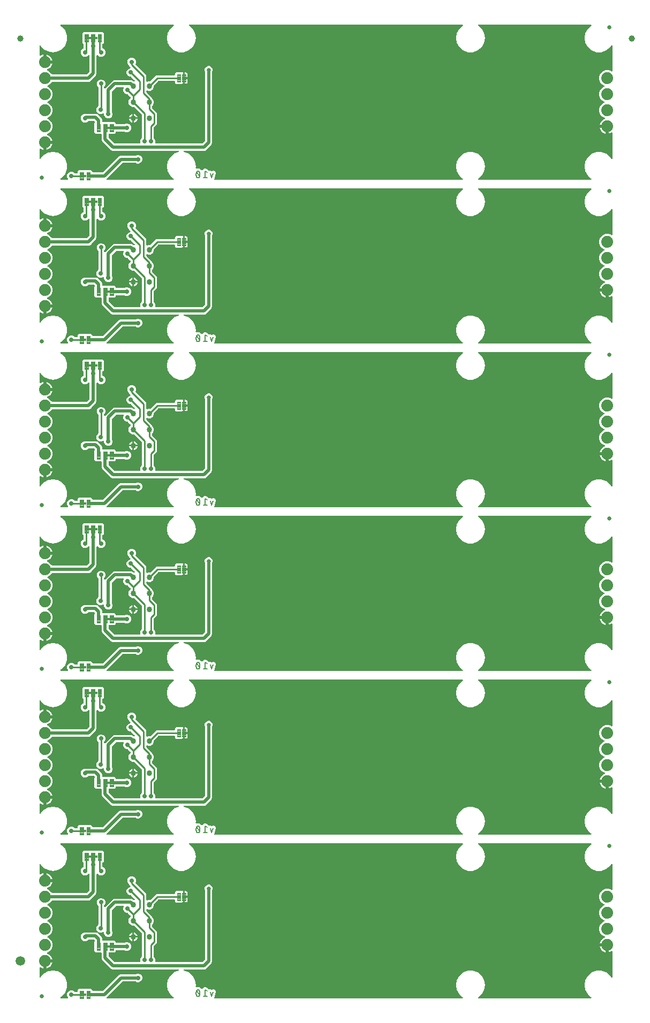
<source format=gbl>
G04 EAGLE Gerber RS-274X export*
G75*
%MOMM*%
%FSLAX34Y34*%
%LPD*%
%INBottom Copper*%
%IPPOS*%
%AMOC8*
5,1,8,0,0,1.08239X$1,22.5*%
G01*
%ADD10C,0.203200*%
%ADD11C,0.635000*%
%ADD12C,0.863600*%
%ADD13C,0.101600*%
%ADD14C,0.099059*%
%ADD15C,1.879600*%
%ADD16C,1.000000*%
%ADD17C,1.500000*%
%ADD18C,0.508000*%
%ADD19C,0.736600*%
%ADD20C,0.254000*%
%ADD21C,0.660400*%

G36*
X48259Y1299482D02*
X48259Y1299482D01*
X48397Y1299495D01*
X48416Y1299502D01*
X48436Y1299505D01*
X48566Y1299556D01*
X48697Y1299603D01*
X48713Y1299614D01*
X48732Y1299622D01*
X48845Y1299703D01*
X48960Y1299781D01*
X48973Y1299797D01*
X48989Y1299808D01*
X49078Y1299916D01*
X49170Y1300020D01*
X49179Y1300038D01*
X49192Y1300053D01*
X49251Y1300179D01*
X49315Y1300303D01*
X49319Y1300323D01*
X49328Y1300341D01*
X49354Y1300477D01*
X49384Y1300613D01*
X49384Y1300634D01*
X49388Y1300653D01*
X49379Y1300792D01*
X49375Y1300931D01*
X49369Y1300951D01*
X49368Y1300971D01*
X49325Y1301103D01*
X49286Y1301237D01*
X49276Y1301254D01*
X49270Y1301273D01*
X49195Y1301391D01*
X49125Y1301511D01*
X49106Y1301532D01*
X49100Y1301542D01*
X49085Y1301556D01*
X49018Y1301632D01*
X48903Y1301747D01*
X47878Y1304221D01*
X47878Y1306899D01*
X48903Y1309373D01*
X50797Y1311267D01*
X53271Y1312292D01*
X55949Y1312292D01*
X58423Y1311267D01*
X59440Y1310250D01*
X59518Y1310190D01*
X59590Y1310122D01*
X59643Y1310093D01*
X59691Y1310056D01*
X59782Y1310016D01*
X59869Y1309968D01*
X59927Y1309953D01*
X59983Y1309929D01*
X60081Y1309914D01*
X60176Y1309889D01*
X60276Y1309883D01*
X60297Y1309879D01*
X60309Y1309881D01*
X60337Y1309879D01*
X63373Y1309879D01*
X63491Y1309894D01*
X63610Y1309901D01*
X63648Y1309914D01*
X63689Y1309919D01*
X63799Y1309962D01*
X63912Y1309999D01*
X63947Y1310021D01*
X63984Y1310036D01*
X64080Y1310105D01*
X64181Y1310169D01*
X64209Y1310199D01*
X64242Y1310222D01*
X64318Y1310314D01*
X64399Y1310401D01*
X64419Y1310436D01*
X64444Y1310467D01*
X64495Y1310575D01*
X64553Y1310679D01*
X64563Y1310719D01*
X64580Y1310755D01*
X64602Y1310872D01*
X64632Y1310987D01*
X64636Y1311047D01*
X64640Y1311067D01*
X64638Y1311088D01*
X64642Y1311148D01*
X64642Y1312883D01*
X66718Y1314959D01*
X75268Y1314959D01*
X75302Y1314924D01*
X75397Y1314851D01*
X75486Y1314772D01*
X75522Y1314754D01*
X75554Y1314729D01*
X75663Y1314682D01*
X75769Y1314628D01*
X75809Y1314619D01*
X75846Y1314603D01*
X75963Y1314584D01*
X76079Y1314558D01*
X76120Y1314559D01*
X76160Y1314553D01*
X76278Y1314564D01*
X76397Y1314568D01*
X76436Y1314579D01*
X76476Y1314583D01*
X76589Y1314623D01*
X76703Y1314656D01*
X76737Y1314676D01*
X76776Y1314690D01*
X76874Y1314757D01*
X76977Y1314818D01*
X77022Y1314857D01*
X77039Y1314869D01*
X77052Y1314884D01*
X77097Y1314924D01*
X77132Y1314959D01*
X85682Y1314959D01*
X87758Y1312883D01*
X87758Y1312418D01*
X87773Y1312300D01*
X87780Y1312181D01*
X87793Y1312143D01*
X87798Y1312102D01*
X87841Y1311992D01*
X87878Y1311879D01*
X87900Y1311844D01*
X87915Y1311807D01*
X87984Y1311711D01*
X88048Y1311610D01*
X88078Y1311582D01*
X88101Y1311549D01*
X88193Y1311473D01*
X88280Y1311392D01*
X88315Y1311372D01*
X88346Y1311347D01*
X88454Y1311296D01*
X88558Y1311238D01*
X88598Y1311228D01*
X88634Y1311211D01*
X88751Y1311189D01*
X88866Y1311159D01*
X88926Y1311155D01*
X88946Y1311151D01*
X88967Y1311153D01*
X89027Y1311149D01*
X103839Y1311149D01*
X103938Y1311161D01*
X104037Y1311164D01*
X104095Y1311181D01*
X104155Y1311189D01*
X104247Y1311225D01*
X104342Y1311253D01*
X104394Y1311283D01*
X104451Y1311306D01*
X104531Y1311364D01*
X104616Y1311414D01*
X104691Y1311480D01*
X104708Y1311492D01*
X104716Y1311502D01*
X104737Y1311520D01*
X130104Y1336888D01*
X132158Y1337739D01*
X155749Y1337739D01*
X155758Y1337740D01*
X155767Y1337739D01*
X155916Y1337760D01*
X156065Y1337779D01*
X156073Y1337782D01*
X156082Y1337783D01*
X156235Y1337835D01*
X158761Y1338882D01*
X161439Y1338882D01*
X163913Y1337857D01*
X165807Y1335963D01*
X166832Y1333489D01*
X166832Y1330811D01*
X165807Y1328337D01*
X163913Y1326443D01*
X161439Y1325418D01*
X158761Y1325418D01*
X156235Y1326465D01*
X156226Y1326467D01*
X156218Y1326472D01*
X156072Y1326509D01*
X155928Y1326549D01*
X155919Y1326549D01*
X155910Y1326551D01*
X155749Y1326561D01*
X136111Y1326561D01*
X136012Y1326549D01*
X135913Y1326546D01*
X135855Y1326529D01*
X135795Y1326521D01*
X135703Y1326485D01*
X135608Y1326457D01*
X135556Y1326427D01*
X135499Y1326404D01*
X135419Y1326346D01*
X135334Y1326296D01*
X135259Y1326230D01*
X135242Y1326218D01*
X135234Y1326208D01*
X135213Y1326190D01*
X110655Y1301631D01*
X110570Y1301522D01*
X110481Y1301415D01*
X110473Y1301396D01*
X110460Y1301380D01*
X110405Y1301252D01*
X110346Y1301127D01*
X110342Y1301107D01*
X110334Y1301088D01*
X110312Y1300950D01*
X110286Y1300814D01*
X110287Y1300794D01*
X110284Y1300774D01*
X110297Y1300635D01*
X110306Y1300497D01*
X110312Y1300478D01*
X110314Y1300458D01*
X110361Y1300326D01*
X110404Y1300195D01*
X110415Y1300177D01*
X110421Y1300158D01*
X110499Y1300043D01*
X110574Y1299926D01*
X110589Y1299912D01*
X110600Y1299895D01*
X110704Y1299803D01*
X110805Y1299708D01*
X110823Y1299698D01*
X110838Y1299685D01*
X110962Y1299621D01*
X111084Y1299554D01*
X111104Y1299549D01*
X111122Y1299540D01*
X111257Y1299510D01*
X111392Y1299475D01*
X111420Y1299473D01*
X111432Y1299470D01*
X111452Y1299471D01*
X111553Y1299465D01*
X215369Y1299465D01*
X215404Y1299469D01*
X215440Y1299467D01*
X215562Y1299489D01*
X215685Y1299505D01*
X215718Y1299518D01*
X215753Y1299524D01*
X215865Y1299576D01*
X215981Y1299622D01*
X216009Y1299642D01*
X216041Y1299657D01*
X216138Y1299736D01*
X216238Y1299808D01*
X216260Y1299836D01*
X216288Y1299858D01*
X216361Y1299958D01*
X216441Y1300053D01*
X216456Y1300085D01*
X216477Y1300114D01*
X216523Y1300229D01*
X216576Y1300341D01*
X216583Y1300376D01*
X216596Y1300409D01*
X216613Y1300532D01*
X216636Y1300653D01*
X216634Y1300689D01*
X216639Y1300724D01*
X216624Y1300847D01*
X216616Y1300971D01*
X216605Y1301005D01*
X216601Y1301040D01*
X216556Y1301155D01*
X216518Y1301273D01*
X216499Y1301303D01*
X216486Y1301336D01*
X216415Y1301437D01*
X216348Y1301542D01*
X216322Y1301566D01*
X216302Y1301595D01*
X216185Y1301706D01*
X211015Y1306044D01*
X207029Y1312949D01*
X205645Y1320800D01*
X207029Y1328651D01*
X211015Y1335555D01*
X217122Y1340680D01*
X224126Y1343229D01*
X224213Y1343274D01*
X224304Y1343310D01*
X224354Y1343346D01*
X224409Y1343375D01*
X224482Y1343439D01*
X224561Y1343496D01*
X224601Y1343544D01*
X224647Y1343586D01*
X224702Y1343666D01*
X224764Y1343741D01*
X224790Y1343798D01*
X224825Y1343849D01*
X224858Y1343941D01*
X224899Y1344029D01*
X224911Y1344090D01*
X224932Y1344149D01*
X224941Y1344246D01*
X224959Y1344342D01*
X224955Y1344404D01*
X224961Y1344466D01*
X224945Y1344562D01*
X224939Y1344659D01*
X224920Y1344718D01*
X224910Y1344780D01*
X224871Y1344869D01*
X224841Y1344961D01*
X224808Y1345014D01*
X224783Y1345071D01*
X224723Y1345148D01*
X224671Y1345230D01*
X224626Y1345273D01*
X224587Y1345322D01*
X224510Y1345381D01*
X224439Y1345448D01*
X224385Y1345478D01*
X224336Y1345516D01*
X224246Y1345555D01*
X224161Y1345602D01*
X224101Y1345617D01*
X224043Y1345642D01*
X223947Y1345657D01*
X223853Y1345681D01*
X223749Y1345688D01*
X223729Y1345691D01*
X223718Y1345690D01*
X223692Y1345691D01*
X119538Y1345691D01*
X117484Y1346542D01*
X103212Y1360814D01*
X102361Y1362868D01*
X102361Y1371092D01*
X102346Y1371210D01*
X102339Y1371329D01*
X102326Y1371367D01*
X102321Y1371408D01*
X102278Y1371518D01*
X102241Y1371631D01*
X102219Y1371666D01*
X102204Y1371703D01*
X102135Y1371799D01*
X102071Y1371900D01*
X102041Y1371928D01*
X102018Y1371961D01*
X101926Y1372037D01*
X101839Y1372118D01*
X101804Y1372138D01*
X101773Y1372163D01*
X101665Y1372214D01*
X101561Y1372272D01*
X101521Y1372282D01*
X101485Y1372299D01*
X101368Y1372321D01*
X101253Y1372351D01*
X101193Y1372355D01*
X101173Y1372359D01*
X101152Y1372357D01*
X101092Y1372361D01*
X93261Y1372361D01*
X91185Y1374437D01*
X91185Y1389083D01*
X91576Y1389473D01*
X91636Y1389551D01*
X91704Y1389623D01*
X91733Y1389676D01*
X91770Y1389724D01*
X91810Y1389815D01*
X91858Y1389902D01*
X91873Y1389960D01*
X91897Y1390016D01*
X91912Y1390114D01*
X91937Y1390210D01*
X91943Y1390310D01*
X91947Y1390330D01*
X91945Y1390342D01*
X91947Y1390370D01*
X91947Y1390603D01*
X91935Y1390702D01*
X91932Y1390801D01*
X91915Y1390859D01*
X91907Y1390919D01*
X91871Y1391011D01*
X91843Y1391106D01*
X91813Y1391158D01*
X91790Y1391215D01*
X91732Y1391295D01*
X91682Y1391380D01*
X91616Y1391455D01*
X91604Y1391472D01*
X91594Y1391480D01*
X91576Y1391501D01*
X90767Y1392310D01*
X90689Y1392370D01*
X90616Y1392438D01*
X90563Y1392467D01*
X90516Y1392504D01*
X90425Y1392544D01*
X90338Y1392592D01*
X90279Y1392607D01*
X90224Y1392631D01*
X90126Y1392646D01*
X90030Y1392671D01*
X89930Y1392677D01*
X89910Y1392681D01*
X89897Y1392679D01*
X89869Y1392681D01*
X81927Y1392681D01*
X81829Y1392669D01*
X81730Y1392666D01*
X81672Y1392649D01*
X81612Y1392641D01*
X81520Y1392605D01*
X81424Y1392577D01*
X81372Y1392547D01*
X81316Y1392524D01*
X81236Y1392466D01*
X81150Y1392416D01*
X81075Y1392350D01*
X81059Y1392338D01*
X81051Y1392328D01*
X81030Y1392310D01*
X80013Y1391293D01*
X77539Y1390268D01*
X74861Y1390268D01*
X72387Y1391293D01*
X70493Y1393187D01*
X69468Y1395661D01*
X69468Y1398339D01*
X70493Y1400813D01*
X72387Y1402707D01*
X74861Y1403732D01*
X75799Y1403732D01*
X75808Y1403733D01*
X75818Y1403732D01*
X75966Y1403753D01*
X76115Y1403772D01*
X76123Y1403775D01*
X76133Y1403776D01*
X76285Y1403828D01*
X76358Y1403859D01*
X93822Y1403859D01*
X94925Y1403402D01*
X94992Y1403383D01*
X95056Y1403356D01*
X95145Y1403342D01*
X95231Y1403318D01*
X95301Y1403317D01*
X95370Y1403306D01*
X95460Y1403314D01*
X95549Y1403313D01*
X95617Y1403329D01*
X95687Y1403336D01*
X95771Y1403366D01*
X95859Y1403387D01*
X95920Y1403420D01*
X95986Y1403443D01*
X96060Y1403494D01*
X96140Y1403536D01*
X96191Y1403583D01*
X96249Y1403622D01*
X96309Y1403689D01*
X96375Y1403750D01*
X96413Y1403808D01*
X96460Y1403860D01*
X96501Y1403940D01*
X96550Y1404015D01*
X96573Y1404081D01*
X96604Y1404143D01*
X96624Y1404231D01*
X96653Y1404316D01*
X96659Y1404386D01*
X96674Y1404454D01*
X96671Y1404543D01*
X96678Y1404633D01*
X96666Y1404702D01*
X96664Y1404772D01*
X96639Y1404858D01*
X96624Y1404946D01*
X96595Y1405010D01*
X96576Y1405077D01*
X96530Y1405154D01*
X96493Y1405236D01*
X96450Y1405291D01*
X96414Y1405351D01*
X96308Y1405472D01*
X95258Y1406522D01*
X94233Y1408996D01*
X94233Y1411674D01*
X95258Y1414148D01*
X96910Y1415800D01*
X96970Y1415878D01*
X97038Y1415950D01*
X97067Y1416003D01*
X97104Y1416051D01*
X97144Y1416142D01*
X97192Y1416229D01*
X97207Y1416287D01*
X97231Y1416343D01*
X97246Y1416441D01*
X97271Y1416536D01*
X97277Y1416636D01*
X97281Y1416657D01*
X97279Y1416669D01*
X97281Y1416697D01*
X97281Y1445883D01*
X97269Y1445981D01*
X97266Y1446080D01*
X97249Y1446138D01*
X97241Y1446198D01*
X97205Y1446290D01*
X97177Y1446386D01*
X97147Y1446438D01*
X97124Y1446494D01*
X97066Y1446574D01*
X97016Y1446660D01*
X96950Y1446735D01*
X96938Y1446751D01*
X96928Y1446759D01*
X96910Y1446780D01*
X95893Y1447797D01*
X94868Y1450271D01*
X94868Y1452949D01*
X95893Y1455423D01*
X97787Y1457317D01*
X100261Y1458342D01*
X102939Y1458342D01*
X105413Y1457317D01*
X107307Y1455423D01*
X108332Y1452949D01*
X108332Y1450271D01*
X107307Y1447797D01*
X106290Y1446780D01*
X106230Y1446702D01*
X106162Y1446630D01*
X106133Y1446577D01*
X106096Y1446529D01*
X106056Y1446438D01*
X106008Y1446351D01*
X105993Y1446293D01*
X105969Y1446237D01*
X105954Y1446139D01*
X105929Y1446044D01*
X105923Y1445944D01*
X105919Y1445923D01*
X105921Y1445911D01*
X105919Y1445883D01*
X105919Y1445267D01*
X105928Y1445197D01*
X105926Y1445128D01*
X105947Y1445040D01*
X105959Y1444951D01*
X105984Y1444886D01*
X106001Y1444818D01*
X106043Y1444739D01*
X106076Y1444656D01*
X106117Y1444599D01*
X106149Y1444537D01*
X106210Y1444471D01*
X106262Y1444398D01*
X106316Y1444354D01*
X106363Y1444302D01*
X106438Y1444253D01*
X106507Y1444195D01*
X106571Y1444166D01*
X106629Y1444127D01*
X106714Y1444098D01*
X106795Y1444060D01*
X106864Y1444047D01*
X106930Y1444024D01*
X107019Y1444017D01*
X107107Y1444000D01*
X107177Y1444005D01*
X107247Y1443999D01*
X107335Y1444014D01*
X107425Y1444020D01*
X107491Y1444041D01*
X107560Y1444053D01*
X107642Y1444090D01*
X107727Y1444118D01*
X107786Y1444155D01*
X107850Y1444184D01*
X107920Y1444240D01*
X107996Y1444288D01*
X108044Y1444339D01*
X108099Y1444383D01*
X108153Y1444454D01*
X108214Y1444520D01*
X108236Y1444560D01*
X120024Y1456348D01*
X122078Y1457199D01*
X149702Y1457199D01*
X151756Y1456348D01*
X152565Y1455538D01*
X152643Y1455478D01*
X152716Y1455410D01*
X152769Y1455381D01*
X152816Y1455344D01*
X152907Y1455304D01*
X152994Y1455256D01*
X153053Y1455241D01*
X153108Y1455217D01*
X153206Y1455202D01*
X153302Y1455177D01*
X153402Y1455171D01*
X153422Y1455167D01*
X153435Y1455169D01*
X153463Y1455167D01*
X153641Y1455167D01*
X153779Y1455184D01*
X153918Y1455197D01*
X153937Y1455204D01*
X153957Y1455207D01*
X154086Y1455258D01*
X154217Y1455305D01*
X154234Y1455316D01*
X154253Y1455324D01*
X154365Y1455405D01*
X154480Y1455483D01*
X154494Y1455499D01*
X154510Y1455510D01*
X154599Y1455618D01*
X154691Y1455722D01*
X154700Y1455740D01*
X154713Y1455755D01*
X154772Y1455881D01*
X154835Y1456005D01*
X154840Y1456025D01*
X154848Y1456043D01*
X154874Y1456179D01*
X154905Y1456315D01*
X154904Y1456336D01*
X154908Y1456355D01*
X154899Y1456494D01*
X154895Y1456633D01*
X154890Y1456653D01*
X154888Y1456673D01*
X154846Y1456805D01*
X154807Y1456939D01*
X154797Y1456956D01*
X154790Y1456975D01*
X154716Y1457093D01*
X154645Y1457213D01*
X154627Y1457234D01*
X154620Y1457244D01*
X154605Y1457258D01*
X154539Y1457333D01*
X149586Y1462287D01*
X149508Y1462347D01*
X149435Y1462415D01*
X149382Y1462444D01*
X149335Y1462481D01*
X149244Y1462521D01*
X149157Y1462569D01*
X149098Y1462584D01*
X149043Y1462608D01*
X148945Y1462623D01*
X148849Y1462648D01*
X148749Y1462654D01*
X148729Y1462658D01*
X148716Y1462656D01*
X148688Y1462658D01*
X147251Y1462658D01*
X144777Y1463683D01*
X142883Y1465577D01*
X141858Y1468051D01*
X141858Y1470729D01*
X142883Y1473203D01*
X144777Y1475097D01*
X147242Y1476118D01*
X147285Y1476143D01*
X147332Y1476160D01*
X147423Y1476221D01*
X147519Y1476276D01*
X147554Y1476310D01*
X147595Y1476338D01*
X147668Y1476420D01*
X147747Y1476497D01*
X147773Y1476539D01*
X147806Y1476577D01*
X147856Y1476674D01*
X147913Y1476768D01*
X147928Y1476816D01*
X147950Y1476860D01*
X147975Y1476967D01*
X148007Y1477072D01*
X148009Y1477122D01*
X148020Y1477170D01*
X148017Y1477280D01*
X148022Y1477390D01*
X148012Y1477438D01*
X148010Y1477488D01*
X147980Y1477594D01*
X147958Y1477701D01*
X147936Y1477746D01*
X147922Y1477794D01*
X147866Y1477888D01*
X147818Y1477987D01*
X147786Y1478025D01*
X147760Y1478067D01*
X147654Y1478188D01*
X145781Y1480061D01*
X145781Y1480173D01*
X145769Y1480271D01*
X145766Y1480370D01*
X145749Y1480428D01*
X145741Y1480488D01*
X145705Y1480580D01*
X145677Y1480676D01*
X145647Y1480728D01*
X145624Y1480784D01*
X145566Y1480864D01*
X145516Y1480950D01*
X145450Y1481025D01*
X145438Y1481041D01*
X145428Y1481049D01*
X145410Y1481070D01*
X144393Y1482087D01*
X143368Y1484561D01*
X143368Y1487239D01*
X144393Y1489713D01*
X146287Y1491607D01*
X148761Y1492632D01*
X151439Y1492632D01*
X153913Y1491607D01*
X155807Y1489713D01*
X156832Y1487239D01*
X156832Y1484561D01*
X156179Y1482986D01*
X156172Y1482958D01*
X156158Y1482931D01*
X156130Y1482805D01*
X156096Y1482679D01*
X156095Y1482650D01*
X156089Y1482621D01*
X156093Y1482491D01*
X156090Y1482362D01*
X156097Y1482333D01*
X156098Y1482303D01*
X156134Y1482179D01*
X156165Y1482052D01*
X156178Y1482026D01*
X156187Y1481998D01*
X156252Y1481886D01*
X156313Y1481771D01*
X156333Y1481749D01*
X156348Y1481724D01*
X156455Y1481603D01*
X170327Y1467730D01*
X173229Y1464829D01*
X173229Y1455780D01*
X173235Y1455730D01*
X173233Y1455681D01*
X173255Y1455573D01*
X173269Y1455464D01*
X173287Y1455418D01*
X173297Y1455369D01*
X173345Y1455271D01*
X173386Y1455169D01*
X173415Y1455128D01*
X173437Y1455084D01*
X173508Y1455000D01*
X173572Y1454911D01*
X173611Y1454879D01*
X173643Y1454842D01*
X173733Y1454779D01*
X173817Y1454708D01*
X173862Y1454687D01*
X173903Y1454659D01*
X174006Y1454620D01*
X174105Y1454573D01*
X174154Y1454564D01*
X174200Y1454546D01*
X174310Y1454534D01*
X174417Y1454513D01*
X174467Y1454516D01*
X174516Y1454511D01*
X174625Y1454526D01*
X174735Y1454533D01*
X174782Y1454548D01*
X174831Y1454555D01*
X174984Y1454607D01*
X176335Y1455167D01*
X178533Y1455167D01*
X178632Y1455179D01*
X178731Y1455182D01*
X178789Y1455199D01*
X178849Y1455207D01*
X178941Y1455243D01*
X179036Y1455271D01*
X179088Y1455301D01*
X179145Y1455324D01*
X179225Y1455382D01*
X179310Y1455432D01*
X179385Y1455498D01*
X179402Y1455510D01*
X179410Y1455520D01*
X179431Y1455538D01*
X185810Y1461917D01*
X188711Y1464819D01*
X217043Y1464819D01*
X217161Y1464834D01*
X217280Y1464841D01*
X217318Y1464854D01*
X217359Y1464859D01*
X217469Y1464902D01*
X217582Y1464939D01*
X217617Y1464961D01*
X217654Y1464976D01*
X217750Y1465045D01*
X217851Y1465109D01*
X217879Y1465139D01*
X217912Y1465162D01*
X217988Y1465254D01*
X218069Y1465341D01*
X218089Y1465376D01*
X218114Y1465407D01*
X218165Y1465515D01*
X218223Y1465619D01*
X218233Y1465659D01*
X218250Y1465695D01*
X218272Y1465812D01*
X218302Y1465927D01*
X218306Y1465987D01*
X218310Y1466007D01*
X218308Y1466028D01*
X218312Y1466088D01*
X218312Y1467815D01*
X220396Y1469899D01*
X228676Y1469899D01*
X228812Y1469762D01*
X228891Y1469702D01*
X228963Y1469634D01*
X229016Y1469605D01*
X229064Y1469568D01*
X229155Y1469528D01*
X229241Y1469480D01*
X229300Y1469465D01*
X229356Y1469441D01*
X229454Y1469426D01*
X229549Y1469401D01*
X229649Y1469395D01*
X229670Y1469391D01*
X229682Y1469393D01*
X229710Y1469391D01*
X231077Y1469391D01*
X231077Y1460818D01*
X231092Y1460699D01*
X231100Y1460581D01*
X231112Y1460542D01*
X231117Y1460502D01*
X231123Y1460488D01*
X231117Y1460458D01*
X231087Y1460343D01*
X231084Y1460283D01*
X231080Y1460263D01*
X231081Y1460242D01*
X231077Y1460182D01*
X231077Y1451609D01*
X229710Y1451609D01*
X229612Y1451597D01*
X229513Y1451594D01*
X229455Y1451577D01*
X229394Y1451569D01*
X229302Y1451533D01*
X229207Y1451505D01*
X229155Y1451475D01*
X229099Y1451452D01*
X229019Y1451394D01*
X228933Y1451344D01*
X228858Y1451278D01*
X228841Y1451266D01*
X228834Y1451256D01*
X228812Y1451238D01*
X228676Y1451101D01*
X220396Y1451101D01*
X218312Y1453185D01*
X218312Y1454912D01*
X218297Y1455030D01*
X218290Y1455149D01*
X218277Y1455187D01*
X218272Y1455228D01*
X218229Y1455338D01*
X218192Y1455451D01*
X218170Y1455486D01*
X218155Y1455523D01*
X218086Y1455619D01*
X218022Y1455720D01*
X217992Y1455748D01*
X217969Y1455781D01*
X217877Y1455857D01*
X217790Y1455938D01*
X217755Y1455958D01*
X217724Y1455983D01*
X217616Y1456034D01*
X217512Y1456092D01*
X217472Y1456102D01*
X217436Y1456119D01*
X217319Y1456141D01*
X217204Y1456171D01*
X217144Y1456175D01*
X217124Y1456179D01*
X217103Y1456177D01*
X217043Y1456181D01*
X192815Y1456181D01*
X192716Y1456169D01*
X192617Y1456166D01*
X192559Y1456149D01*
X192499Y1456141D01*
X192407Y1456105D01*
X192312Y1456077D01*
X192260Y1456047D01*
X192203Y1456024D01*
X192123Y1455966D01*
X192038Y1455916D01*
X191963Y1455850D01*
X191946Y1455838D01*
X191938Y1455828D01*
X191917Y1455810D01*
X185538Y1449431D01*
X185478Y1449353D01*
X185410Y1449281D01*
X185381Y1449228D01*
X185344Y1449180D01*
X185304Y1449089D01*
X185256Y1449002D01*
X185241Y1448943D01*
X185217Y1448888D01*
X185202Y1448790D01*
X185177Y1448694D01*
X185171Y1448594D01*
X185167Y1448574D01*
X185169Y1448561D01*
X185167Y1448533D01*
X185167Y1446335D01*
X184045Y1443627D01*
X181973Y1441555D01*
X179265Y1440433D01*
X176335Y1440433D01*
X174984Y1440993D01*
X174936Y1441006D01*
X174891Y1441027D01*
X174783Y1441048D01*
X174677Y1441077D01*
X174627Y1441078D01*
X174578Y1441087D01*
X174469Y1441080D01*
X174359Y1441082D01*
X174311Y1441070D01*
X174261Y1441067D01*
X174157Y1441033D01*
X174050Y1441008D01*
X174006Y1440984D01*
X173959Y1440969D01*
X173866Y1440910D01*
X173769Y1440859D01*
X173732Y1440826D01*
X173690Y1440799D01*
X173615Y1440719D01*
X173533Y1440645D01*
X173506Y1440604D01*
X173472Y1440567D01*
X173419Y1440471D01*
X173359Y1440379D01*
X173342Y1440332D01*
X173318Y1440289D01*
X173291Y1440183D01*
X173255Y1440079D01*
X173251Y1440029D01*
X173239Y1439981D01*
X173229Y1439820D01*
X173229Y1438685D01*
X173241Y1438586D01*
X173244Y1438487D01*
X173261Y1438429D01*
X173269Y1438369D01*
X173305Y1438277D01*
X173333Y1438182D01*
X173363Y1438130D01*
X173386Y1438073D01*
X173444Y1437993D01*
X173494Y1437908D01*
X173560Y1437833D01*
X173572Y1437816D01*
X173582Y1437808D01*
X173600Y1437787D01*
X182119Y1429269D01*
X182119Y1429025D01*
X182131Y1428927D01*
X182134Y1428828D01*
X182151Y1428770D01*
X182159Y1428710D01*
X182195Y1428618D01*
X182223Y1428522D01*
X182253Y1428470D01*
X182276Y1428414D01*
X182334Y1428334D01*
X182384Y1428248D01*
X182450Y1428173D01*
X182462Y1428157D01*
X182472Y1428149D01*
X182490Y1428128D01*
X184045Y1426573D01*
X185167Y1423865D01*
X185167Y1420935D01*
X184045Y1418227D01*
X182490Y1416672D01*
X182430Y1416594D01*
X182362Y1416522D01*
X182333Y1416469D01*
X182296Y1416421D01*
X182256Y1416330D01*
X182208Y1416243D01*
X182193Y1416185D01*
X182169Y1416129D01*
X182154Y1416031D01*
X182129Y1415936D01*
X182123Y1415836D01*
X182119Y1415815D01*
X182121Y1415803D01*
X182119Y1415775D01*
X182119Y1413285D01*
X182131Y1413186D01*
X182134Y1413087D01*
X182151Y1413029D01*
X182159Y1412969D01*
X182195Y1412877D01*
X182223Y1412782D01*
X182253Y1412730D01*
X182276Y1412673D01*
X182334Y1412593D01*
X182384Y1412508D01*
X182450Y1412433D01*
X182462Y1412416D01*
X182472Y1412408D01*
X182490Y1412387D01*
X189739Y1405139D01*
X189739Y1387591D01*
X185030Y1382883D01*
X184970Y1382805D01*
X184902Y1382732D01*
X184873Y1382679D01*
X184836Y1382632D01*
X184796Y1382541D01*
X184748Y1382454D01*
X184733Y1382395D01*
X184709Y1382340D01*
X184694Y1382242D01*
X184669Y1382146D01*
X184663Y1382057D01*
X184661Y1382046D01*
X184662Y1382040D01*
X184659Y1382026D01*
X184661Y1382013D01*
X184659Y1381985D01*
X184659Y1365897D01*
X184671Y1365799D01*
X184674Y1365700D01*
X184691Y1365642D01*
X184699Y1365582D01*
X184735Y1365490D01*
X184763Y1365394D01*
X184793Y1365342D01*
X184816Y1365286D01*
X184874Y1365206D01*
X184924Y1365120D01*
X184990Y1365045D01*
X185002Y1365029D01*
X185012Y1365021D01*
X185030Y1365000D01*
X186047Y1363983D01*
X187072Y1361509D01*
X187072Y1358831D01*
X186986Y1358624D01*
X186973Y1358576D01*
X186952Y1358531D01*
X186931Y1358423D01*
X186902Y1358317D01*
X186901Y1358267D01*
X186892Y1358218D01*
X186899Y1358109D01*
X186897Y1357999D01*
X186908Y1357951D01*
X186912Y1357901D01*
X186945Y1357797D01*
X186971Y1357690D01*
X186994Y1357646D01*
X187010Y1357599D01*
X187068Y1357506D01*
X187120Y1357409D01*
X187153Y1357372D01*
X187180Y1357330D01*
X187260Y1357255D01*
X187334Y1357173D01*
X187375Y1357146D01*
X187411Y1357112D01*
X187508Y1357059D01*
X187599Y1356999D01*
X187646Y1356982D01*
X187690Y1356958D01*
X187796Y1356931D01*
X187900Y1356895D01*
X187950Y1356891D01*
X187998Y1356879D01*
X188159Y1356869D01*
X261319Y1356869D01*
X261418Y1356881D01*
X261517Y1356884D01*
X261575Y1356901D01*
X261635Y1356909D01*
X261727Y1356945D01*
X261822Y1356973D01*
X261874Y1357003D01*
X261931Y1357026D01*
X262011Y1357084D01*
X262096Y1357134D01*
X262171Y1357200D01*
X262188Y1357212D01*
X262196Y1357222D01*
X262217Y1357240D01*
X265820Y1360843D01*
X265880Y1360921D01*
X265948Y1360994D01*
X265977Y1361047D01*
X266014Y1361094D01*
X266054Y1361185D01*
X266102Y1361272D01*
X266117Y1361331D01*
X266141Y1361386D01*
X266156Y1361484D01*
X266181Y1361580D01*
X266187Y1361680D01*
X266191Y1361700D01*
X266189Y1361713D01*
X266191Y1361741D01*
X266191Y1469845D01*
X266190Y1469854D01*
X266191Y1469863D01*
X266170Y1470012D01*
X266151Y1470160D01*
X266148Y1470169D01*
X266147Y1470178D01*
X266095Y1470330D01*
X265429Y1471937D01*
X265429Y1474463D01*
X266396Y1476797D01*
X268183Y1478584D01*
X270517Y1479551D01*
X273043Y1479551D01*
X275377Y1478584D01*
X277164Y1476797D01*
X278131Y1474463D01*
X278131Y1471937D01*
X277465Y1470330D01*
X277463Y1470321D01*
X277458Y1470313D01*
X277421Y1470168D01*
X277381Y1470024D01*
X277381Y1470014D01*
X277379Y1470005D01*
X277369Y1469845D01*
X277369Y1357788D01*
X276518Y1355734D01*
X267326Y1346542D01*
X265272Y1345691D01*
X233508Y1345691D01*
X233411Y1345679D01*
X233314Y1345676D01*
X233254Y1345659D01*
X233192Y1345651D01*
X233102Y1345616D01*
X233008Y1345589D01*
X232954Y1345557D01*
X232896Y1345534D01*
X232818Y1345477D01*
X232734Y1345428D01*
X232690Y1345384D01*
X232639Y1345348D01*
X232577Y1345272D01*
X232508Y1345204D01*
X232476Y1345151D01*
X232436Y1345103D01*
X232395Y1345015D01*
X232345Y1344931D01*
X232327Y1344871D01*
X232301Y1344815D01*
X232283Y1344719D01*
X232255Y1344626D01*
X232253Y1344564D01*
X232241Y1344503D01*
X232247Y1344405D01*
X232244Y1344308D01*
X232257Y1344247D01*
X232261Y1344185D01*
X232291Y1344092D01*
X232312Y1343997D01*
X232340Y1343942D01*
X232359Y1343883D01*
X232411Y1343800D01*
X232455Y1343713D01*
X232496Y1343667D01*
X232529Y1343614D01*
X232600Y1343547D01*
X232664Y1343474D01*
X232715Y1343439D01*
X232761Y1343396D01*
X232846Y1343349D01*
X232926Y1343294D01*
X233022Y1343252D01*
X233039Y1343242D01*
X233050Y1343240D01*
X233074Y1343229D01*
X240078Y1340680D01*
X246185Y1335556D01*
X250171Y1328651D01*
X251555Y1320800D01*
X251236Y1318988D01*
X251233Y1318918D01*
X251219Y1318848D01*
X251225Y1318760D01*
X251220Y1318671D01*
X251235Y1318601D01*
X251239Y1318531D01*
X251266Y1318446D01*
X251284Y1318359D01*
X251315Y1318296D01*
X251337Y1318229D01*
X251385Y1318153D01*
X251424Y1318073D01*
X251469Y1318020D01*
X251507Y1317960D01*
X251572Y1317899D01*
X251630Y1317831D01*
X251687Y1317790D01*
X251739Y1317742D01*
X251817Y1317699D01*
X251890Y1317648D01*
X251956Y1317622D01*
X252017Y1317588D01*
X252103Y1317566D01*
X252187Y1317535D01*
X252257Y1317527D01*
X252325Y1317509D01*
X252486Y1317499D01*
X256873Y1317499D01*
X260268Y1315074D01*
X260273Y1315067D01*
X260326Y1315020D01*
X260372Y1314966D01*
X260445Y1314915D01*
X260512Y1314856D01*
X260574Y1314824D01*
X260632Y1314783D01*
X260715Y1314752D01*
X260795Y1314711D01*
X260864Y1314696D01*
X260930Y1314671D01*
X261018Y1314661D01*
X261105Y1314642D01*
X261176Y1314644D01*
X261246Y1314636D01*
X261334Y1314649D01*
X261423Y1314651D01*
X261491Y1314671D01*
X261560Y1314681D01*
X261643Y1314715D01*
X261728Y1314740D01*
X261789Y1314776D01*
X261854Y1314803D01*
X261926Y1314856D01*
X262002Y1314901D01*
X262097Y1314985D01*
X262109Y1314993D01*
X262113Y1314999D01*
X262123Y1315008D01*
X263215Y1316099D01*
X263224Y1316111D01*
X263308Y1316204D01*
X264200Y1317318D01*
X264298Y1317342D01*
X264324Y1317355D01*
X264352Y1317363D01*
X264464Y1317430D01*
X264579Y1317491D01*
X264588Y1317499D01*
X266003Y1317499D01*
X266017Y1317501D01*
X266143Y1317506D01*
X267560Y1317664D01*
X267647Y1317611D01*
X267675Y1317602D01*
X267700Y1317588D01*
X267826Y1317556D01*
X267951Y1317518D01*
X267963Y1317517D01*
X268963Y1316517D01*
X268975Y1316508D01*
X269068Y1316423D01*
X272037Y1314048D01*
X272100Y1314010D01*
X272157Y1313963D01*
X272235Y1313927D01*
X272308Y1313882D01*
X272379Y1313860D01*
X272446Y1313829D01*
X272530Y1313814D01*
X272612Y1313789D01*
X272686Y1313785D01*
X272758Y1313772D01*
X272844Y1313778D01*
X272930Y1313774D01*
X273002Y1313789D01*
X273076Y1313794D01*
X273231Y1313835D01*
X274526Y1314267D01*
X276017Y1313521D01*
X276045Y1313511D01*
X276071Y1313496D01*
X276195Y1313459D01*
X276317Y1313416D01*
X276347Y1313413D01*
X276375Y1313404D01*
X276505Y1313399D01*
X276634Y1313388D01*
X276663Y1313393D01*
X276693Y1313392D01*
X276820Y1313419D01*
X276948Y1313440D01*
X276975Y1313452D01*
X277004Y1313458D01*
X277152Y1313521D01*
X278644Y1314267D01*
X281838Y1313202D01*
X283344Y1310190D01*
X281003Y1303167D01*
X281001Y1303159D01*
X280998Y1303150D01*
X280970Y1303003D01*
X280941Y1302855D01*
X280942Y1302846D01*
X280940Y1302838D01*
X280950Y1302689D01*
X280959Y1302538D01*
X280961Y1302529D01*
X280962Y1302520D01*
X280977Y1302462D01*
X280397Y1301302D01*
X280366Y1301212D01*
X280325Y1301127D01*
X280313Y1301063D01*
X280292Y1301002D01*
X280283Y1300907D01*
X280266Y1300814D01*
X280270Y1300750D01*
X280264Y1300685D01*
X280280Y1300591D01*
X280285Y1300497D01*
X280305Y1300435D01*
X280316Y1300371D01*
X280354Y1300284D01*
X280383Y1300195D01*
X280418Y1300140D01*
X280445Y1300080D01*
X280503Y1300006D01*
X280554Y1299926D01*
X280601Y1299881D01*
X280641Y1299830D01*
X280716Y1299773D01*
X280785Y1299708D01*
X280842Y1299677D01*
X280894Y1299637D01*
X280981Y1299600D01*
X281064Y1299554D01*
X281127Y1299538D01*
X281187Y1299513D01*
X281280Y1299499D01*
X281372Y1299475D01*
X281483Y1299468D01*
X281501Y1299465D01*
X281511Y1299466D01*
X281532Y1299465D01*
X672569Y1299465D01*
X672605Y1299469D01*
X672640Y1299467D01*
X672762Y1299489D01*
X672885Y1299505D01*
X672918Y1299518D01*
X672953Y1299524D01*
X673065Y1299576D01*
X673181Y1299622D01*
X673209Y1299642D01*
X673241Y1299657D01*
X673338Y1299736D01*
X673438Y1299808D01*
X673461Y1299836D01*
X673488Y1299858D01*
X673561Y1299958D01*
X673641Y1300053D01*
X673656Y1300085D01*
X673677Y1300114D01*
X673723Y1300229D01*
X673776Y1300341D01*
X673783Y1300376D01*
X673796Y1300409D01*
X673813Y1300532D01*
X673836Y1300653D01*
X673834Y1300689D01*
X673839Y1300724D01*
X673824Y1300847D01*
X673816Y1300971D01*
X673805Y1301005D01*
X673801Y1301040D01*
X673756Y1301156D01*
X673718Y1301273D01*
X673699Y1301303D01*
X673687Y1301336D01*
X673614Y1301437D01*
X673548Y1301542D01*
X673522Y1301566D01*
X673502Y1301595D01*
X673385Y1301706D01*
X668215Y1306044D01*
X664229Y1312949D01*
X662845Y1320800D01*
X664229Y1328651D01*
X668215Y1335555D01*
X674322Y1340680D01*
X681814Y1343407D01*
X689786Y1343407D01*
X697278Y1340680D01*
X703385Y1335556D01*
X707371Y1328651D01*
X708755Y1320800D01*
X707371Y1312949D01*
X703385Y1306045D01*
X698215Y1301706D01*
X698191Y1301680D01*
X698162Y1301660D01*
X698083Y1301564D01*
X697999Y1301473D01*
X697982Y1301442D01*
X697959Y1301415D01*
X697906Y1301302D01*
X697847Y1301193D01*
X697839Y1301159D01*
X697824Y1301127D01*
X697801Y1301005D01*
X697770Y1300885D01*
X697771Y1300849D01*
X697764Y1300814D01*
X697772Y1300691D01*
X697773Y1300567D01*
X697782Y1300532D01*
X697784Y1300497D01*
X697822Y1300379D01*
X697854Y1300259D01*
X697871Y1300228D01*
X697882Y1300195D01*
X697948Y1300090D01*
X698009Y1299981D01*
X698033Y1299956D01*
X698052Y1299926D01*
X698142Y1299841D01*
X698228Y1299751D01*
X698258Y1299732D01*
X698284Y1299708D01*
X698392Y1299648D01*
X698497Y1299582D01*
X698531Y1299571D01*
X698562Y1299554D01*
X698682Y1299523D01*
X698800Y1299486D01*
X698836Y1299484D01*
X698870Y1299475D01*
X699031Y1299465D01*
X875769Y1299465D01*
X875805Y1299469D01*
X875840Y1299467D01*
X875962Y1299489D01*
X876085Y1299505D01*
X876118Y1299518D01*
X876153Y1299524D01*
X876265Y1299576D01*
X876381Y1299622D01*
X876409Y1299642D01*
X876441Y1299657D01*
X876538Y1299736D01*
X876638Y1299808D01*
X876661Y1299836D01*
X876688Y1299858D01*
X876761Y1299958D01*
X876841Y1300053D01*
X876856Y1300085D01*
X876877Y1300114D01*
X876923Y1300229D01*
X876976Y1300341D01*
X876983Y1300376D01*
X876996Y1300409D01*
X877013Y1300532D01*
X877036Y1300653D01*
X877034Y1300689D01*
X877039Y1300724D01*
X877024Y1300847D01*
X877016Y1300971D01*
X877005Y1301005D01*
X877001Y1301040D01*
X876956Y1301156D01*
X876918Y1301273D01*
X876899Y1301303D01*
X876887Y1301336D01*
X876814Y1301437D01*
X876748Y1301542D01*
X876722Y1301566D01*
X876702Y1301595D01*
X876585Y1301706D01*
X871415Y1306044D01*
X867429Y1312949D01*
X866045Y1320800D01*
X867429Y1328651D01*
X871415Y1335555D01*
X877522Y1340680D01*
X885014Y1343407D01*
X892986Y1343407D01*
X900478Y1340680D01*
X906585Y1335556D01*
X907967Y1333162D01*
X908055Y1333046D01*
X908140Y1332928D01*
X908151Y1332919D01*
X908159Y1332909D01*
X908273Y1332818D01*
X908385Y1332725D01*
X908398Y1332719D01*
X908408Y1332711D01*
X908542Y1332651D01*
X908673Y1332590D01*
X908686Y1332587D01*
X908699Y1332582D01*
X908843Y1332557D01*
X908986Y1332530D01*
X908999Y1332531D01*
X909012Y1332528D01*
X909158Y1332541D01*
X909303Y1332550D01*
X909316Y1332554D01*
X909329Y1332555D01*
X909467Y1332603D01*
X909605Y1332648D01*
X909617Y1332655D01*
X909630Y1332659D01*
X909751Y1332740D01*
X909874Y1332818D01*
X909883Y1332828D01*
X909895Y1332835D01*
X909992Y1332943D01*
X910092Y1333049D01*
X910099Y1333061D01*
X910108Y1333071D01*
X910175Y1333201D01*
X910246Y1333328D01*
X910249Y1333341D01*
X910255Y1333353D01*
X910289Y1333495D01*
X910325Y1333636D01*
X910326Y1333654D01*
X910328Y1333663D01*
X910328Y1333680D01*
X910335Y1333797D01*
X910335Y1373326D01*
X910330Y1373365D01*
X910333Y1373405D01*
X910310Y1373523D01*
X910295Y1373641D01*
X910281Y1373678D01*
X910273Y1373717D01*
X910222Y1373826D01*
X910178Y1373937D01*
X910155Y1373969D01*
X910138Y1374005D01*
X910062Y1374097D01*
X909992Y1374194D01*
X909961Y1374220D01*
X909936Y1374250D01*
X909839Y1374321D01*
X909747Y1374397D01*
X909711Y1374414D01*
X909678Y1374438D01*
X909567Y1374482D01*
X909459Y1374533D01*
X909420Y1374540D01*
X909383Y1374555D01*
X909264Y1374570D01*
X909147Y1374592D01*
X909107Y1374590D01*
X909067Y1374595D01*
X908948Y1374580D01*
X908829Y1374573D01*
X908791Y1374560D01*
X908752Y1374555D01*
X908640Y1374512D01*
X908527Y1374475D01*
X908493Y1374453D01*
X908456Y1374439D01*
X908320Y1374353D01*
X907957Y1374089D01*
X906283Y1373236D01*
X904496Y1372655D01*
X904239Y1372615D01*
X904239Y1383030D01*
X904224Y1383148D01*
X904217Y1383267D01*
X904204Y1383305D01*
X904199Y1383345D01*
X904156Y1383456D01*
X904119Y1383569D01*
X904097Y1383603D01*
X904082Y1383641D01*
X904012Y1383737D01*
X903949Y1383838D01*
X903919Y1383866D01*
X903895Y1383898D01*
X903804Y1383974D01*
X903717Y1384056D01*
X903682Y1384075D01*
X903651Y1384101D01*
X903543Y1384152D01*
X903439Y1384209D01*
X903399Y1384220D01*
X903363Y1384237D01*
X903246Y1384259D01*
X903131Y1384289D01*
X903070Y1384293D01*
X903050Y1384297D01*
X903030Y1384295D01*
X902970Y1384299D01*
X901699Y1384299D01*
X901699Y1385570D01*
X901684Y1385688D01*
X901677Y1385807D01*
X901664Y1385845D01*
X901659Y1385885D01*
X901615Y1385996D01*
X901579Y1386109D01*
X901557Y1386144D01*
X901542Y1386181D01*
X901472Y1386277D01*
X901409Y1386378D01*
X901379Y1386406D01*
X901355Y1386439D01*
X901264Y1386514D01*
X901177Y1386596D01*
X901142Y1386616D01*
X901110Y1386641D01*
X901003Y1386692D01*
X900898Y1386750D01*
X900859Y1386760D01*
X900823Y1386777D01*
X900706Y1386799D01*
X900591Y1386829D01*
X900530Y1386833D01*
X900510Y1386837D01*
X900490Y1386835D01*
X900430Y1386839D01*
X890015Y1386839D01*
X890055Y1387096D01*
X890636Y1388883D01*
X891489Y1390557D01*
X892594Y1392078D01*
X893922Y1393406D01*
X895443Y1394511D01*
X897117Y1395364D01*
X897582Y1395515D01*
X897609Y1395528D01*
X897638Y1395535D01*
X897752Y1395595D01*
X897870Y1395650D01*
X897893Y1395669D01*
X897919Y1395683D01*
X898015Y1395770D01*
X898115Y1395853D01*
X898132Y1395877D01*
X898154Y1395897D01*
X898226Y1396006D01*
X898302Y1396110D01*
X898313Y1396138D01*
X898329Y1396163D01*
X898371Y1396286D01*
X898419Y1396406D01*
X898423Y1396436D01*
X898432Y1396464D01*
X898443Y1396593D01*
X898459Y1396721D01*
X898455Y1396751D01*
X898458Y1396781D01*
X898435Y1396909D01*
X898419Y1397037D01*
X898408Y1397065D01*
X898403Y1397094D01*
X898350Y1397212D01*
X898302Y1397333D01*
X898285Y1397357D01*
X898273Y1397384D01*
X898192Y1397485D01*
X898116Y1397590D01*
X898093Y1397609D01*
X898074Y1397633D01*
X897970Y1397711D01*
X897871Y1397793D01*
X897844Y1397806D01*
X897820Y1397824D01*
X897675Y1397895D01*
X894650Y1399148D01*
X891148Y1402650D01*
X889253Y1407224D01*
X889253Y1412176D01*
X891148Y1416750D01*
X894650Y1420252D01*
X897005Y1421227D01*
X897125Y1421296D01*
X897248Y1421361D01*
X897263Y1421375D01*
X897281Y1421385D01*
X897381Y1421482D01*
X897484Y1421575D01*
X897495Y1421592D01*
X897509Y1421606D01*
X897582Y1421725D01*
X897658Y1421841D01*
X897665Y1421860D01*
X897676Y1421877D01*
X897717Y1422010D01*
X897762Y1422142D01*
X897763Y1422162D01*
X897769Y1422181D01*
X897776Y1422320D01*
X897787Y1422459D01*
X897783Y1422479D01*
X897784Y1422499D01*
X897756Y1422635D01*
X897732Y1422772D01*
X897724Y1422791D01*
X897720Y1422810D01*
X897659Y1422936D01*
X897602Y1423062D01*
X897589Y1423078D01*
X897580Y1423096D01*
X897490Y1423202D01*
X897403Y1423310D01*
X897387Y1423323D01*
X897374Y1423338D01*
X897260Y1423418D01*
X897149Y1423502D01*
X897124Y1423514D01*
X897114Y1423521D01*
X897095Y1423528D01*
X897005Y1423573D01*
X894649Y1424548D01*
X891148Y1428050D01*
X889253Y1432624D01*
X889253Y1437576D01*
X891148Y1442150D01*
X894650Y1445652D01*
X897005Y1446627D01*
X897125Y1446696D01*
X897248Y1446761D01*
X897263Y1446775D01*
X897281Y1446785D01*
X897381Y1446882D01*
X897484Y1446975D01*
X897495Y1446992D01*
X897509Y1447006D01*
X897582Y1447125D01*
X897658Y1447241D01*
X897665Y1447260D01*
X897676Y1447277D01*
X897717Y1447410D01*
X897762Y1447542D01*
X897763Y1447562D01*
X897769Y1447581D01*
X897776Y1447720D01*
X897787Y1447859D01*
X897783Y1447879D01*
X897784Y1447899D01*
X897756Y1448035D01*
X897732Y1448172D01*
X897724Y1448191D01*
X897720Y1448210D01*
X897659Y1448336D01*
X897602Y1448462D01*
X897589Y1448478D01*
X897580Y1448496D01*
X897490Y1448602D01*
X897403Y1448710D01*
X897387Y1448723D01*
X897374Y1448738D01*
X897260Y1448818D01*
X897149Y1448902D01*
X897124Y1448914D01*
X897114Y1448921D01*
X897095Y1448928D01*
X897005Y1448973D01*
X894649Y1449948D01*
X891148Y1453450D01*
X889253Y1458024D01*
X889253Y1462976D01*
X891148Y1467550D01*
X894650Y1471052D01*
X899224Y1472947D01*
X904176Y1472947D01*
X908580Y1471122D01*
X908628Y1471109D01*
X908673Y1471088D01*
X908781Y1471067D01*
X908887Y1471038D01*
X908937Y1471038D01*
X908986Y1471028D01*
X909095Y1471035D01*
X909205Y1471033D01*
X909253Y1471045D01*
X909303Y1471048D01*
X909407Y1471082D01*
X909514Y1471107D01*
X909558Y1471131D01*
X909605Y1471146D01*
X909698Y1471205D01*
X909795Y1471256D01*
X909832Y1471290D01*
X909874Y1471316D01*
X909949Y1471396D01*
X910031Y1471470D01*
X910058Y1471512D01*
X910092Y1471548D01*
X910145Y1471644D01*
X910205Y1471736D01*
X910222Y1471783D01*
X910246Y1471826D01*
X910273Y1471933D01*
X910309Y1472037D01*
X910313Y1472086D01*
X910325Y1472134D01*
X910335Y1472295D01*
X910335Y1511003D01*
X910317Y1511148D01*
X910302Y1511293D01*
X910297Y1511306D01*
X910295Y1511319D01*
X910242Y1511454D01*
X910191Y1511591D01*
X910183Y1511602D01*
X910178Y1511615D01*
X910093Y1511733D01*
X910010Y1511852D01*
X910000Y1511861D01*
X909992Y1511872D01*
X909879Y1511965D01*
X909769Y1512060D01*
X909757Y1512066D01*
X909747Y1512075D01*
X909615Y1512137D01*
X909484Y1512202D01*
X909471Y1512205D01*
X909459Y1512210D01*
X909317Y1512237D01*
X909173Y1512268D01*
X909160Y1512268D01*
X909147Y1512270D01*
X909002Y1512261D01*
X908856Y1512255D01*
X908843Y1512251D01*
X908829Y1512250D01*
X908691Y1512206D01*
X908551Y1512163D01*
X908539Y1512156D01*
X908527Y1512152D01*
X908404Y1512075D01*
X908279Y1511999D01*
X908269Y1511989D01*
X908258Y1511982D01*
X908158Y1511876D01*
X908056Y1511772D01*
X908046Y1511757D01*
X908040Y1511751D01*
X908032Y1511736D01*
X907967Y1511638D01*
X906585Y1509245D01*
X900478Y1504120D01*
X892986Y1501393D01*
X885014Y1501393D01*
X877522Y1504120D01*
X871415Y1509244D01*
X867429Y1516149D01*
X866045Y1524000D01*
X867429Y1531851D01*
X871415Y1538755D01*
X876585Y1543094D01*
X876609Y1543120D01*
X876638Y1543140D01*
X876717Y1543236D01*
X876801Y1543327D01*
X876818Y1543358D01*
X876841Y1543385D01*
X876894Y1543498D01*
X876953Y1543607D01*
X876961Y1543641D01*
X876976Y1543673D01*
X876999Y1543795D01*
X877030Y1543915D01*
X877029Y1543951D01*
X877036Y1543986D01*
X877028Y1544109D01*
X877027Y1544233D01*
X877018Y1544268D01*
X877016Y1544303D01*
X876978Y1544421D01*
X876946Y1544541D01*
X876929Y1544572D01*
X876918Y1544605D01*
X876852Y1544710D01*
X876791Y1544819D01*
X876767Y1544844D01*
X876748Y1544874D01*
X876658Y1544959D01*
X876572Y1545049D01*
X876542Y1545068D01*
X876516Y1545092D01*
X876408Y1545152D01*
X876303Y1545218D01*
X876269Y1545229D01*
X876238Y1545246D01*
X876118Y1545277D01*
X876000Y1545314D01*
X875964Y1545316D01*
X875930Y1545325D01*
X875769Y1545335D01*
X699031Y1545335D01*
X698995Y1545331D01*
X698960Y1545333D01*
X698838Y1545311D01*
X698715Y1545295D01*
X698682Y1545282D01*
X698647Y1545276D01*
X698535Y1545224D01*
X698419Y1545178D01*
X698391Y1545158D01*
X698359Y1545143D01*
X698262Y1545064D01*
X698162Y1544992D01*
X698139Y1544964D01*
X698112Y1544942D01*
X698039Y1544842D01*
X697959Y1544747D01*
X697944Y1544715D01*
X697923Y1544686D01*
X697877Y1544571D01*
X697824Y1544459D01*
X697817Y1544424D01*
X697804Y1544391D01*
X697787Y1544268D01*
X697764Y1544147D01*
X697766Y1544111D01*
X697761Y1544076D01*
X697776Y1543953D01*
X697784Y1543829D01*
X697795Y1543795D01*
X697799Y1543760D01*
X697844Y1543645D01*
X697882Y1543527D01*
X697901Y1543497D01*
X697913Y1543464D01*
X697985Y1543363D01*
X698052Y1543258D01*
X698078Y1543234D01*
X698098Y1543205D01*
X698215Y1543094D01*
X703385Y1538756D01*
X707371Y1531851D01*
X708755Y1524000D01*
X707371Y1516149D01*
X703385Y1509245D01*
X697278Y1504120D01*
X689786Y1501393D01*
X681814Y1501393D01*
X674322Y1504120D01*
X668215Y1509244D01*
X664229Y1516149D01*
X662845Y1524000D01*
X664229Y1531851D01*
X668215Y1538755D01*
X673385Y1543094D01*
X673409Y1543120D01*
X673438Y1543140D01*
X673517Y1543236D01*
X673601Y1543327D01*
X673618Y1543358D01*
X673641Y1543385D01*
X673694Y1543498D01*
X673753Y1543607D01*
X673761Y1543641D01*
X673776Y1543673D01*
X673799Y1543795D01*
X673830Y1543915D01*
X673829Y1543951D01*
X673836Y1543986D01*
X673828Y1544109D01*
X673827Y1544233D01*
X673818Y1544268D01*
X673816Y1544303D01*
X673778Y1544421D01*
X673746Y1544541D01*
X673729Y1544572D01*
X673718Y1544605D01*
X673652Y1544710D01*
X673591Y1544819D01*
X673567Y1544844D01*
X673548Y1544874D01*
X673458Y1544959D01*
X673372Y1545049D01*
X673342Y1545068D01*
X673316Y1545092D01*
X673208Y1545152D01*
X673103Y1545218D01*
X673069Y1545229D01*
X673038Y1545246D01*
X672918Y1545277D01*
X672800Y1545314D01*
X672764Y1545316D01*
X672730Y1545325D01*
X672569Y1545335D01*
X241831Y1545335D01*
X241795Y1545331D01*
X241760Y1545333D01*
X241638Y1545311D01*
X241515Y1545295D01*
X241482Y1545282D01*
X241447Y1545276D01*
X241335Y1545224D01*
X241219Y1545178D01*
X241191Y1545158D01*
X241159Y1545143D01*
X241062Y1545064D01*
X240962Y1544992D01*
X240939Y1544964D01*
X240912Y1544942D01*
X240839Y1544842D01*
X240759Y1544747D01*
X240744Y1544715D01*
X240723Y1544686D01*
X240677Y1544571D01*
X240624Y1544459D01*
X240617Y1544424D01*
X240604Y1544391D01*
X240587Y1544268D01*
X240564Y1544147D01*
X240566Y1544111D01*
X240561Y1544076D01*
X240576Y1543953D01*
X240584Y1543829D01*
X240595Y1543795D01*
X240599Y1543760D01*
X240644Y1543644D01*
X240682Y1543527D01*
X240701Y1543497D01*
X240713Y1543464D01*
X240786Y1543363D01*
X240852Y1543258D01*
X240878Y1543234D01*
X240898Y1543205D01*
X241015Y1543094D01*
X246185Y1538756D01*
X250171Y1531851D01*
X251555Y1524000D01*
X250171Y1516149D01*
X246185Y1509245D01*
X240078Y1504120D01*
X232586Y1501393D01*
X224614Y1501393D01*
X217122Y1504120D01*
X211015Y1509244D01*
X207029Y1516149D01*
X205645Y1524000D01*
X207029Y1531851D01*
X211015Y1538755D01*
X216185Y1543094D01*
X216209Y1543120D01*
X216238Y1543140D01*
X216317Y1543236D01*
X216401Y1543327D01*
X216418Y1543358D01*
X216441Y1543385D01*
X216494Y1543498D01*
X216553Y1543607D01*
X216561Y1543641D01*
X216576Y1543673D01*
X216599Y1543795D01*
X216630Y1543915D01*
X216629Y1543951D01*
X216636Y1543986D01*
X216628Y1544109D01*
X216627Y1544233D01*
X216618Y1544268D01*
X216616Y1544303D01*
X216578Y1544421D01*
X216546Y1544541D01*
X216529Y1544572D01*
X216518Y1544605D01*
X216452Y1544710D01*
X216391Y1544819D01*
X216367Y1544844D01*
X216348Y1544874D01*
X216258Y1544959D01*
X216172Y1545049D01*
X216142Y1545068D01*
X216116Y1545092D01*
X216008Y1545152D01*
X215903Y1545218D01*
X215869Y1545229D01*
X215838Y1545246D01*
X215718Y1545277D01*
X215600Y1545314D01*
X215564Y1545316D01*
X215530Y1545325D01*
X215369Y1545335D01*
X38397Y1545335D01*
X38252Y1545317D01*
X38107Y1545302D01*
X38094Y1545297D01*
X38081Y1545295D01*
X37946Y1545242D01*
X37809Y1545191D01*
X37798Y1545183D01*
X37785Y1545178D01*
X37668Y1545093D01*
X37548Y1545010D01*
X37539Y1544999D01*
X37528Y1544992D01*
X37435Y1544880D01*
X37340Y1544769D01*
X37334Y1544757D01*
X37325Y1544747D01*
X37263Y1544615D01*
X37198Y1544484D01*
X37195Y1544471D01*
X37190Y1544459D01*
X37162Y1544317D01*
X37132Y1544173D01*
X37132Y1544160D01*
X37130Y1544147D01*
X37139Y1544002D01*
X37145Y1543856D01*
X37149Y1543842D01*
X37150Y1543829D01*
X37194Y1543691D01*
X37237Y1543551D01*
X37244Y1543539D01*
X37248Y1543527D01*
X37325Y1543404D01*
X37401Y1543279D01*
X37411Y1543269D01*
X37418Y1543258D01*
X37524Y1543158D01*
X37628Y1543056D01*
X37643Y1543046D01*
X37649Y1543040D01*
X37664Y1543032D01*
X37762Y1542967D01*
X40155Y1541585D01*
X45280Y1535478D01*
X48007Y1527986D01*
X48007Y1520014D01*
X45280Y1512522D01*
X40156Y1506415D01*
X33251Y1502429D01*
X25400Y1501045D01*
X17549Y1502429D01*
X10645Y1506415D01*
X6306Y1511585D01*
X6280Y1511609D01*
X6260Y1511638D01*
X6164Y1511717D01*
X6073Y1511801D01*
X6042Y1511818D01*
X6015Y1511841D01*
X5902Y1511894D01*
X5793Y1511953D01*
X5759Y1511961D01*
X5727Y1511976D01*
X5605Y1511999D01*
X5485Y1512030D01*
X5449Y1512029D01*
X5414Y1512036D01*
X5291Y1512028D01*
X5167Y1512027D01*
X5132Y1512018D01*
X5097Y1512016D01*
X4979Y1511978D01*
X4859Y1511946D01*
X4828Y1511929D01*
X4795Y1511918D01*
X4690Y1511852D01*
X4581Y1511791D01*
X4556Y1511767D01*
X4526Y1511748D01*
X4441Y1511658D01*
X4351Y1511572D01*
X4332Y1511542D01*
X4308Y1511516D01*
X4248Y1511408D01*
X4182Y1511303D01*
X4171Y1511269D01*
X4154Y1511238D01*
X4123Y1511118D01*
X4086Y1511000D01*
X4084Y1510964D01*
X4075Y1510930D01*
X4065Y1510769D01*
X4065Y1496874D01*
X4070Y1496835D01*
X4067Y1496795D01*
X4090Y1496677D01*
X4105Y1496559D01*
X4119Y1496522D01*
X4127Y1496483D01*
X4178Y1496374D01*
X4222Y1496263D01*
X4245Y1496231D01*
X4262Y1496195D01*
X4338Y1496103D01*
X4408Y1496006D01*
X4439Y1495980D01*
X4464Y1495950D01*
X4561Y1495879D01*
X4653Y1495803D01*
X4689Y1495786D01*
X4722Y1495762D01*
X4833Y1495718D01*
X4941Y1495667D01*
X4980Y1495660D01*
X5017Y1495645D01*
X5136Y1495630D01*
X5253Y1495608D01*
X5293Y1495610D01*
X5333Y1495605D01*
X5452Y1495620D01*
X5571Y1495627D01*
X5609Y1495640D01*
X5648Y1495645D01*
X5760Y1495688D01*
X5873Y1495725D01*
X5907Y1495747D01*
X5944Y1495761D01*
X6080Y1495847D01*
X6443Y1496111D01*
X8117Y1496964D01*
X9904Y1497545D01*
X10161Y1497585D01*
X10161Y1487170D01*
X10176Y1487052D01*
X10183Y1486933D01*
X10196Y1486895D01*
X10201Y1486855D01*
X10244Y1486744D01*
X10281Y1486631D01*
X10303Y1486597D01*
X10318Y1486559D01*
X10388Y1486463D01*
X10451Y1486362D01*
X10481Y1486334D01*
X10504Y1486302D01*
X10596Y1486226D01*
X10683Y1486144D01*
X10718Y1486125D01*
X10749Y1486099D01*
X10857Y1486048D01*
X10961Y1485991D01*
X11001Y1485980D01*
X11037Y1485963D01*
X11154Y1485941D01*
X11269Y1485911D01*
X11330Y1485907D01*
X11350Y1485903D01*
X11370Y1485905D01*
X11430Y1485901D01*
X12701Y1485901D01*
X12701Y1484630D01*
X12716Y1484512D01*
X12723Y1484393D01*
X12736Y1484355D01*
X12741Y1484314D01*
X12785Y1484204D01*
X12821Y1484091D01*
X12843Y1484056D01*
X12858Y1484019D01*
X12928Y1483923D01*
X12991Y1483822D01*
X13021Y1483794D01*
X13045Y1483761D01*
X13136Y1483686D01*
X13223Y1483604D01*
X13258Y1483584D01*
X13290Y1483559D01*
X13397Y1483508D01*
X13502Y1483450D01*
X13541Y1483440D01*
X13577Y1483423D01*
X13694Y1483401D01*
X13809Y1483371D01*
X13870Y1483367D01*
X13890Y1483363D01*
X13910Y1483365D01*
X13970Y1483361D01*
X24385Y1483361D01*
X24345Y1483104D01*
X23764Y1481317D01*
X22911Y1479643D01*
X21806Y1478122D01*
X20478Y1476794D01*
X18957Y1475689D01*
X17283Y1474836D01*
X16818Y1474685D01*
X16791Y1474672D01*
X16762Y1474665D01*
X16648Y1474605D01*
X16530Y1474550D01*
X16507Y1474531D01*
X16481Y1474517D01*
X16385Y1474430D01*
X16285Y1474347D01*
X16268Y1474323D01*
X16246Y1474303D01*
X16174Y1474194D01*
X16098Y1474090D01*
X16087Y1474062D01*
X16071Y1474037D01*
X16029Y1473914D01*
X15981Y1473794D01*
X15977Y1473764D01*
X15968Y1473736D01*
X15957Y1473607D01*
X15941Y1473479D01*
X15945Y1473449D01*
X15942Y1473419D01*
X15965Y1473291D01*
X15981Y1473163D01*
X15992Y1473135D01*
X15997Y1473106D01*
X16050Y1472988D01*
X16098Y1472867D01*
X16115Y1472843D01*
X16127Y1472816D01*
X16208Y1472715D01*
X16284Y1472610D01*
X16307Y1472591D01*
X16326Y1472567D01*
X16430Y1472489D01*
X16529Y1472407D01*
X16556Y1472394D01*
X16580Y1472376D01*
X16725Y1472305D01*
X19750Y1471052D01*
X23252Y1467550D01*
X23533Y1466872D01*
X23547Y1466847D01*
X23557Y1466819D01*
X23626Y1466709D01*
X23690Y1466596D01*
X23711Y1466575D01*
X23727Y1466550D01*
X23821Y1466461D01*
X23912Y1466368D01*
X23937Y1466352D01*
X23958Y1466332D01*
X24072Y1466269D01*
X24183Y1466201D01*
X24211Y1466193D01*
X24237Y1466178D01*
X24363Y1466146D01*
X24487Y1466108D01*
X24516Y1466106D01*
X24545Y1466099D01*
X24705Y1466089D01*
X78439Y1466089D01*
X78538Y1466101D01*
X78637Y1466104D01*
X78695Y1466121D01*
X78755Y1466129D01*
X78847Y1466165D01*
X78942Y1466193D01*
X78994Y1466223D01*
X79051Y1466246D01*
X79131Y1466304D01*
X79216Y1466354D01*
X79291Y1466420D01*
X79308Y1466432D01*
X79316Y1466442D01*
X79337Y1466460D01*
X82940Y1470063D01*
X83000Y1470141D01*
X83068Y1470214D01*
X83097Y1470267D01*
X83134Y1470314D01*
X83174Y1470405D01*
X83222Y1470492D01*
X83237Y1470551D01*
X83261Y1470606D01*
X83276Y1470704D01*
X83301Y1470800D01*
X83307Y1470900D01*
X83311Y1470920D01*
X83309Y1470933D01*
X83311Y1470961D01*
X83311Y1495667D01*
X83294Y1495805D01*
X83281Y1495943D01*
X83274Y1495962D01*
X83271Y1495982D01*
X83220Y1496112D01*
X83173Y1496243D01*
X83162Y1496259D01*
X83154Y1496278D01*
X83073Y1496390D01*
X82995Y1496506D01*
X82979Y1496519D01*
X82968Y1496535D01*
X82860Y1496624D01*
X82756Y1496716D01*
X82738Y1496725D01*
X82723Y1496738D01*
X82597Y1496798D01*
X82473Y1496861D01*
X82453Y1496865D01*
X82435Y1496874D01*
X82298Y1496900D01*
X82163Y1496930D01*
X82142Y1496930D01*
X82123Y1496934D01*
X81984Y1496925D01*
X81845Y1496921D01*
X81825Y1496915D01*
X81805Y1496914D01*
X81673Y1496871D01*
X81539Y1496832D01*
X81522Y1496822D01*
X81503Y1496816D01*
X81385Y1496741D01*
X81265Y1496671D01*
X81244Y1496652D01*
X81234Y1496646D01*
X81220Y1496631D01*
X81145Y1496564D01*
X80013Y1495433D01*
X77539Y1494408D01*
X74861Y1494408D01*
X72387Y1495433D01*
X70493Y1497327D01*
X69468Y1499801D01*
X69468Y1502479D01*
X70493Y1504953D01*
X72387Y1506847D01*
X73384Y1507260D01*
X73409Y1507274D01*
X73437Y1507284D01*
X73547Y1507353D01*
X73660Y1507417D01*
X73681Y1507438D01*
X73706Y1507454D01*
X73795Y1507548D01*
X73888Y1507639D01*
X73904Y1507664D01*
X73924Y1507685D01*
X73987Y1507799D01*
X74055Y1507910D01*
X74063Y1507938D01*
X74078Y1507964D01*
X74110Y1508090D01*
X74148Y1508214D01*
X74150Y1508243D01*
X74157Y1508272D01*
X74167Y1508432D01*
X74167Y1514120D01*
X74155Y1514218D01*
X74152Y1514317D01*
X74135Y1514375D01*
X74127Y1514435D01*
X74091Y1514527D01*
X74063Y1514622D01*
X74033Y1514674D01*
X74010Y1514731D01*
X73952Y1514811D01*
X73902Y1514896D01*
X73836Y1514972D01*
X73824Y1514988D01*
X73814Y1514996D01*
X73796Y1515017D01*
X72135Y1516677D01*
X72135Y1531323D01*
X74211Y1533399D01*
X82761Y1533399D01*
X82796Y1533364D01*
X82879Y1533299D01*
X82931Y1533250D01*
X82944Y1533243D01*
X82979Y1533212D01*
X83015Y1533194D01*
X83047Y1533169D01*
X83156Y1533122D01*
X83262Y1533068D01*
X83302Y1533059D01*
X83339Y1533043D01*
X83456Y1533024D01*
X83572Y1532998D01*
X83613Y1532999D01*
X83653Y1532993D01*
X83772Y1533004D01*
X83890Y1533008D01*
X83929Y1533019D01*
X83969Y1533023D01*
X84081Y1533063D01*
X84196Y1533096D01*
X84231Y1533117D01*
X84269Y1533130D01*
X84317Y1533163D01*
X84319Y1533164D01*
X84332Y1533173D01*
X84367Y1533197D01*
X84470Y1533258D01*
X84515Y1533297D01*
X84532Y1533309D01*
X84545Y1533324D01*
X84571Y1533347D01*
X84576Y1533350D01*
X84579Y1533353D01*
X84591Y1533364D01*
X84625Y1533399D01*
X93175Y1533399D01*
X93210Y1533364D01*
X93293Y1533299D01*
X93345Y1533250D01*
X93358Y1533243D01*
X93393Y1533212D01*
X93429Y1533194D01*
X93461Y1533169D01*
X93570Y1533122D01*
X93676Y1533068D01*
X93716Y1533059D01*
X93753Y1533043D01*
X93870Y1533024D01*
X93986Y1532998D01*
X94027Y1532999D01*
X94067Y1532993D01*
X94186Y1533004D01*
X94304Y1533008D01*
X94343Y1533019D01*
X94383Y1533023D01*
X94495Y1533063D01*
X94610Y1533096D01*
X94645Y1533117D01*
X94683Y1533130D01*
X94731Y1533163D01*
X94733Y1533164D01*
X94746Y1533173D01*
X94781Y1533197D01*
X94884Y1533258D01*
X94929Y1533297D01*
X94946Y1533309D01*
X94959Y1533324D01*
X94985Y1533347D01*
X94990Y1533350D01*
X94993Y1533353D01*
X95005Y1533364D01*
X95039Y1533399D01*
X103589Y1533399D01*
X105665Y1531323D01*
X105665Y1516677D01*
X104004Y1515017D01*
X103944Y1514939D01*
X103876Y1514867D01*
X103847Y1514814D01*
X103810Y1514766D01*
X103770Y1514675D01*
X103722Y1514588D01*
X103707Y1514530D01*
X103683Y1514474D01*
X103668Y1514376D01*
X103643Y1514280D01*
X103637Y1514180D01*
X103633Y1514160D01*
X103635Y1514148D01*
X103633Y1514120D01*
X103633Y1508432D01*
X103636Y1508403D01*
X103634Y1508374D01*
X103656Y1508246D01*
X103673Y1508117D01*
X103683Y1508090D01*
X103688Y1508060D01*
X103742Y1507942D01*
X103790Y1507821D01*
X103807Y1507797D01*
X103819Y1507770D01*
X103900Y1507669D01*
X103976Y1507564D01*
X103999Y1507545D01*
X104018Y1507522D01*
X104121Y1507444D01*
X104221Y1507361D01*
X104248Y1507349D01*
X104272Y1507331D01*
X104416Y1507260D01*
X105413Y1506847D01*
X107307Y1504953D01*
X108332Y1502479D01*
X108332Y1499801D01*
X107307Y1497327D01*
X105413Y1495433D01*
X102939Y1494408D01*
X100261Y1494408D01*
X97787Y1495433D01*
X96655Y1496564D01*
X96546Y1496649D01*
X96439Y1496738D01*
X96420Y1496747D01*
X96404Y1496759D01*
X96277Y1496815D01*
X96151Y1496874D01*
X96131Y1496878D01*
X96112Y1496886D01*
X95974Y1496908D01*
X95838Y1496934D01*
X95818Y1496932D01*
X95798Y1496936D01*
X95659Y1496922D01*
X95521Y1496914D01*
X95502Y1496908D01*
X95482Y1496906D01*
X95350Y1496859D01*
X95219Y1496816D01*
X95201Y1496805D01*
X95182Y1496798D01*
X95067Y1496720D01*
X94950Y1496646D01*
X94936Y1496631D01*
X94919Y1496620D01*
X94827Y1496515D01*
X94732Y1496414D01*
X94722Y1496396D01*
X94709Y1496381D01*
X94645Y1496257D01*
X94578Y1496136D01*
X94573Y1496116D01*
X94564Y1496098D01*
X94534Y1495962D01*
X94499Y1495828D01*
X94497Y1495800D01*
X94494Y1495788D01*
X94495Y1495767D01*
X94489Y1495667D01*
X94489Y1467008D01*
X93638Y1464954D01*
X84446Y1455762D01*
X82392Y1454911D01*
X24705Y1454911D01*
X24676Y1454908D01*
X24647Y1454910D01*
X24519Y1454888D01*
X24390Y1454871D01*
X24362Y1454861D01*
X24333Y1454856D01*
X24215Y1454802D01*
X24094Y1454754D01*
X24070Y1454737D01*
X24043Y1454725D01*
X23942Y1454644D01*
X23837Y1454568D01*
X23818Y1454545D01*
X23795Y1454526D01*
X23717Y1454423D01*
X23634Y1454323D01*
X23621Y1454296D01*
X23604Y1454272D01*
X23533Y1454128D01*
X23252Y1453450D01*
X19750Y1449948D01*
X17395Y1448973D01*
X17275Y1448904D01*
X17152Y1448839D01*
X17137Y1448825D01*
X17119Y1448815D01*
X17019Y1448718D01*
X16916Y1448625D01*
X16905Y1448608D01*
X16891Y1448594D01*
X16818Y1448475D01*
X16742Y1448359D01*
X16735Y1448340D01*
X16724Y1448323D01*
X16684Y1448190D01*
X16638Y1448058D01*
X16637Y1448038D01*
X16631Y1448019D01*
X16624Y1447880D01*
X16613Y1447741D01*
X16617Y1447721D01*
X16616Y1447701D01*
X16644Y1447565D01*
X16668Y1447428D01*
X16676Y1447409D01*
X16680Y1447390D01*
X16741Y1447264D01*
X16798Y1447138D01*
X16811Y1447122D01*
X16820Y1447104D01*
X16910Y1446998D01*
X16997Y1446890D01*
X17013Y1446877D01*
X17026Y1446862D01*
X17140Y1446782D01*
X17251Y1446698D01*
X17276Y1446686D01*
X17286Y1446679D01*
X17305Y1446672D01*
X17395Y1446627D01*
X19750Y1445652D01*
X23252Y1442150D01*
X25147Y1437576D01*
X25147Y1432624D01*
X23252Y1428050D01*
X19750Y1424548D01*
X17395Y1423573D01*
X17275Y1423504D01*
X17152Y1423439D01*
X17137Y1423425D01*
X17119Y1423415D01*
X17019Y1423318D01*
X16916Y1423225D01*
X16905Y1423208D01*
X16891Y1423194D01*
X16818Y1423075D01*
X16742Y1422959D01*
X16735Y1422940D01*
X16724Y1422923D01*
X16684Y1422790D01*
X16638Y1422658D01*
X16637Y1422638D01*
X16631Y1422619D01*
X16624Y1422480D01*
X16613Y1422341D01*
X16617Y1422321D01*
X16616Y1422301D01*
X16644Y1422165D01*
X16668Y1422028D01*
X16676Y1422009D01*
X16680Y1421990D01*
X16741Y1421864D01*
X16798Y1421738D01*
X16811Y1421722D01*
X16820Y1421704D01*
X16910Y1421598D01*
X16997Y1421490D01*
X17013Y1421477D01*
X17026Y1421462D01*
X17140Y1421382D01*
X17251Y1421298D01*
X17276Y1421286D01*
X17286Y1421279D01*
X17305Y1421272D01*
X17395Y1421227D01*
X19750Y1420252D01*
X23252Y1416750D01*
X25147Y1412176D01*
X25147Y1407224D01*
X23252Y1402650D01*
X19750Y1399148D01*
X17395Y1398173D01*
X17275Y1398104D01*
X17152Y1398039D01*
X17137Y1398025D01*
X17119Y1398015D01*
X17019Y1397918D01*
X16916Y1397825D01*
X16905Y1397808D01*
X16891Y1397794D01*
X16818Y1397676D01*
X16742Y1397559D01*
X16735Y1397540D01*
X16724Y1397523D01*
X16684Y1397390D01*
X16638Y1397258D01*
X16637Y1397238D01*
X16631Y1397219D01*
X16624Y1397080D01*
X16613Y1396941D01*
X16617Y1396921D01*
X16616Y1396901D01*
X16644Y1396765D01*
X16668Y1396628D01*
X16676Y1396609D01*
X16680Y1396590D01*
X16741Y1396465D01*
X16798Y1396338D01*
X16811Y1396322D01*
X16820Y1396304D01*
X16910Y1396198D01*
X16997Y1396090D01*
X17013Y1396077D01*
X17026Y1396062D01*
X17140Y1395982D01*
X17251Y1395898D01*
X17276Y1395886D01*
X17286Y1395879D01*
X17305Y1395872D01*
X17395Y1395827D01*
X19750Y1394852D01*
X23252Y1391350D01*
X25147Y1386776D01*
X25147Y1381824D01*
X23252Y1377250D01*
X19750Y1373748D01*
X16725Y1372495D01*
X16699Y1372480D01*
X16670Y1372471D01*
X16561Y1372401D01*
X16448Y1372337D01*
X16427Y1372316D01*
X16402Y1372300D01*
X16313Y1372206D01*
X16220Y1372116D01*
X16204Y1372090D01*
X16184Y1372069D01*
X16121Y1371955D01*
X16054Y1371845D01*
X16045Y1371816D01*
X16031Y1371790D01*
X15998Y1371665D01*
X15960Y1371541D01*
X15959Y1371511D01*
X15951Y1371482D01*
X15951Y1371352D01*
X15945Y1371223D01*
X15951Y1371194D01*
X15951Y1371164D01*
X15983Y1371039D01*
X16009Y1370912D01*
X16022Y1370885D01*
X16030Y1370856D01*
X16092Y1370743D01*
X16149Y1370626D01*
X16168Y1370603D01*
X16183Y1370577D01*
X16271Y1370483D01*
X16355Y1370384D01*
X16380Y1370367D01*
X16400Y1370345D01*
X16509Y1370276D01*
X16615Y1370201D01*
X16643Y1370190D01*
X16669Y1370174D01*
X16818Y1370115D01*
X17283Y1369964D01*
X18957Y1369111D01*
X20478Y1368006D01*
X21806Y1366678D01*
X22911Y1365157D01*
X23764Y1363483D01*
X24345Y1361696D01*
X24385Y1361439D01*
X13970Y1361439D01*
X13852Y1361424D01*
X13733Y1361417D01*
X13695Y1361404D01*
X13655Y1361399D01*
X13544Y1361356D01*
X13431Y1361319D01*
X13397Y1361297D01*
X13359Y1361282D01*
X13263Y1361212D01*
X13162Y1361149D01*
X13134Y1361119D01*
X13102Y1361095D01*
X13026Y1361004D01*
X12944Y1360917D01*
X12925Y1360882D01*
X12899Y1360851D01*
X12848Y1360743D01*
X12791Y1360639D01*
X12780Y1360599D01*
X12763Y1360563D01*
X12741Y1360446D01*
X12711Y1360331D01*
X12707Y1360270D01*
X12703Y1360250D01*
X12705Y1360230D01*
X12701Y1360170D01*
X12701Y1358899D01*
X11430Y1358899D01*
X11312Y1358884D01*
X11193Y1358877D01*
X11155Y1358864D01*
X11114Y1358859D01*
X11004Y1358815D01*
X10891Y1358779D01*
X10856Y1358757D01*
X10819Y1358742D01*
X10723Y1358672D01*
X10622Y1358609D01*
X10594Y1358579D01*
X10561Y1358555D01*
X10486Y1358464D01*
X10404Y1358377D01*
X10384Y1358342D01*
X10359Y1358310D01*
X10308Y1358203D01*
X10250Y1358098D01*
X10240Y1358059D01*
X10223Y1358023D01*
X10201Y1357906D01*
X10171Y1357791D01*
X10167Y1357730D01*
X10163Y1357710D01*
X10165Y1357690D01*
X10161Y1357630D01*
X10161Y1347215D01*
X9904Y1347255D01*
X8117Y1347836D01*
X6443Y1348689D01*
X6080Y1348953D01*
X6045Y1348972D01*
X6015Y1348997D01*
X5906Y1349048D01*
X5801Y1349106D01*
X5763Y1349116D01*
X5727Y1349133D01*
X5609Y1349155D01*
X5493Y1349185D01*
X5454Y1349185D01*
X5414Y1349192D01*
X5295Y1349185D01*
X5175Y1349185D01*
X5137Y1349175D01*
X5097Y1349173D01*
X4983Y1349136D01*
X4867Y1349106D01*
X4832Y1349087D01*
X4795Y1349075D01*
X4694Y1349011D01*
X4589Y1348953D01*
X4559Y1348926D01*
X4526Y1348905D01*
X4444Y1348817D01*
X4357Y1348735D01*
X4335Y1348702D01*
X4308Y1348673D01*
X4250Y1348568D01*
X4186Y1348467D01*
X4174Y1348429D01*
X4154Y1348394D01*
X4125Y1348279D01*
X4087Y1348165D01*
X4085Y1348125D01*
X4075Y1348086D01*
X4065Y1347926D01*
X4065Y1334031D01*
X4069Y1333995D01*
X4067Y1333960D01*
X4089Y1333838D01*
X4105Y1333715D01*
X4118Y1333682D01*
X4124Y1333647D01*
X4176Y1333535D01*
X4222Y1333419D01*
X4242Y1333391D01*
X4257Y1333359D01*
X4336Y1333262D01*
X4408Y1333162D01*
X4436Y1333139D01*
X4458Y1333112D01*
X4558Y1333039D01*
X4653Y1332959D01*
X4685Y1332944D01*
X4714Y1332923D01*
X4829Y1332877D01*
X4941Y1332824D01*
X4976Y1332817D01*
X5009Y1332804D01*
X5132Y1332787D01*
X5253Y1332764D01*
X5289Y1332766D01*
X5324Y1332761D01*
X5447Y1332776D01*
X5571Y1332784D01*
X5605Y1332795D01*
X5640Y1332799D01*
X5756Y1332844D01*
X5873Y1332882D01*
X5903Y1332901D01*
X5936Y1332913D01*
X6037Y1332986D01*
X6142Y1333052D01*
X6166Y1333078D01*
X6195Y1333098D01*
X6306Y1333215D01*
X10644Y1338385D01*
X17549Y1342371D01*
X25400Y1343755D01*
X33251Y1342371D01*
X40155Y1338385D01*
X45280Y1332278D01*
X48007Y1324786D01*
X48007Y1316814D01*
X45280Y1309322D01*
X40156Y1303215D01*
X37762Y1301833D01*
X37646Y1301745D01*
X37528Y1301660D01*
X37519Y1301649D01*
X37509Y1301641D01*
X37418Y1301527D01*
X37325Y1301415D01*
X37319Y1301402D01*
X37311Y1301392D01*
X37251Y1301258D01*
X37190Y1301127D01*
X37187Y1301114D01*
X37182Y1301101D01*
X37157Y1300957D01*
X37130Y1300814D01*
X37131Y1300801D01*
X37128Y1300788D01*
X37141Y1300642D01*
X37150Y1300497D01*
X37154Y1300484D01*
X37155Y1300471D01*
X37203Y1300333D01*
X37248Y1300195D01*
X37255Y1300183D01*
X37259Y1300170D01*
X37340Y1300049D01*
X37418Y1299926D01*
X37428Y1299917D01*
X37435Y1299905D01*
X37543Y1299808D01*
X37649Y1299708D01*
X37661Y1299701D01*
X37671Y1299692D01*
X37801Y1299625D01*
X37928Y1299554D01*
X37941Y1299551D01*
X37953Y1299545D01*
X38095Y1299511D01*
X38236Y1299475D01*
X38254Y1299474D01*
X38263Y1299472D01*
X38280Y1299472D01*
X38397Y1299465D01*
X48121Y1299465D01*
X48259Y1299482D01*
G37*
G36*
X48259Y522242D02*
X48259Y522242D01*
X48397Y522255D01*
X48416Y522262D01*
X48436Y522265D01*
X48566Y522316D01*
X48697Y522363D01*
X48713Y522374D01*
X48732Y522382D01*
X48845Y522463D01*
X48960Y522541D01*
X48973Y522557D01*
X48989Y522568D01*
X49078Y522676D01*
X49170Y522780D01*
X49179Y522798D01*
X49192Y522813D01*
X49251Y522939D01*
X49315Y523063D01*
X49319Y523083D01*
X49328Y523101D01*
X49354Y523237D01*
X49384Y523373D01*
X49384Y523394D01*
X49388Y523413D01*
X49379Y523552D01*
X49375Y523691D01*
X49369Y523711D01*
X49368Y523731D01*
X49325Y523863D01*
X49286Y523997D01*
X49276Y524014D01*
X49270Y524033D01*
X49195Y524151D01*
X49125Y524271D01*
X49106Y524292D01*
X49100Y524302D01*
X49085Y524316D01*
X49018Y524392D01*
X48903Y524507D01*
X47878Y526981D01*
X47878Y529659D01*
X48903Y532133D01*
X50797Y534027D01*
X53271Y535052D01*
X55949Y535052D01*
X58423Y534027D01*
X59440Y533010D01*
X59518Y532950D01*
X59590Y532882D01*
X59643Y532853D01*
X59691Y532816D01*
X59782Y532776D01*
X59869Y532728D01*
X59927Y532713D01*
X59983Y532689D01*
X60081Y532674D01*
X60176Y532649D01*
X60276Y532643D01*
X60297Y532639D01*
X60309Y532641D01*
X60337Y532639D01*
X63373Y532639D01*
X63491Y532654D01*
X63610Y532661D01*
X63648Y532674D01*
X63689Y532679D01*
X63799Y532722D01*
X63912Y532759D01*
X63947Y532781D01*
X63984Y532796D01*
X64080Y532865D01*
X64181Y532929D01*
X64209Y532959D01*
X64242Y532982D01*
X64318Y533074D01*
X64399Y533161D01*
X64419Y533196D01*
X64444Y533227D01*
X64495Y533335D01*
X64553Y533439D01*
X64563Y533479D01*
X64580Y533515D01*
X64602Y533632D01*
X64632Y533747D01*
X64636Y533807D01*
X64640Y533827D01*
X64638Y533848D01*
X64642Y533908D01*
X64642Y535643D01*
X66718Y537719D01*
X75268Y537719D01*
X75302Y537684D01*
X75397Y537611D01*
X75486Y537532D01*
X75522Y537514D01*
X75554Y537489D01*
X75663Y537442D01*
X75769Y537388D01*
X75809Y537379D01*
X75846Y537363D01*
X75963Y537344D01*
X76079Y537318D01*
X76120Y537319D01*
X76160Y537313D01*
X76278Y537324D01*
X76397Y537328D01*
X76436Y537339D01*
X76476Y537343D01*
X76589Y537383D01*
X76703Y537416D01*
X76737Y537436D01*
X76776Y537450D01*
X76874Y537517D01*
X76977Y537578D01*
X77022Y537617D01*
X77039Y537629D01*
X77052Y537644D01*
X77097Y537684D01*
X77132Y537719D01*
X85682Y537719D01*
X87758Y535643D01*
X87758Y535178D01*
X87773Y535060D01*
X87780Y534941D01*
X87793Y534903D01*
X87798Y534862D01*
X87841Y534752D01*
X87878Y534639D01*
X87900Y534604D01*
X87915Y534567D01*
X87984Y534471D01*
X88048Y534370D01*
X88078Y534342D01*
X88101Y534309D01*
X88193Y534233D01*
X88280Y534152D01*
X88315Y534132D01*
X88346Y534107D01*
X88454Y534056D01*
X88558Y533998D01*
X88598Y533988D01*
X88634Y533971D01*
X88751Y533949D01*
X88866Y533919D01*
X88926Y533915D01*
X88946Y533911D01*
X88967Y533913D01*
X89027Y533909D01*
X103839Y533909D01*
X103938Y533921D01*
X104037Y533924D01*
X104095Y533941D01*
X104155Y533949D01*
X104247Y533985D01*
X104342Y534013D01*
X104394Y534043D01*
X104451Y534066D01*
X104531Y534124D01*
X104616Y534174D01*
X104691Y534240D01*
X104708Y534252D01*
X104716Y534262D01*
X104737Y534280D01*
X130104Y559648D01*
X132158Y560499D01*
X155749Y560499D01*
X155758Y560500D01*
X155767Y560499D01*
X155916Y560520D01*
X156065Y560539D01*
X156073Y560542D01*
X156082Y560543D01*
X156235Y560595D01*
X158761Y561642D01*
X161439Y561642D01*
X163913Y560617D01*
X165807Y558723D01*
X166832Y556249D01*
X166832Y553571D01*
X165807Y551097D01*
X163913Y549203D01*
X161439Y548178D01*
X158761Y548178D01*
X156235Y549225D01*
X156226Y549227D01*
X156218Y549232D01*
X156072Y549269D01*
X155928Y549309D01*
X155919Y549309D01*
X155910Y549311D01*
X155749Y549321D01*
X136111Y549321D01*
X136012Y549309D01*
X135913Y549306D01*
X135855Y549289D01*
X135795Y549281D01*
X135703Y549245D01*
X135608Y549217D01*
X135556Y549187D01*
X135499Y549164D01*
X135419Y549106D01*
X135334Y549056D01*
X135259Y548990D01*
X135242Y548978D01*
X135234Y548968D01*
X135213Y548950D01*
X110655Y524391D01*
X110570Y524282D01*
X110481Y524175D01*
X110473Y524156D01*
X110460Y524140D01*
X110405Y524012D01*
X110346Y523887D01*
X110342Y523867D01*
X110334Y523848D01*
X110312Y523710D01*
X110286Y523574D01*
X110287Y523554D01*
X110284Y523534D01*
X110297Y523395D01*
X110306Y523257D01*
X110312Y523238D01*
X110314Y523218D01*
X110361Y523086D01*
X110404Y522955D01*
X110415Y522937D01*
X110421Y522918D01*
X110499Y522803D01*
X110574Y522686D01*
X110589Y522672D01*
X110600Y522655D01*
X110704Y522563D01*
X110805Y522468D01*
X110823Y522458D01*
X110838Y522445D01*
X110962Y522381D01*
X111084Y522314D01*
X111104Y522309D01*
X111122Y522300D01*
X111257Y522270D01*
X111392Y522235D01*
X111420Y522233D01*
X111432Y522230D01*
X111452Y522231D01*
X111553Y522225D01*
X215369Y522225D01*
X215404Y522229D01*
X215440Y522227D01*
X215562Y522249D01*
X215685Y522265D01*
X215718Y522278D01*
X215753Y522284D01*
X215865Y522336D01*
X215981Y522382D01*
X216009Y522402D01*
X216041Y522417D01*
X216138Y522496D01*
X216238Y522568D01*
X216260Y522596D01*
X216288Y522618D01*
X216361Y522718D01*
X216441Y522813D01*
X216456Y522845D01*
X216477Y522874D01*
X216523Y522989D01*
X216576Y523101D01*
X216583Y523136D01*
X216596Y523169D01*
X216613Y523292D01*
X216636Y523413D01*
X216634Y523449D01*
X216639Y523484D01*
X216624Y523607D01*
X216616Y523731D01*
X216605Y523765D01*
X216601Y523800D01*
X216556Y523915D01*
X216518Y524033D01*
X216499Y524063D01*
X216486Y524096D01*
X216415Y524197D01*
X216348Y524302D01*
X216322Y524326D01*
X216302Y524355D01*
X216185Y524466D01*
X211015Y528804D01*
X207029Y535709D01*
X205645Y543560D01*
X207029Y551411D01*
X211015Y558315D01*
X217122Y563440D01*
X224126Y565989D01*
X224213Y566034D01*
X224304Y566070D01*
X224354Y566106D01*
X224409Y566135D01*
X224482Y566199D01*
X224561Y566256D01*
X224601Y566304D01*
X224647Y566346D01*
X224702Y566426D01*
X224764Y566501D01*
X224790Y566558D01*
X224825Y566609D01*
X224858Y566701D01*
X224899Y566789D01*
X224911Y566850D01*
X224932Y566909D01*
X224941Y567006D01*
X224959Y567102D01*
X224955Y567164D01*
X224961Y567226D01*
X224945Y567322D01*
X224939Y567419D01*
X224920Y567478D01*
X224910Y567540D01*
X224871Y567629D01*
X224841Y567721D01*
X224808Y567774D01*
X224783Y567831D01*
X224723Y567908D01*
X224671Y567990D01*
X224626Y568033D01*
X224587Y568082D01*
X224510Y568141D01*
X224439Y568208D01*
X224385Y568238D01*
X224336Y568276D01*
X224246Y568315D01*
X224161Y568362D01*
X224101Y568377D01*
X224043Y568402D01*
X223947Y568417D01*
X223853Y568441D01*
X223749Y568448D01*
X223729Y568451D01*
X223718Y568450D01*
X223692Y568451D01*
X119538Y568451D01*
X117484Y569302D01*
X115734Y571053D01*
X103212Y583574D01*
X102361Y585628D01*
X102361Y593852D01*
X102346Y593970D01*
X102339Y594089D01*
X102326Y594127D01*
X102321Y594168D01*
X102278Y594278D01*
X102241Y594391D01*
X102219Y594426D01*
X102204Y594463D01*
X102135Y594559D01*
X102071Y594660D01*
X102041Y594688D01*
X102018Y594721D01*
X101926Y594797D01*
X101839Y594878D01*
X101804Y594898D01*
X101773Y594923D01*
X101665Y594974D01*
X101561Y595032D01*
X101521Y595042D01*
X101485Y595059D01*
X101368Y595081D01*
X101253Y595111D01*
X101193Y595115D01*
X101173Y595119D01*
X101152Y595117D01*
X101092Y595121D01*
X93261Y595121D01*
X91185Y597197D01*
X91185Y611843D01*
X91576Y612233D01*
X91636Y612311D01*
X91704Y612383D01*
X91733Y612436D01*
X91770Y612484D01*
X91810Y612575D01*
X91858Y612662D01*
X91873Y612720D01*
X91897Y612776D01*
X91912Y612874D01*
X91937Y612970D01*
X91943Y613070D01*
X91947Y613090D01*
X91945Y613102D01*
X91947Y613130D01*
X91947Y613363D01*
X91935Y613462D01*
X91932Y613561D01*
X91915Y613619D01*
X91907Y613679D01*
X91871Y613771D01*
X91843Y613866D01*
X91813Y613918D01*
X91790Y613975D01*
X91732Y614055D01*
X91682Y614140D01*
X91616Y614215D01*
X91604Y614232D01*
X91594Y614240D01*
X91576Y614261D01*
X90767Y615070D01*
X90689Y615130D01*
X90616Y615198D01*
X90563Y615227D01*
X90516Y615264D01*
X90425Y615304D01*
X90338Y615352D01*
X90279Y615367D01*
X90224Y615391D01*
X90126Y615406D01*
X90030Y615431D01*
X89930Y615437D01*
X89910Y615441D01*
X89897Y615439D01*
X89869Y615441D01*
X81927Y615441D01*
X81829Y615429D01*
X81730Y615426D01*
X81672Y615409D01*
X81612Y615401D01*
X81520Y615365D01*
X81424Y615337D01*
X81372Y615307D01*
X81316Y615284D01*
X81236Y615226D01*
X81150Y615176D01*
X81075Y615110D01*
X81059Y615098D01*
X81051Y615088D01*
X81030Y615070D01*
X80013Y614053D01*
X77539Y613028D01*
X74861Y613028D01*
X72387Y614053D01*
X70493Y615947D01*
X69468Y618421D01*
X69468Y621099D01*
X70493Y623573D01*
X72387Y625467D01*
X74861Y626492D01*
X75799Y626492D01*
X75808Y626493D01*
X75818Y626492D01*
X75966Y626513D01*
X76115Y626532D01*
X76123Y626535D01*
X76133Y626536D01*
X76285Y626588D01*
X76358Y626619D01*
X93822Y626619D01*
X94925Y626162D01*
X94992Y626143D01*
X95056Y626116D01*
X95145Y626102D01*
X95231Y626078D01*
X95301Y626077D01*
X95370Y626066D01*
X95460Y626074D01*
X95549Y626073D01*
X95617Y626089D01*
X95687Y626096D01*
X95771Y626126D01*
X95859Y626147D01*
X95920Y626180D01*
X95986Y626203D01*
X96060Y626254D01*
X96140Y626296D01*
X96191Y626343D01*
X96249Y626382D01*
X96309Y626449D01*
X96375Y626510D01*
X96413Y626568D01*
X96460Y626620D01*
X96501Y626700D01*
X96550Y626775D01*
X96573Y626841D01*
X96604Y626903D01*
X96624Y626991D01*
X96653Y627076D01*
X96659Y627146D01*
X96674Y627214D01*
X96671Y627303D01*
X96678Y627393D01*
X96666Y627462D01*
X96664Y627532D01*
X96639Y627618D01*
X96624Y627706D01*
X96595Y627770D01*
X96576Y627837D01*
X96530Y627914D01*
X96493Y627996D01*
X96450Y628051D01*
X96414Y628111D01*
X96308Y628232D01*
X95258Y629282D01*
X94233Y631756D01*
X94233Y634434D01*
X95258Y636908D01*
X96910Y638560D01*
X96970Y638638D01*
X97038Y638710D01*
X97067Y638763D01*
X97104Y638811D01*
X97144Y638902D01*
X97192Y638989D01*
X97207Y639047D01*
X97231Y639103D01*
X97246Y639201D01*
X97271Y639296D01*
X97277Y639396D01*
X97281Y639417D01*
X97279Y639429D01*
X97281Y639457D01*
X97281Y668643D01*
X97269Y668741D01*
X97266Y668840D01*
X97249Y668898D01*
X97241Y668958D01*
X97205Y669050D01*
X97177Y669146D01*
X97147Y669198D01*
X97124Y669254D01*
X97066Y669334D01*
X97016Y669420D01*
X96950Y669495D01*
X96938Y669511D01*
X96928Y669519D01*
X96910Y669540D01*
X95893Y670557D01*
X94868Y673031D01*
X94868Y675709D01*
X95893Y678183D01*
X97787Y680077D01*
X100261Y681102D01*
X102939Y681102D01*
X105413Y680077D01*
X107307Y678183D01*
X108332Y675709D01*
X108332Y673031D01*
X107307Y670557D01*
X106290Y669540D01*
X106230Y669462D01*
X106162Y669390D01*
X106133Y669337D01*
X106096Y669289D01*
X106056Y669198D01*
X106008Y669111D01*
X105993Y669053D01*
X105969Y668997D01*
X105954Y668899D01*
X105929Y668804D01*
X105923Y668704D01*
X105919Y668683D01*
X105921Y668671D01*
X105919Y668643D01*
X105919Y668027D01*
X105928Y667957D01*
X105926Y667887D01*
X105947Y667800D01*
X105959Y667711D01*
X105984Y667646D01*
X106001Y667578D01*
X106043Y667499D01*
X106076Y667416D01*
X106117Y667359D01*
X106150Y667297D01*
X106210Y667231D01*
X106262Y667158D01*
X106316Y667114D01*
X106364Y667062D01*
X106438Y667013D01*
X106507Y666955D01*
X106571Y666926D01*
X106629Y666887D01*
X106714Y666858D01*
X106795Y666820D01*
X106864Y666807D01*
X106930Y666784D01*
X107020Y666777D01*
X107107Y666760D01*
X107177Y666764D01*
X107247Y666759D01*
X107336Y666774D01*
X107425Y666780D01*
X107491Y666801D01*
X107561Y666813D01*
X107642Y666850D01*
X107727Y666878D01*
X107787Y666915D01*
X107850Y666944D01*
X107920Y667000D01*
X107996Y667048D01*
X108044Y667099D01*
X108099Y667143D01*
X108153Y667214D01*
X108214Y667280D01*
X108236Y667320D01*
X120024Y679108D01*
X122078Y679959D01*
X149702Y679959D01*
X151756Y679108D01*
X152565Y678298D01*
X152643Y678238D01*
X152716Y678170D01*
X152769Y678141D01*
X152816Y678104D01*
X152907Y678064D01*
X152994Y678016D01*
X153053Y678001D01*
X153108Y677977D01*
X153206Y677962D01*
X153302Y677937D01*
X153402Y677931D01*
X153422Y677927D01*
X153435Y677929D01*
X153463Y677927D01*
X153641Y677927D01*
X153779Y677944D01*
X153918Y677957D01*
X153937Y677964D01*
X153957Y677967D01*
X154086Y678018D01*
X154217Y678065D01*
X154234Y678076D01*
X154253Y678084D01*
X154365Y678165D01*
X154480Y678243D01*
X154494Y678259D01*
X154510Y678270D01*
X154599Y678378D01*
X154691Y678482D01*
X154700Y678500D01*
X154713Y678515D01*
X154772Y678641D01*
X154835Y678765D01*
X154840Y678785D01*
X154848Y678803D01*
X154874Y678939D01*
X154905Y679075D01*
X154904Y679096D01*
X154908Y679115D01*
X154899Y679254D01*
X154895Y679393D01*
X154890Y679413D01*
X154888Y679433D01*
X154846Y679565D01*
X154807Y679699D01*
X154797Y679716D01*
X154790Y679735D01*
X154716Y679853D01*
X154645Y679973D01*
X154627Y679994D01*
X154620Y680004D01*
X154605Y680018D01*
X154539Y680093D01*
X149586Y685047D01*
X149508Y685107D01*
X149435Y685175D01*
X149382Y685204D01*
X149335Y685241D01*
X149244Y685281D01*
X149157Y685329D01*
X149098Y685344D01*
X149043Y685368D01*
X148945Y685383D01*
X148849Y685408D01*
X148749Y685414D01*
X148729Y685418D01*
X148716Y685416D01*
X148688Y685418D01*
X147251Y685418D01*
X144777Y686443D01*
X142883Y688337D01*
X141858Y690811D01*
X141858Y693489D01*
X142883Y695963D01*
X144777Y697857D01*
X147242Y698878D01*
X147285Y698903D01*
X147332Y698920D01*
X147423Y698981D01*
X147519Y699036D01*
X147554Y699070D01*
X147595Y699098D01*
X147668Y699180D01*
X147747Y699257D01*
X147773Y699299D01*
X147806Y699337D01*
X147856Y699434D01*
X147913Y699528D01*
X147928Y699576D01*
X147950Y699620D01*
X147975Y699727D01*
X148007Y699832D01*
X148009Y699882D01*
X148020Y699930D01*
X148017Y700040D01*
X148022Y700150D01*
X148012Y700198D01*
X148010Y700248D01*
X147980Y700354D01*
X147958Y700461D01*
X147936Y700506D01*
X147922Y700554D01*
X147866Y700648D01*
X147818Y700747D01*
X147786Y700785D01*
X147760Y700827D01*
X147654Y700948D01*
X145781Y702821D01*
X145781Y702933D01*
X145769Y703031D01*
X145766Y703130D01*
X145749Y703188D01*
X145741Y703248D01*
X145705Y703340D01*
X145677Y703436D01*
X145647Y703488D01*
X145624Y703544D01*
X145566Y703624D01*
X145516Y703710D01*
X145450Y703785D01*
X145438Y703801D01*
X145428Y703809D01*
X145410Y703830D01*
X144393Y704847D01*
X143368Y707321D01*
X143368Y709999D01*
X144393Y712473D01*
X146287Y714367D01*
X148761Y715392D01*
X151439Y715392D01*
X153913Y714367D01*
X155807Y712473D01*
X156832Y709999D01*
X156832Y707321D01*
X156179Y705746D01*
X156172Y705718D01*
X156158Y705691D01*
X156130Y705565D01*
X156096Y705439D01*
X156095Y705410D01*
X156089Y705381D01*
X156093Y705251D01*
X156090Y705122D01*
X156097Y705093D01*
X156098Y705063D01*
X156134Y704939D01*
X156165Y704812D01*
X156178Y704786D01*
X156187Y704758D01*
X156252Y704646D01*
X156313Y704531D01*
X156333Y704509D01*
X156348Y704484D01*
X156455Y704363D01*
X170327Y690490D01*
X173229Y687589D01*
X173229Y678540D01*
X173235Y678490D01*
X173233Y678441D01*
X173255Y678333D01*
X173269Y678224D01*
X173287Y678178D01*
X173297Y678129D01*
X173345Y678031D01*
X173386Y677929D01*
X173415Y677888D01*
X173437Y677844D01*
X173508Y677760D01*
X173572Y677671D01*
X173611Y677639D01*
X173643Y677602D01*
X173733Y677539D01*
X173817Y677468D01*
X173862Y677447D01*
X173903Y677419D01*
X174006Y677380D01*
X174105Y677333D01*
X174154Y677324D01*
X174200Y677306D01*
X174310Y677294D01*
X174417Y677273D01*
X174467Y677276D01*
X174516Y677271D01*
X174625Y677286D01*
X174735Y677293D01*
X174782Y677308D01*
X174831Y677315D01*
X174984Y677367D01*
X176335Y677927D01*
X178533Y677927D01*
X178632Y677939D01*
X178731Y677942D01*
X178789Y677959D01*
X178849Y677967D01*
X178941Y678003D01*
X179036Y678031D01*
X179088Y678061D01*
X179145Y678084D01*
X179225Y678142D01*
X179310Y678192D01*
X179385Y678258D01*
X179402Y678270D01*
X179410Y678280D01*
X179431Y678298D01*
X188711Y687579D01*
X217043Y687579D01*
X217161Y687594D01*
X217280Y687601D01*
X217318Y687614D01*
X217359Y687619D01*
X217469Y687662D01*
X217582Y687699D01*
X217617Y687721D01*
X217654Y687736D01*
X217750Y687805D01*
X217851Y687869D01*
X217879Y687899D01*
X217912Y687922D01*
X217988Y688014D01*
X218069Y688101D01*
X218089Y688136D01*
X218114Y688167D01*
X218165Y688275D01*
X218223Y688379D01*
X218233Y688419D01*
X218250Y688455D01*
X218272Y688572D01*
X218302Y688687D01*
X218306Y688747D01*
X218310Y688767D01*
X218308Y688788D01*
X218312Y688848D01*
X218312Y690575D01*
X220396Y692659D01*
X228676Y692659D01*
X228812Y692522D01*
X228891Y692462D01*
X228963Y692394D01*
X229016Y692365D01*
X229064Y692328D01*
X229155Y692288D01*
X229241Y692240D01*
X229300Y692225D01*
X229356Y692201D01*
X229454Y692186D01*
X229549Y692161D01*
X229649Y692155D01*
X229670Y692151D01*
X229682Y692153D01*
X229710Y692151D01*
X231077Y692151D01*
X231077Y683578D01*
X231092Y683459D01*
X231100Y683341D01*
X231112Y683302D01*
X231117Y683262D01*
X231123Y683248D01*
X231117Y683218D01*
X231087Y683103D01*
X231084Y683043D01*
X231080Y683023D01*
X231081Y683002D01*
X231077Y682942D01*
X231077Y674369D01*
X229710Y674369D01*
X229612Y674357D01*
X229513Y674354D01*
X229455Y674337D01*
X229394Y674329D01*
X229302Y674293D01*
X229207Y674265D01*
X229155Y674235D01*
X229099Y674212D01*
X229019Y674154D01*
X228933Y674104D01*
X228858Y674038D01*
X228841Y674026D01*
X228834Y674016D01*
X228812Y673998D01*
X228676Y673861D01*
X220396Y673861D01*
X218312Y675945D01*
X218312Y677672D01*
X218297Y677790D01*
X218290Y677909D01*
X218277Y677947D01*
X218272Y677988D01*
X218229Y678098D01*
X218192Y678211D01*
X218170Y678246D01*
X218155Y678283D01*
X218086Y678379D01*
X218022Y678480D01*
X217992Y678508D01*
X217969Y678541D01*
X217877Y678617D01*
X217790Y678698D01*
X217755Y678718D01*
X217724Y678743D01*
X217616Y678794D01*
X217512Y678852D01*
X217472Y678862D01*
X217436Y678879D01*
X217319Y678901D01*
X217204Y678931D01*
X217144Y678935D01*
X217124Y678939D01*
X217103Y678937D01*
X217043Y678941D01*
X192815Y678941D01*
X192716Y678929D01*
X192617Y678926D01*
X192559Y678909D01*
X192499Y678901D01*
X192407Y678865D01*
X192312Y678837D01*
X192260Y678807D01*
X192203Y678784D01*
X192123Y678726D01*
X192038Y678676D01*
X191963Y678610D01*
X191946Y678598D01*
X191938Y678588D01*
X191917Y678570D01*
X185538Y672191D01*
X185478Y672113D01*
X185410Y672040D01*
X185381Y671987D01*
X185344Y671940D01*
X185304Y671849D01*
X185256Y671762D01*
X185241Y671703D01*
X185217Y671648D01*
X185202Y671550D01*
X185177Y671454D01*
X185171Y671354D01*
X185167Y671334D01*
X185169Y671321D01*
X185167Y671293D01*
X185167Y669095D01*
X184045Y666387D01*
X181973Y664315D01*
X179265Y663193D01*
X176335Y663193D01*
X174984Y663753D01*
X174936Y663766D01*
X174891Y663787D01*
X174783Y663808D01*
X174677Y663837D01*
X174627Y663838D01*
X174578Y663847D01*
X174469Y663840D01*
X174359Y663842D01*
X174311Y663830D01*
X174261Y663827D01*
X174157Y663793D01*
X174050Y663768D01*
X174006Y663744D01*
X173959Y663729D01*
X173866Y663670D01*
X173769Y663619D01*
X173732Y663586D01*
X173690Y663559D01*
X173615Y663479D01*
X173533Y663405D01*
X173506Y663364D01*
X173472Y663327D01*
X173419Y663231D01*
X173359Y663139D01*
X173342Y663092D01*
X173318Y663049D01*
X173291Y662943D01*
X173255Y662839D01*
X173251Y662789D01*
X173239Y662741D01*
X173229Y662580D01*
X173229Y661445D01*
X173241Y661346D01*
X173244Y661247D01*
X173261Y661189D01*
X173269Y661129D01*
X173305Y661037D01*
X173333Y660942D01*
X173363Y660890D01*
X173386Y660833D01*
X173444Y660753D01*
X173494Y660668D01*
X173560Y660593D01*
X173572Y660576D01*
X173582Y660568D01*
X173600Y660547D01*
X182119Y652029D01*
X182119Y651785D01*
X182131Y651687D01*
X182134Y651588D01*
X182151Y651530D01*
X182159Y651470D01*
X182195Y651378D01*
X182223Y651282D01*
X182253Y651230D01*
X182276Y651174D01*
X182334Y651094D01*
X182384Y651008D01*
X182450Y650933D01*
X182462Y650917D01*
X182472Y650909D01*
X182490Y650888D01*
X184045Y649333D01*
X185167Y646625D01*
X185167Y643695D01*
X184045Y640987D01*
X182490Y639432D01*
X182430Y639354D01*
X182362Y639282D01*
X182333Y639229D01*
X182296Y639181D01*
X182256Y639090D01*
X182208Y639003D01*
X182193Y638945D01*
X182169Y638889D01*
X182154Y638791D01*
X182129Y638696D01*
X182123Y638596D01*
X182119Y638575D01*
X182121Y638563D01*
X182119Y638535D01*
X182119Y636045D01*
X182131Y635946D01*
X182134Y635847D01*
X182151Y635789D01*
X182159Y635729D01*
X182195Y635637D01*
X182223Y635542D01*
X182253Y635490D01*
X182276Y635433D01*
X182334Y635353D01*
X182384Y635268D01*
X182450Y635193D01*
X182462Y635176D01*
X182472Y635168D01*
X182490Y635147D01*
X189739Y627899D01*
X189739Y610351D01*
X185030Y605643D01*
X184970Y605565D01*
X184902Y605492D01*
X184873Y605439D01*
X184836Y605392D01*
X184796Y605301D01*
X184748Y605214D01*
X184733Y605155D01*
X184709Y605100D01*
X184694Y605002D01*
X184669Y604906D01*
X184663Y604817D01*
X184661Y604806D01*
X184662Y604800D01*
X184659Y604786D01*
X184661Y604773D01*
X184659Y604745D01*
X184659Y588657D01*
X184671Y588559D01*
X184674Y588460D01*
X184691Y588402D01*
X184699Y588342D01*
X184735Y588250D01*
X184763Y588154D01*
X184793Y588102D01*
X184816Y588046D01*
X184874Y587966D01*
X184924Y587880D01*
X184990Y587805D01*
X185002Y587789D01*
X185012Y587781D01*
X185030Y587760D01*
X186047Y586743D01*
X187072Y584269D01*
X187072Y581591D01*
X186986Y581384D01*
X186973Y581336D01*
X186952Y581291D01*
X186931Y581183D01*
X186902Y581077D01*
X186901Y581027D01*
X186892Y580978D01*
X186899Y580869D01*
X186897Y580759D01*
X186908Y580711D01*
X186912Y580661D01*
X186945Y580557D01*
X186971Y580450D01*
X186994Y580406D01*
X187010Y580359D01*
X187068Y580266D01*
X187120Y580169D01*
X187153Y580132D01*
X187180Y580090D01*
X187260Y580015D01*
X187334Y579933D01*
X187375Y579906D01*
X187411Y579872D01*
X187508Y579819D01*
X187599Y579759D01*
X187646Y579742D01*
X187690Y579718D01*
X187796Y579691D01*
X187900Y579655D01*
X187950Y579651D01*
X187998Y579639D01*
X188159Y579629D01*
X261319Y579629D01*
X261418Y579641D01*
X261517Y579644D01*
X261575Y579661D01*
X261635Y579669D01*
X261727Y579705D01*
X261822Y579733D01*
X261874Y579763D01*
X261931Y579786D01*
X262011Y579844D01*
X262096Y579894D01*
X262171Y579960D01*
X262188Y579972D01*
X262196Y579982D01*
X262217Y580000D01*
X265820Y583603D01*
X265880Y583681D01*
X265948Y583754D01*
X265977Y583807D01*
X266014Y583854D01*
X266054Y583945D01*
X266102Y584032D01*
X266117Y584091D01*
X266141Y584146D01*
X266156Y584244D01*
X266181Y584340D01*
X266187Y584440D01*
X266191Y584460D01*
X266189Y584473D01*
X266191Y584501D01*
X266191Y692605D01*
X266190Y692614D01*
X266191Y692623D01*
X266170Y692772D01*
X266151Y692920D01*
X266148Y692929D01*
X266147Y692938D01*
X266095Y693090D01*
X265429Y694697D01*
X265429Y697223D01*
X266396Y699557D01*
X268183Y701344D01*
X270517Y702311D01*
X273043Y702311D01*
X275377Y701344D01*
X277164Y699557D01*
X278131Y697223D01*
X278131Y694697D01*
X277465Y693090D01*
X277463Y693081D01*
X277458Y693073D01*
X277421Y692928D01*
X277381Y692784D01*
X277381Y692774D01*
X277379Y692765D01*
X277369Y692605D01*
X277369Y580548D01*
X276518Y578494D01*
X267326Y569302D01*
X265272Y568451D01*
X233508Y568451D01*
X233411Y568439D01*
X233314Y568436D01*
X233254Y568419D01*
X233192Y568411D01*
X233102Y568376D01*
X233008Y568349D01*
X232954Y568317D01*
X232896Y568294D01*
X232818Y568237D01*
X232734Y568188D01*
X232690Y568144D01*
X232639Y568108D01*
X232577Y568032D01*
X232508Y567964D01*
X232476Y567911D01*
X232436Y567863D01*
X232395Y567775D01*
X232345Y567691D01*
X232327Y567631D01*
X232301Y567575D01*
X232283Y567479D01*
X232255Y567386D01*
X232253Y567324D01*
X232241Y567263D01*
X232247Y567165D01*
X232244Y567068D01*
X232257Y567007D01*
X232261Y566945D01*
X232291Y566852D01*
X232312Y566757D01*
X232340Y566702D01*
X232359Y566643D01*
X232411Y566560D01*
X232455Y566473D01*
X232496Y566427D01*
X232529Y566374D01*
X232600Y566307D01*
X232664Y566234D01*
X232715Y566199D01*
X232761Y566156D01*
X232846Y566109D01*
X232926Y566054D01*
X233022Y566012D01*
X233039Y566002D01*
X233050Y566000D01*
X233074Y565989D01*
X240078Y563440D01*
X246185Y558316D01*
X250171Y551411D01*
X251555Y543560D01*
X251236Y541748D01*
X251233Y541678D01*
X251219Y541608D01*
X251225Y541520D01*
X251220Y541431D01*
X251235Y541361D01*
X251239Y541291D01*
X251266Y541206D01*
X251284Y541119D01*
X251315Y541056D01*
X251337Y540989D01*
X251385Y540913D01*
X251424Y540833D01*
X251469Y540780D01*
X251507Y540720D01*
X251572Y540659D01*
X251630Y540591D01*
X251687Y540550D01*
X251739Y540502D01*
X251817Y540459D01*
X251890Y540408D01*
X251956Y540382D01*
X252017Y540348D01*
X252103Y540326D01*
X252187Y540295D01*
X252257Y540287D01*
X252325Y540269D01*
X252486Y540259D01*
X256873Y540259D01*
X260268Y537834D01*
X260273Y537827D01*
X260326Y537780D01*
X260372Y537726D01*
X260445Y537675D01*
X260512Y537616D01*
X260574Y537584D01*
X260632Y537543D01*
X260715Y537512D01*
X260795Y537471D01*
X260864Y537456D01*
X260930Y537431D01*
X261018Y537421D01*
X261105Y537402D01*
X261176Y537404D01*
X261246Y537396D01*
X261334Y537409D01*
X261423Y537411D01*
X261491Y537431D01*
X261560Y537441D01*
X261643Y537475D01*
X261728Y537500D01*
X261789Y537536D01*
X261854Y537563D01*
X261926Y537616D01*
X262002Y537661D01*
X262097Y537745D01*
X262109Y537753D01*
X262113Y537759D01*
X262123Y537768D01*
X263215Y538859D01*
X263224Y538871D01*
X263308Y538964D01*
X264200Y540078D01*
X264298Y540102D01*
X264324Y540115D01*
X264352Y540123D01*
X264464Y540190D01*
X264579Y540251D01*
X264588Y540259D01*
X266003Y540259D01*
X266017Y540261D01*
X266143Y540266D01*
X267560Y540424D01*
X267647Y540371D01*
X267675Y540362D01*
X267700Y540348D01*
X267826Y540316D01*
X267951Y540278D01*
X267963Y540277D01*
X268963Y539277D01*
X268975Y539268D01*
X269068Y539183D01*
X272037Y536808D01*
X272100Y536770D01*
X272157Y536723D01*
X272235Y536687D01*
X272308Y536642D01*
X272379Y536620D01*
X272446Y536589D01*
X272530Y536574D01*
X272612Y536549D01*
X272686Y536545D01*
X272758Y536532D01*
X272844Y536538D01*
X272930Y536534D01*
X273002Y536549D01*
X273076Y536554D01*
X273231Y536595D01*
X274526Y537027D01*
X276017Y536281D01*
X276045Y536271D01*
X276071Y536256D01*
X276195Y536219D01*
X276317Y536176D01*
X276347Y536173D01*
X276375Y536164D01*
X276505Y536159D01*
X276634Y536148D01*
X276663Y536153D01*
X276693Y536152D01*
X276820Y536179D01*
X276948Y536200D01*
X276975Y536212D01*
X277004Y536218D01*
X277152Y536281D01*
X278644Y537027D01*
X281838Y535962D01*
X283344Y532950D01*
X281003Y525927D01*
X281001Y525919D01*
X280998Y525910D01*
X280970Y525763D01*
X280941Y525615D01*
X280942Y525606D01*
X280940Y525598D01*
X280950Y525449D01*
X280959Y525298D01*
X280961Y525289D01*
X280962Y525280D01*
X280977Y525222D01*
X280397Y524062D01*
X280366Y523972D01*
X280325Y523887D01*
X280313Y523823D01*
X280292Y523762D01*
X280283Y523667D01*
X280266Y523574D01*
X280270Y523510D01*
X280264Y523445D01*
X280280Y523351D01*
X280285Y523257D01*
X280305Y523195D01*
X280316Y523131D01*
X280354Y523044D01*
X280383Y522955D01*
X280418Y522900D01*
X280445Y522840D01*
X280503Y522766D01*
X280554Y522686D01*
X280601Y522641D01*
X280641Y522590D01*
X280716Y522533D01*
X280785Y522468D01*
X280842Y522437D01*
X280894Y522397D01*
X280981Y522360D01*
X281064Y522314D01*
X281127Y522298D01*
X281187Y522273D01*
X281280Y522259D01*
X281372Y522235D01*
X281483Y522228D01*
X281501Y522225D01*
X281511Y522226D01*
X281532Y522225D01*
X672569Y522225D01*
X672605Y522229D01*
X672640Y522227D01*
X672762Y522249D01*
X672885Y522265D01*
X672918Y522278D01*
X672953Y522284D01*
X673065Y522336D01*
X673181Y522382D01*
X673209Y522402D01*
X673241Y522417D01*
X673338Y522496D01*
X673438Y522568D01*
X673461Y522596D01*
X673488Y522618D01*
X673561Y522718D01*
X673641Y522813D01*
X673656Y522845D01*
X673677Y522874D01*
X673723Y522989D01*
X673776Y523101D01*
X673783Y523136D01*
X673796Y523169D01*
X673813Y523292D01*
X673836Y523413D01*
X673834Y523449D01*
X673839Y523484D01*
X673824Y523607D01*
X673816Y523731D01*
X673805Y523765D01*
X673801Y523800D01*
X673756Y523916D01*
X673718Y524033D01*
X673699Y524063D01*
X673687Y524096D01*
X673614Y524197D01*
X673548Y524302D01*
X673522Y524326D01*
X673502Y524355D01*
X673385Y524466D01*
X668215Y528804D01*
X664229Y535709D01*
X662845Y543560D01*
X664229Y551411D01*
X668215Y558315D01*
X674322Y563440D01*
X681814Y566167D01*
X689786Y566167D01*
X697278Y563440D01*
X703385Y558316D01*
X707371Y551411D01*
X708755Y543560D01*
X707371Y535709D01*
X703385Y528805D01*
X698215Y524466D01*
X698191Y524440D01*
X698162Y524420D01*
X698083Y524324D01*
X697999Y524233D01*
X697982Y524202D01*
X697959Y524175D01*
X697906Y524062D01*
X697847Y523953D01*
X697839Y523919D01*
X697824Y523887D01*
X697801Y523765D01*
X697770Y523645D01*
X697771Y523609D01*
X697764Y523574D01*
X697772Y523451D01*
X697773Y523327D01*
X697782Y523292D01*
X697784Y523257D01*
X697822Y523139D01*
X697854Y523019D01*
X697871Y522988D01*
X697882Y522955D01*
X697948Y522850D01*
X698009Y522741D01*
X698033Y522716D01*
X698052Y522686D01*
X698142Y522601D01*
X698228Y522511D01*
X698258Y522492D01*
X698284Y522468D01*
X698392Y522408D01*
X698497Y522342D01*
X698531Y522331D01*
X698562Y522314D01*
X698682Y522283D01*
X698800Y522246D01*
X698836Y522244D01*
X698870Y522235D01*
X699031Y522225D01*
X875769Y522225D01*
X875805Y522229D01*
X875840Y522227D01*
X875962Y522249D01*
X876085Y522265D01*
X876118Y522278D01*
X876153Y522284D01*
X876265Y522336D01*
X876381Y522382D01*
X876409Y522402D01*
X876441Y522417D01*
X876538Y522496D01*
X876638Y522568D01*
X876661Y522596D01*
X876688Y522618D01*
X876761Y522718D01*
X876841Y522813D01*
X876856Y522845D01*
X876877Y522874D01*
X876923Y522989D01*
X876976Y523101D01*
X876983Y523136D01*
X876996Y523169D01*
X877013Y523292D01*
X877036Y523413D01*
X877034Y523449D01*
X877039Y523484D01*
X877024Y523607D01*
X877016Y523731D01*
X877005Y523765D01*
X877001Y523800D01*
X876956Y523916D01*
X876918Y524033D01*
X876899Y524063D01*
X876887Y524096D01*
X876814Y524197D01*
X876748Y524302D01*
X876722Y524326D01*
X876702Y524355D01*
X876585Y524466D01*
X871415Y528804D01*
X867429Y535709D01*
X866045Y543560D01*
X867429Y551411D01*
X871415Y558315D01*
X877522Y563440D01*
X885014Y566167D01*
X892986Y566167D01*
X900478Y563440D01*
X906585Y558316D01*
X907967Y555922D01*
X908055Y555806D01*
X908140Y555688D01*
X908151Y555679D01*
X908159Y555669D01*
X908273Y555578D01*
X908385Y555485D01*
X908398Y555479D01*
X908408Y555471D01*
X908542Y555411D01*
X908673Y555350D01*
X908686Y555347D01*
X908699Y555342D01*
X908843Y555317D01*
X908986Y555290D01*
X908999Y555291D01*
X909012Y555288D01*
X909158Y555301D01*
X909303Y555310D01*
X909316Y555314D01*
X909329Y555315D01*
X909467Y555363D01*
X909605Y555408D01*
X909617Y555415D01*
X909630Y555419D01*
X909751Y555500D01*
X909874Y555578D01*
X909883Y555588D01*
X909895Y555595D01*
X909992Y555703D01*
X910092Y555809D01*
X910099Y555821D01*
X910108Y555831D01*
X910175Y555960D01*
X910246Y556088D01*
X910249Y556101D01*
X910255Y556113D01*
X910289Y556255D01*
X910325Y556396D01*
X910326Y556414D01*
X910328Y556423D01*
X910328Y556440D01*
X910335Y556557D01*
X910335Y596086D01*
X910330Y596125D01*
X910333Y596165D01*
X910310Y596283D01*
X910295Y596401D01*
X910281Y596438D01*
X910273Y596477D01*
X910222Y596586D01*
X910178Y596697D01*
X910155Y596729D01*
X910138Y596765D01*
X910062Y596857D01*
X909992Y596954D01*
X909961Y596980D01*
X909936Y597010D01*
X909839Y597081D01*
X909747Y597157D01*
X909711Y597174D01*
X909678Y597198D01*
X909567Y597242D01*
X909459Y597293D01*
X909420Y597300D01*
X909383Y597315D01*
X909264Y597330D01*
X909147Y597352D01*
X909107Y597350D01*
X909067Y597355D01*
X908948Y597340D01*
X908829Y597333D01*
X908791Y597320D01*
X908752Y597315D01*
X908640Y597272D01*
X908527Y597235D01*
X908493Y597213D01*
X908456Y597199D01*
X908320Y597113D01*
X907957Y596849D01*
X906283Y595996D01*
X904496Y595415D01*
X904239Y595375D01*
X904239Y605790D01*
X904224Y605908D01*
X904217Y606027D01*
X904204Y606065D01*
X904199Y606105D01*
X904156Y606216D01*
X904119Y606329D01*
X904097Y606363D01*
X904082Y606401D01*
X904012Y606497D01*
X903949Y606598D01*
X903919Y606626D01*
X903895Y606658D01*
X903804Y606734D01*
X903717Y606816D01*
X903682Y606835D01*
X903651Y606861D01*
X903543Y606912D01*
X903439Y606969D01*
X903399Y606980D01*
X903363Y606997D01*
X903246Y607019D01*
X903131Y607049D01*
X903070Y607053D01*
X903050Y607057D01*
X903030Y607055D01*
X902970Y607059D01*
X901699Y607059D01*
X901699Y608330D01*
X901684Y608448D01*
X901677Y608567D01*
X901664Y608605D01*
X901659Y608645D01*
X901615Y608756D01*
X901579Y608869D01*
X901557Y608904D01*
X901542Y608941D01*
X901472Y609037D01*
X901409Y609138D01*
X901379Y609166D01*
X901355Y609199D01*
X901264Y609274D01*
X901177Y609356D01*
X901142Y609376D01*
X901110Y609401D01*
X901003Y609452D01*
X900898Y609510D01*
X900859Y609520D01*
X900823Y609537D01*
X900706Y609559D01*
X900591Y609589D01*
X900530Y609593D01*
X900510Y609597D01*
X900490Y609595D01*
X900430Y609599D01*
X890015Y609599D01*
X890055Y609856D01*
X890636Y611643D01*
X891489Y613317D01*
X892594Y614838D01*
X893922Y616166D01*
X895443Y617271D01*
X897117Y618124D01*
X897582Y618275D01*
X897609Y618288D01*
X897638Y618295D01*
X897752Y618355D01*
X897870Y618410D01*
X897893Y618429D01*
X897919Y618443D01*
X898015Y618530D01*
X898115Y618613D01*
X898132Y618637D01*
X898154Y618657D01*
X898226Y618766D01*
X898302Y618870D01*
X898313Y618898D01*
X898329Y618923D01*
X898371Y619046D01*
X898419Y619166D01*
X898423Y619196D01*
X898432Y619224D01*
X898443Y619353D01*
X898459Y619481D01*
X898455Y619511D01*
X898458Y619541D01*
X898435Y619669D01*
X898419Y619797D01*
X898408Y619825D01*
X898403Y619854D01*
X898350Y619972D01*
X898302Y620093D01*
X898285Y620117D01*
X898273Y620144D01*
X898192Y620245D01*
X898116Y620350D01*
X898093Y620369D01*
X898074Y620393D01*
X897970Y620471D01*
X897871Y620553D01*
X897844Y620566D01*
X897820Y620584D01*
X897675Y620655D01*
X894650Y621908D01*
X891148Y625410D01*
X889253Y629984D01*
X889253Y634936D01*
X891148Y639510D01*
X894650Y643012D01*
X897005Y643987D01*
X897125Y644056D01*
X897248Y644121D01*
X897263Y644135D01*
X897281Y644145D01*
X897381Y644242D01*
X897484Y644335D01*
X897495Y644352D01*
X897509Y644366D01*
X897582Y644485D01*
X897658Y644601D01*
X897665Y644620D01*
X897676Y644637D01*
X897717Y644770D01*
X897762Y644902D01*
X897763Y644922D01*
X897769Y644941D01*
X897776Y645080D01*
X897787Y645219D01*
X897783Y645239D01*
X897784Y645259D01*
X897756Y645395D01*
X897732Y645532D01*
X897724Y645551D01*
X897720Y645570D01*
X897659Y645696D01*
X897602Y645822D01*
X897589Y645838D01*
X897580Y645856D01*
X897490Y645962D01*
X897403Y646070D01*
X897387Y646083D01*
X897374Y646098D01*
X897260Y646178D01*
X897149Y646262D01*
X897124Y646274D01*
X897114Y646281D01*
X897095Y646288D01*
X897005Y646333D01*
X894649Y647308D01*
X891148Y650810D01*
X889253Y655384D01*
X889253Y660336D01*
X891148Y664910D01*
X894650Y668412D01*
X897005Y669387D01*
X897125Y669456D01*
X897248Y669521D01*
X897263Y669535D01*
X897281Y669545D01*
X897381Y669642D01*
X897484Y669735D01*
X897495Y669752D01*
X897509Y669766D01*
X897582Y669885D01*
X897658Y670001D01*
X897665Y670020D01*
X897676Y670037D01*
X897717Y670170D01*
X897762Y670302D01*
X897763Y670322D01*
X897769Y670341D01*
X897776Y670480D01*
X897787Y670619D01*
X897783Y670639D01*
X897784Y670659D01*
X897756Y670795D01*
X897732Y670932D01*
X897724Y670951D01*
X897720Y670970D01*
X897659Y671096D01*
X897602Y671222D01*
X897589Y671238D01*
X897580Y671256D01*
X897490Y671362D01*
X897403Y671470D01*
X897387Y671483D01*
X897374Y671498D01*
X897260Y671578D01*
X897149Y671662D01*
X897124Y671674D01*
X897114Y671681D01*
X897095Y671688D01*
X897005Y671733D01*
X894649Y672708D01*
X891148Y676210D01*
X889253Y680784D01*
X889253Y685736D01*
X891148Y690310D01*
X894650Y693812D01*
X899224Y695707D01*
X904176Y695707D01*
X908580Y693882D01*
X908628Y693869D01*
X908673Y693848D01*
X908781Y693827D01*
X908887Y693798D01*
X908937Y693798D01*
X908986Y693788D01*
X909095Y693795D01*
X909205Y693793D01*
X909253Y693805D01*
X909303Y693808D01*
X909407Y693842D01*
X909514Y693867D01*
X909558Y693891D01*
X909605Y693906D01*
X909698Y693965D01*
X909795Y694016D01*
X909832Y694050D01*
X909874Y694076D01*
X909949Y694156D01*
X910031Y694230D01*
X910058Y694272D01*
X910092Y694308D01*
X910145Y694404D01*
X910205Y694496D01*
X910222Y694543D01*
X910246Y694586D01*
X910273Y694693D01*
X910309Y694797D01*
X910313Y694846D01*
X910325Y694894D01*
X910335Y695055D01*
X910335Y733763D01*
X910317Y733908D01*
X910302Y734053D01*
X910297Y734066D01*
X910295Y734079D01*
X910242Y734214D01*
X910191Y734351D01*
X910183Y734362D01*
X910178Y734375D01*
X910093Y734493D01*
X910010Y734612D01*
X910000Y734621D01*
X909992Y734632D01*
X909879Y734725D01*
X909769Y734820D01*
X909757Y734826D01*
X909747Y734835D01*
X909615Y734897D01*
X909484Y734962D01*
X909471Y734965D01*
X909459Y734970D01*
X909317Y734997D01*
X909173Y735028D01*
X909160Y735028D01*
X909147Y735030D01*
X909002Y735021D01*
X908856Y735015D01*
X908843Y735011D01*
X908829Y735010D01*
X908691Y734966D01*
X908551Y734923D01*
X908539Y734916D01*
X908527Y734912D01*
X908404Y734835D01*
X908279Y734759D01*
X908269Y734749D01*
X908258Y734742D01*
X908158Y734636D01*
X908056Y734532D01*
X908046Y734517D01*
X908040Y734511D01*
X908032Y734496D01*
X907967Y734398D01*
X906585Y732005D01*
X900478Y726880D01*
X892986Y724153D01*
X885014Y724153D01*
X877522Y726880D01*
X871415Y732004D01*
X867429Y738909D01*
X866045Y746760D01*
X867429Y754611D01*
X871415Y761515D01*
X876585Y765854D01*
X876609Y765880D01*
X876638Y765900D01*
X876717Y765996D01*
X876801Y766087D01*
X876818Y766118D01*
X876841Y766145D01*
X876894Y766258D01*
X876953Y766367D01*
X876961Y766401D01*
X876976Y766433D01*
X876999Y766555D01*
X877030Y766675D01*
X877029Y766711D01*
X877036Y766746D01*
X877028Y766869D01*
X877027Y766993D01*
X877018Y767028D01*
X877016Y767063D01*
X876978Y767181D01*
X876946Y767301D01*
X876929Y767332D01*
X876918Y767365D01*
X876852Y767470D01*
X876791Y767579D01*
X876767Y767604D01*
X876748Y767634D01*
X876658Y767719D01*
X876572Y767809D01*
X876542Y767828D01*
X876516Y767852D01*
X876408Y767912D01*
X876303Y767978D01*
X876269Y767989D01*
X876238Y768006D01*
X876118Y768037D01*
X876000Y768074D01*
X875964Y768076D01*
X875930Y768085D01*
X875769Y768095D01*
X699031Y768095D01*
X698995Y768091D01*
X698960Y768093D01*
X698838Y768071D01*
X698715Y768055D01*
X698682Y768042D01*
X698647Y768036D01*
X698535Y767984D01*
X698419Y767938D01*
X698391Y767918D01*
X698359Y767903D01*
X698262Y767824D01*
X698162Y767752D01*
X698139Y767724D01*
X698112Y767702D01*
X698039Y767602D01*
X697959Y767507D01*
X697944Y767475D01*
X697923Y767446D01*
X697877Y767331D01*
X697824Y767219D01*
X697817Y767184D01*
X697804Y767151D01*
X697787Y767028D01*
X697764Y766907D01*
X697766Y766871D01*
X697761Y766836D01*
X697776Y766713D01*
X697784Y766589D01*
X697795Y766555D01*
X697799Y766520D01*
X697844Y766404D01*
X697882Y766287D01*
X697901Y766257D01*
X697913Y766224D01*
X697986Y766123D01*
X698052Y766018D01*
X698078Y765994D01*
X698098Y765965D01*
X698215Y765854D01*
X703385Y761516D01*
X707371Y754611D01*
X708755Y746760D01*
X707371Y738909D01*
X703385Y732005D01*
X697278Y726880D01*
X689786Y724153D01*
X681814Y724153D01*
X674322Y726880D01*
X668215Y732004D01*
X664229Y738909D01*
X662845Y746760D01*
X664229Y754611D01*
X668215Y761515D01*
X673385Y765854D01*
X673409Y765880D01*
X673438Y765900D01*
X673517Y765996D01*
X673601Y766087D01*
X673618Y766118D01*
X673641Y766145D01*
X673694Y766258D01*
X673753Y766367D01*
X673761Y766401D01*
X673776Y766433D01*
X673799Y766555D01*
X673830Y766675D01*
X673829Y766711D01*
X673836Y766746D01*
X673828Y766869D01*
X673827Y766993D01*
X673818Y767028D01*
X673816Y767063D01*
X673778Y767181D01*
X673746Y767301D01*
X673729Y767332D01*
X673718Y767365D01*
X673652Y767470D01*
X673591Y767579D01*
X673567Y767604D01*
X673548Y767634D01*
X673458Y767719D01*
X673372Y767809D01*
X673342Y767828D01*
X673316Y767852D01*
X673208Y767912D01*
X673103Y767978D01*
X673069Y767989D01*
X673038Y768006D01*
X672918Y768037D01*
X672800Y768074D01*
X672764Y768076D01*
X672730Y768085D01*
X672569Y768095D01*
X241831Y768095D01*
X241795Y768091D01*
X241760Y768093D01*
X241638Y768071D01*
X241515Y768055D01*
X241482Y768042D01*
X241447Y768036D01*
X241335Y767984D01*
X241219Y767938D01*
X241191Y767918D01*
X241159Y767903D01*
X241062Y767824D01*
X240962Y767752D01*
X240939Y767724D01*
X240912Y767702D01*
X240839Y767602D01*
X240759Y767507D01*
X240744Y767475D01*
X240723Y767446D01*
X240677Y767331D01*
X240624Y767219D01*
X240617Y767184D01*
X240604Y767151D01*
X240587Y767028D01*
X240564Y766907D01*
X240566Y766871D01*
X240561Y766836D01*
X240576Y766713D01*
X240584Y766589D01*
X240595Y766555D01*
X240599Y766520D01*
X240644Y766404D01*
X240682Y766287D01*
X240701Y766257D01*
X240713Y766224D01*
X240786Y766123D01*
X240852Y766018D01*
X240878Y765994D01*
X240898Y765965D01*
X241015Y765854D01*
X246185Y761516D01*
X250171Y754611D01*
X251555Y746760D01*
X250171Y738909D01*
X246185Y732005D01*
X240078Y726880D01*
X232586Y724153D01*
X224614Y724153D01*
X217122Y726880D01*
X211015Y732004D01*
X207029Y738909D01*
X205645Y746760D01*
X207029Y754611D01*
X211015Y761515D01*
X216185Y765854D01*
X216209Y765880D01*
X216238Y765900D01*
X216317Y765996D01*
X216401Y766087D01*
X216418Y766118D01*
X216441Y766145D01*
X216494Y766258D01*
X216553Y766367D01*
X216561Y766401D01*
X216576Y766433D01*
X216599Y766555D01*
X216630Y766675D01*
X216629Y766711D01*
X216636Y766746D01*
X216628Y766869D01*
X216627Y766993D01*
X216618Y767028D01*
X216616Y767063D01*
X216578Y767181D01*
X216546Y767301D01*
X216529Y767332D01*
X216518Y767365D01*
X216452Y767470D01*
X216391Y767579D01*
X216367Y767604D01*
X216348Y767634D01*
X216258Y767719D01*
X216172Y767809D01*
X216142Y767828D01*
X216116Y767852D01*
X216008Y767912D01*
X215903Y767978D01*
X215869Y767989D01*
X215838Y768006D01*
X215718Y768037D01*
X215600Y768074D01*
X215564Y768076D01*
X215530Y768085D01*
X215369Y768095D01*
X38397Y768095D01*
X38252Y768077D01*
X38107Y768062D01*
X38094Y768057D01*
X38081Y768055D01*
X37946Y768002D01*
X37809Y767951D01*
X37798Y767943D01*
X37785Y767938D01*
X37668Y767853D01*
X37548Y767770D01*
X37539Y767759D01*
X37528Y767752D01*
X37435Y767640D01*
X37340Y767529D01*
X37334Y767517D01*
X37325Y767507D01*
X37263Y767375D01*
X37198Y767244D01*
X37195Y767231D01*
X37190Y767219D01*
X37162Y767077D01*
X37132Y766933D01*
X37132Y766920D01*
X37130Y766907D01*
X37139Y766762D01*
X37145Y766616D01*
X37149Y766602D01*
X37150Y766589D01*
X37194Y766451D01*
X37237Y766311D01*
X37244Y766299D01*
X37248Y766287D01*
X37325Y766164D01*
X37401Y766039D01*
X37411Y766029D01*
X37418Y766018D01*
X37524Y765918D01*
X37628Y765816D01*
X37643Y765806D01*
X37649Y765800D01*
X37664Y765792D01*
X37762Y765727D01*
X40155Y764345D01*
X45280Y758238D01*
X48007Y750746D01*
X48007Y742774D01*
X45280Y735282D01*
X40156Y729175D01*
X33251Y725189D01*
X25400Y723805D01*
X17549Y725189D01*
X10645Y729175D01*
X6306Y734345D01*
X6280Y734369D01*
X6260Y734398D01*
X6164Y734477D01*
X6073Y734561D01*
X6042Y734578D01*
X6015Y734601D01*
X5902Y734654D01*
X5793Y734713D01*
X5759Y734721D01*
X5727Y734736D01*
X5605Y734759D01*
X5485Y734790D01*
X5449Y734789D01*
X5414Y734796D01*
X5291Y734788D01*
X5167Y734787D01*
X5132Y734778D01*
X5097Y734776D01*
X4979Y734738D01*
X4859Y734706D01*
X4828Y734689D01*
X4795Y734678D01*
X4690Y734612D01*
X4581Y734551D01*
X4556Y734527D01*
X4526Y734508D01*
X4441Y734418D01*
X4351Y734332D01*
X4332Y734302D01*
X4308Y734276D01*
X4248Y734168D01*
X4182Y734063D01*
X4171Y734029D01*
X4154Y733998D01*
X4123Y733878D01*
X4086Y733760D01*
X4084Y733724D01*
X4075Y733690D01*
X4065Y733529D01*
X4065Y719634D01*
X4070Y719595D01*
X4067Y719555D01*
X4090Y719437D01*
X4105Y719319D01*
X4119Y719282D01*
X4127Y719243D01*
X4178Y719134D01*
X4222Y719023D01*
X4245Y718991D01*
X4262Y718955D01*
X4338Y718863D01*
X4408Y718766D01*
X4439Y718740D01*
X4464Y718710D01*
X4561Y718639D01*
X4653Y718563D01*
X4689Y718546D01*
X4722Y718522D01*
X4833Y718478D01*
X4941Y718427D01*
X4980Y718420D01*
X5017Y718405D01*
X5136Y718390D01*
X5253Y718368D01*
X5293Y718370D01*
X5333Y718365D01*
X5452Y718380D01*
X5571Y718387D01*
X5609Y718400D01*
X5648Y718405D01*
X5760Y718448D01*
X5873Y718485D01*
X5907Y718507D01*
X5944Y718521D01*
X6080Y718607D01*
X6443Y718871D01*
X8117Y719724D01*
X9904Y720305D01*
X10161Y720345D01*
X10161Y709930D01*
X10176Y709812D01*
X10183Y709693D01*
X10196Y709655D01*
X10201Y709615D01*
X10244Y709504D01*
X10281Y709391D01*
X10303Y709357D01*
X10318Y709319D01*
X10388Y709223D01*
X10451Y709122D01*
X10481Y709094D01*
X10504Y709062D01*
X10596Y708986D01*
X10683Y708904D01*
X10718Y708885D01*
X10749Y708859D01*
X10857Y708808D01*
X10961Y708751D01*
X11001Y708740D01*
X11037Y708723D01*
X11154Y708701D01*
X11269Y708671D01*
X11330Y708667D01*
X11350Y708663D01*
X11370Y708665D01*
X11430Y708661D01*
X12701Y708661D01*
X12701Y707390D01*
X12716Y707272D01*
X12723Y707153D01*
X12736Y707115D01*
X12741Y707074D01*
X12785Y706964D01*
X12821Y706851D01*
X12843Y706816D01*
X12858Y706779D01*
X12928Y706683D01*
X12991Y706582D01*
X13021Y706554D01*
X13045Y706521D01*
X13136Y706446D01*
X13223Y706364D01*
X13258Y706344D01*
X13290Y706319D01*
X13397Y706268D01*
X13502Y706210D01*
X13541Y706200D01*
X13577Y706183D01*
X13694Y706161D01*
X13809Y706131D01*
X13870Y706127D01*
X13890Y706123D01*
X13910Y706125D01*
X13970Y706121D01*
X24385Y706121D01*
X24345Y705864D01*
X23764Y704077D01*
X22911Y702403D01*
X21806Y700882D01*
X20478Y699554D01*
X18957Y698449D01*
X17283Y697596D01*
X16818Y697445D01*
X16791Y697432D01*
X16762Y697425D01*
X16648Y697365D01*
X16530Y697310D01*
X16507Y697291D01*
X16481Y697277D01*
X16385Y697190D01*
X16285Y697107D01*
X16268Y697083D01*
X16246Y697063D01*
X16174Y696954D01*
X16098Y696850D01*
X16087Y696822D01*
X16071Y696797D01*
X16029Y696674D01*
X15981Y696554D01*
X15977Y696524D01*
X15968Y696496D01*
X15957Y696367D01*
X15941Y696239D01*
X15945Y696209D01*
X15942Y696179D01*
X15965Y696051D01*
X15981Y695923D01*
X15992Y695895D01*
X15997Y695866D01*
X16050Y695748D01*
X16098Y695627D01*
X16115Y695603D01*
X16127Y695576D01*
X16208Y695475D01*
X16284Y695370D01*
X16307Y695351D01*
X16326Y695327D01*
X16430Y695249D01*
X16529Y695167D01*
X16556Y695154D01*
X16580Y695136D01*
X16725Y695065D01*
X19750Y693812D01*
X23252Y690310D01*
X23533Y689632D01*
X23547Y689607D01*
X23557Y689579D01*
X23626Y689469D01*
X23690Y689356D01*
X23711Y689335D01*
X23727Y689310D01*
X23821Y689221D01*
X23912Y689128D01*
X23937Y689112D01*
X23958Y689092D01*
X24072Y689029D01*
X24183Y688961D01*
X24211Y688953D01*
X24237Y688938D01*
X24363Y688906D01*
X24487Y688868D01*
X24516Y688866D01*
X24545Y688859D01*
X24705Y688849D01*
X78439Y688849D01*
X78538Y688861D01*
X78637Y688864D01*
X78695Y688881D01*
X78755Y688889D01*
X78847Y688925D01*
X78942Y688953D01*
X78994Y688983D01*
X79051Y689006D01*
X79131Y689064D01*
X79216Y689114D01*
X79291Y689180D01*
X79308Y689192D01*
X79316Y689202D01*
X79337Y689220D01*
X82940Y692823D01*
X83000Y692901D01*
X83068Y692974D01*
X83097Y693027D01*
X83134Y693074D01*
X83174Y693165D01*
X83222Y693252D01*
X83237Y693311D01*
X83261Y693366D01*
X83276Y693464D01*
X83301Y693560D01*
X83307Y693660D01*
X83311Y693680D01*
X83309Y693693D01*
X83311Y693721D01*
X83311Y718427D01*
X83294Y718565D01*
X83281Y718703D01*
X83274Y718722D01*
X83271Y718742D01*
X83220Y718872D01*
X83173Y719003D01*
X83162Y719019D01*
X83154Y719038D01*
X83073Y719150D01*
X82995Y719266D01*
X82979Y719279D01*
X82968Y719295D01*
X82860Y719384D01*
X82756Y719476D01*
X82738Y719485D01*
X82723Y719498D01*
X82597Y719558D01*
X82473Y719621D01*
X82453Y719625D01*
X82435Y719634D01*
X82298Y719660D01*
X82163Y719690D01*
X82142Y719690D01*
X82123Y719694D01*
X81984Y719685D01*
X81845Y719681D01*
X81825Y719675D01*
X81805Y719674D01*
X81673Y719631D01*
X81539Y719592D01*
X81522Y719582D01*
X81503Y719576D01*
X81385Y719501D01*
X81265Y719431D01*
X81244Y719412D01*
X81234Y719406D01*
X81220Y719391D01*
X81145Y719324D01*
X80013Y718193D01*
X77539Y717168D01*
X74861Y717168D01*
X72387Y718193D01*
X70493Y720087D01*
X69468Y722561D01*
X69468Y725239D01*
X70493Y727713D01*
X72387Y729607D01*
X73384Y730020D01*
X73409Y730034D01*
X73437Y730044D01*
X73547Y730113D01*
X73660Y730177D01*
X73681Y730198D01*
X73706Y730214D01*
X73795Y730308D01*
X73888Y730399D01*
X73904Y730424D01*
X73924Y730445D01*
X73987Y730559D01*
X74055Y730670D01*
X74063Y730698D01*
X74078Y730724D01*
X74110Y730850D01*
X74148Y730974D01*
X74150Y731003D01*
X74157Y731032D01*
X74167Y731192D01*
X74167Y736880D01*
X74155Y736978D01*
X74152Y737077D01*
X74135Y737135D01*
X74127Y737195D01*
X74091Y737287D01*
X74063Y737382D01*
X74033Y737434D01*
X74010Y737491D01*
X73952Y737571D01*
X73902Y737656D01*
X73836Y737732D01*
X73824Y737748D01*
X73814Y737756D01*
X73796Y737777D01*
X72135Y739437D01*
X72135Y754083D01*
X74211Y756159D01*
X82761Y756159D01*
X82796Y756124D01*
X82879Y756059D01*
X82931Y756010D01*
X82944Y756003D01*
X82979Y755972D01*
X83015Y755954D01*
X83047Y755929D01*
X83156Y755882D01*
X83262Y755828D01*
X83302Y755819D01*
X83339Y755803D01*
X83456Y755784D01*
X83572Y755758D01*
X83613Y755759D01*
X83653Y755753D01*
X83772Y755764D01*
X83890Y755768D01*
X83929Y755779D01*
X83969Y755783D01*
X84081Y755823D01*
X84196Y755856D01*
X84231Y755877D01*
X84269Y755890D01*
X84317Y755923D01*
X84319Y755924D01*
X84332Y755933D01*
X84367Y755957D01*
X84470Y756018D01*
X84515Y756057D01*
X84532Y756069D01*
X84545Y756084D01*
X84571Y756107D01*
X84576Y756110D01*
X84579Y756113D01*
X84591Y756124D01*
X84625Y756159D01*
X93175Y756159D01*
X93210Y756124D01*
X93293Y756059D01*
X93345Y756010D01*
X93358Y756003D01*
X93393Y755972D01*
X93429Y755954D01*
X93461Y755929D01*
X93570Y755882D01*
X93676Y755828D01*
X93716Y755819D01*
X93753Y755803D01*
X93870Y755784D01*
X93986Y755758D01*
X94027Y755759D01*
X94067Y755753D01*
X94186Y755764D01*
X94304Y755768D01*
X94343Y755779D01*
X94383Y755783D01*
X94495Y755823D01*
X94610Y755856D01*
X94645Y755877D01*
X94683Y755890D01*
X94731Y755923D01*
X94733Y755924D01*
X94746Y755933D01*
X94781Y755957D01*
X94884Y756018D01*
X94929Y756057D01*
X94946Y756069D01*
X94959Y756084D01*
X94985Y756107D01*
X94990Y756110D01*
X94993Y756113D01*
X95005Y756124D01*
X95039Y756159D01*
X103589Y756159D01*
X105665Y754083D01*
X105665Y739437D01*
X104004Y737777D01*
X103944Y737699D01*
X103876Y737627D01*
X103847Y737574D01*
X103810Y737526D01*
X103770Y737435D01*
X103722Y737348D01*
X103707Y737290D01*
X103683Y737234D01*
X103668Y737136D01*
X103643Y737040D01*
X103637Y736940D01*
X103633Y736920D01*
X103635Y736908D01*
X103633Y736880D01*
X103633Y731192D01*
X103636Y731163D01*
X103634Y731134D01*
X103656Y731006D01*
X103673Y730877D01*
X103683Y730850D01*
X103688Y730820D01*
X103742Y730702D01*
X103790Y730581D01*
X103807Y730557D01*
X103819Y730530D01*
X103900Y730429D01*
X103976Y730324D01*
X103999Y730305D01*
X104018Y730282D01*
X104121Y730204D01*
X104221Y730121D01*
X104248Y730109D01*
X104272Y730091D01*
X104416Y730020D01*
X105413Y729607D01*
X107307Y727713D01*
X108332Y725239D01*
X108332Y722561D01*
X107307Y720087D01*
X105413Y718193D01*
X102939Y717168D01*
X100261Y717168D01*
X97787Y718193D01*
X96655Y719324D01*
X96546Y719409D01*
X96439Y719498D01*
X96420Y719507D01*
X96404Y719519D01*
X96277Y719575D01*
X96151Y719634D01*
X96131Y719638D01*
X96112Y719646D01*
X95974Y719668D01*
X95838Y719694D01*
X95818Y719692D01*
X95798Y719696D01*
X95659Y719682D01*
X95521Y719674D01*
X95502Y719668D01*
X95482Y719666D01*
X95350Y719619D01*
X95219Y719576D01*
X95201Y719565D01*
X95182Y719558D01*
X95067Y719480D01*
X94950Y719406D01*
X94936Y719391D01*
X94919Y719380D01*
X94827Y719275D01*
X94732Y719174D01*
X94722Y719156D01*
X94709Y719141D01*
X94645Y719017D01*
X94578Y718896D01*
X94573Y718876D01*
X94564Y718858D01*
X94534Y718722D01*
X94499Y718588D01*
X94497Y718560D01*
X94494Y718548D01*
X94495Y718527D01*
X94489Y718427D01*
X94489Y689768D01*
X93638Y687714D01*
X91887Y685964D01*
X86196Y680273D01*
X84446Y678522D01*
X82392Y677671D01*
X24705Y677671D01*
X24676Y677668D01*
X24647Y677670D01*
X24519Y677648D01*
X24390Y677631D01*
X24362Y677621D01*
X24333Y677616D01*
X24215Y677562D01*
X24094Y677514D01*
X24070Y677497D01*
X24043Y677485D01*
X23942Y677404D01*
X23837Y677328D01*
X23818Y677305D01*
X23795Y677286D01*
X23717Y677183D01*
X23634Y677083D01*
X23621Y677056D01*
X23604Y677032D01*
X23533Y676888D01*
X23252Y676210D01*
X19750Y672708D01*
X17395Y671733D01*
X17275Y671664D01*
X17152Y671599D01*
X17137Y671585D01*
X17119Y671575D01*
X17019Y671478D01*
X16916Y671385D01*
X16905Y671368D01*
X16891Y671354D01*
X16818Y671235D01*
X16742Y671119D01*
X16735Y671100D01*
X16724Y671083D01*
X16684Y670950D01*
X16638Y670818D01*
X16637Y670798D01*
X16631Y670779D01*
X16624Y670640D01*
X16613Y670501D01*
X16617Y670481D01*
X16616Y670461D01*
X16644Y670325D01*
X16668Y670188D01*
X16676Y670169D01*
X16680Y670150D01*
X16741Y670024D01*
X16798Y669898D01*
X16811Y669882D01*
X16820Y669864D01*
X16910Y669758D01*
X16997Y669650D01*
X17013Y669637D01*
X17026Y669622D01*
X17140Y669542D01*
X17251Y669458D01*
X17276Y669446D01*
X17286Y669439D01*
X17305Y669432D01*
X17395Y669387D01*
X19750Y668412D01*
X23252Y664910D01*
X25147Y660336D01*
X25147Y655384D01*
X23252Y650810D01*
X19750Y647308D01*
X17395Y646333D01*
X17275Y646264D01*
X17152Y646199D01*
X17137Y646185D01*
X17119Y646175D01*
X17019Y646078D01*
X16916Y645985D01*
X16905Y645968D01*
X16891Y645954D01*
X16818Y645835D01*
X16742Y645719D01*
X16735Y645700D01*
X16724Y645683D01*
X16684Y645550D01*
X16638Y645418D01*
X16637Y645398D01*
X16631Y645379D01*
X16624Y645240D01*
X16613Y645101D01*
X16617Y645081D01*
X16616Y645061D01*
X16644Y644925D01*
X16668Y644788D01*
X16676Y644769D01*
X16680Y644750D01*
X16741Y644624D01*
X16798Y644498D01*
X16811Y644482D01*
X16820Y644464D01*
X16910Y644358D01*
X16997Y644250D01*
X17013Y644237D01*
X17026Y644222D01*
X17140Y644142D01*
X17251Y644058D01*
X17276Y644046D01*
X17286Y644039D01*
X17305Y644032D01*
X17395Y643987D01*
X19750Y643012D01*
X23252Y639510D01*
X25147Y634936D01*
X25147Y629984D01*
X23252Y625410D01*
X19750Y621908D01*
X17395Y620933D01*
X17275Y620864D01*
X17152Y620799D01*
X17137Y620785D01*
X17119Y620775D01*
X17019Y620678D01*
X16916Y620585D01*
X16905Y620568D01*
X16891Y620554D01*
X16818Y620436D01*
X16742Y620319D01*
X16735Y620300D01*
X16724Y620283D01*
X16684Y620150D01*
X16638Y620018D01*
X16637Y619998D01*
X16631Y619979D01*
X16624Y619840D01*
X16613Y619701D01*
X16617Y619681D01*
X16616Y619661D01*
X16644Y619525D01*
X16668Y619388D01*
X16676Y619369D01*
X16680Y619350D01*
X16741Y619225D01*
X16798Y619098D01*
X16811Y619082D01*
X16820Y619064D01*
X16910Y618958D01*
X16997Y618850D01*
X17013Y618837D01*
X17026Y618822D01*
X17140Y618742D01*
X17251Y618658D01*
X17276Y618646D01*
X17286Y618639D01*
X17305Y618632D01*
X17395Y618587D01*
X19750Y617612D01*
X23252Y614110D01*
X25147Y609536D01*
X25147Y604584D01*
X23252Y600010D01*
X19750Y596508D01*
X16725Y595255D01*
X16699Y595240D01*
X16670Y595231D01*
X16561Y595161D01*
X16448Y595097D01*
X16427Y595076D01*
X16402Y595060D01*
X16313Y594966D01*
X16220Y594876D01*
X16204Y594850D01*
X16184Y594829D01*
X16121Y594715D01*
X16054Y594605D01*
X16045Y594576D01*
X16031Y594550D01*
X15998Y594425D01*
X15960Y594301D01*
X15959Y594271D01*
X15951Y594242D01*
X15951Y594112D01*
X15945Y593983D01*
X15951Y593954D01*
X15951Y593924D01*
X15983Y593799D01*
X16009Y593672D01*
X16022Y593645D01*
X16030Y593616D01*
X16092Y593503D01*
X16149Y593386D01*
X16168Y593363D01*
X16183Y593337D01*
X16271Y593243D01*
X16355Y593144D01*
X16380Y593127D01*
X16400Y593105D01*
X16509Y593036D01*
X16615Y592961D01*
X16643Y592950D01*
X16669Y592934D01*
X16818Y592875D01*
X17283Y592724D01*
X18957Y591871D01*
X20478Y590766D01*
X21806Y589438D01*
X22911Y587917D01*
X23764Y586243D01*
X24345Y584456D01*
X24385Y584199D01*
X13970Y584199D01*
X13852Y584184D01*
X13733Y584177D01*
X13695Y584164D01*
X13655Y584159D01*
X13544Y584116D01*
X13431Y584079D01*
X13397Y584057D01*
X13359Y584042D01*
X13263Y583972D01*
X13162Y583909D01*
X13134Y583879D01*
X13102Y583855D01*
X13026Y583764D01*
X12944Y583677D01*
X12925Y583642D01*
X12899Y583611D01*
X12848Y583503D01*
X12791Y583399D01*
X12780Y583359D01*
X12763Y583323D01*
X12741Y583206D01*
X12711Y583091D01*
X12707Y583030D01*
X12703Y583010D01*
X12705Y582990D01*
X12701Y582930D01*
X12701Y581659D01*
X11430Y581659D01*
X11312Y581644D01*
X11193Y581637D01*
X11155Y581624D01*
X11114Y581619D01*
X11004Y581575D01*
X10891Y581539D01*
X10856Y581517D01*
X10819Y581502D01*
X10723Y581432D01*
X10622Y581369D01*
X10594Y581339D01*
X10561Y581315D01*
X10486Y581224D01*
X10404Y581137D01*
X10384Y581102D01*
X10359Y581070D01*
X10308Y580963D01*
X10250Y580858D01*
X10240Y580819D01*
X10223Y580783D01*
X10201Y580666D01*
X10171Y580551D01*
X10167Y580490D01*
X10163Y580470D01*
X10165Y580450D01*
X10161Y580390D01*
X10161Y569975D01*
X9904Y570015D01*
X8117Y570596D01*
X6443Y571449D01*
X6080Y571713D01*
X6045Y571732D01*
X6015Y571757D01*
X5906Y571808D01*
X5801Y571866D01*
X5763Y571876D01*
X5727Y571893D01*
X5609Y571915D01*
X5493Y571945D01*
X5454Y571945D01*
X5414Y571952D01*
X5295Y571945D01*
X5175Y571945D01*
X5137Y571935D01*
X5097Y571933D01*
X4983Y571896D01*
X4867Y571866D01*
X4832Y571847D01*
X4795Y571835D01*
X4694Y571771D01*
X4589Y571713D01*
X4559Y571686D01*
X4526Y571665D01*
X4444Y571577D01*
X4357Y571495D01*
X4335Y571462D01*
X4308Y571433D01*
X4250Y571328D01*
X4186Y571227D01*
X4174Y571189D01*
X4154Y571154D01*
X4125Y571039D01*
X4087Y570925D01*
X4085Y570885D01*
X4075Y570846D01*
X4065Y570686D01*
X4065Y556791D01*
X4069Y556756D01*
X4067Y556720D01*
X4089Y556598D01*
X4105Y556475D01*
X4118Y556442D01*
X4124Y556407D01*
X4176Y556295D01*
X4222Y556179D01*
X4242Y556151D01*
X4257Y556119D01*
X4336Y556022D01*
X4408Y555922D01*
X4436Y555900D01*
X4458Y555872D01*
X4558Y555799D01*
X4653Y555719D01*
X4685Y555704D01*
X4714Y555683D01*
X4829Y555637D01*
X4941Y555584D01*
X4976Y555577D01*
X5009Y555564D01*
X5132Y555547D01*
X5253Y555524D01*
X5289Y555526D01*
X5324Y555521D01*
X5447Y555536D01*
X5571Y555544D01*
X5605Y555555D01*
X5640Y555559D01*
X5755Y555604D01*
X5873Y555642D01*
X5903Y555661D01*
X5936Y555674D01*
X6037Y555745D01*
X6142Y555812D01*
X6166Y555838D01*
X6195Y555858D01*
X6306Y555975D01*
X10644Y561145D01*
X17549Y565131D01*
X25400Y566515D01*
X33251Y565131D01*
X40155Y561145D01*
X45280Y555038D01*
X48007Y547546D01*
X48007Y539574D01*
X45280Y532082D01*
X40156Y525975D01*
X37762Y524593D01*
X37646Y524505D01*
X37528Y524420D01*
X37519Y524409D01*
X37509Y524401D01*
X37418Y524287D01*
X37325Y524175D01*
X37319Y524162D01*
X37311Y524152D01*
X37251Y524018D01*
X37190Y523887D01*
X37187Y523874D01*
X37182Y523861D01*
X37157Y523717D01*
X37130Y523574D01*
X37131Y523561D01*
X37128Y523548D01*
X37141Y523402D01*
X37150Y523257D01*
X37154Y523244D01*
X37155Y523231D01*
X37203Y523093D01*
X37248Y522955D01*
X37255Y522943D01*
X37259Y522930D01*
X37340Y522809D01*
X37418Y522686D01*
X37428Y522677D01*
X37435Y522665D01*
X37543Y522568D01*
X37649Y522468D01*
X37661Y522461D01*
X37671Y522452D01*
X37800Y522385D01*
X37928Y522314D01*
X37941Y522311D01*
X37953Y522305D01*
X38095Y522271D01*
X38236Y522235D01*
X38254Y522234D01*
X38263Y522232D01*
X38280Y522232D01*
X38397Y522225D01*
X48121Y522225D01*
X48259Y522242D01*
G37*
G36*
X48259Y4082D02*
X48259Y4082D01*
X48397Y4095D01*
X48416Y4102D01*
X48436Y4105D01*
X48566Y4156D01*
X48697Y4203D01*
X48713Y4214D01*
X48732Y4222D01*
X48845Y4303D01*
X48960Y4381D01*
X48973Y4397D01*
X48989Y4408D01*
X49078Y4516D01*
X49170Y4620D01*
X49179Y4638D01*
X49192Y4653D01*
X49251Y4779D01*
X49315Y4903D01*
X49319Y4923D01*
X49328Y4941D01*
X49354Y5077D01*
X49384Y5213D01*
X49384Y5234D01*
X49388Y5253D01*
X49379Y5392D01*
X49375Y5531D01*
X49369Y5551D01*
X49368Y5571D01*
X49325Y5703D01*
X49286Y5837D01*
X49276Y5854D01*
X49270Y5873D01*
X49195Y5991D01*
X49125Y6111D01*
X49106Y6132D01*
X49100Y6142D01*
X49085Y6156D01*
X49018Y6232D01*
X48903Y6347D01*
X47878Y8821D01*
X47878Y11499D01*
X48903Y13973D01*
X50797Y15867D01*
X53271Y16892D01*
X55949Y16892D01*
X58423Y15867D01*
X59440Y14850D01*
X59518Y14790D01*
X59590Y14722D01*
X59643Y14693D01*
X59691Y14656D01*
X59782Y14616D01*
X59869Y14568D01*
X59927Y14553D01*
X59983Y14529D01*
X60081Y14514D01*
X60176Y14489D01*
X60276Y14483D01*
X60297Y14479D01*
X60309Y14481D01*
X60337Y14479D01*
X63373Y14479D01*
X63491Y14494D01*
X63610Y14501D01*
X63648Y14514D01*
X63689Y14519D01*
X63799Y14562D01*
X63912Y14599D01*
X63947Y14621D01*
X63984Y14636D01*
X64080Y14705D01*
X64181Y14769D01*
X64209Y14799D01*
X64242Y14822D01*
X64318Y14914D01*
X64399Y15001D01*
X64419Y15036D01*
X64444Y15067D01*
X64495Y15175D01*
X64553Y15279D01*
X64563Y15319D01*
X64580Y15355D01*
X64602Y15472D01*
X64632Y15587D01*
X64636Y15647D01*
X64640Y15667D01*
X64638Y15688D01*
X64642Y15748D01*
X64642Y17483D01*
X66718Y19559D01*
X75268Y19559D01*
X75302Y19524D01*
X75397Y19451D01*
X75486Y19372D01*
X75522Y19354D01*
X75554Y19329D01*
X75663Y19282D01*
X75769Y19228D01*
X75809Y19219D01*
X75846Y19203D01*
X75963Y19184D01*
X76079Y19158D01*
X76120Y19159D01*
X76160Y19153D01*
X76278Y19164D01*
X76397Y19168D01*
X76436Y19179D01*
X76476Y19183D01*
X76589Y19223D01*
X76703Y19256D01*
X76737Y19276D01*
X76776Y19290D01*
X76874Y19357D01*
X76977Y19418D01*
X77022Y19457D01*
X77039Y19469D01*
X77052Y19484D01*
X77097Y19524D01*
X77132Y19559D01*
X85682Y19559D01*
X87758Y17483D01*
X87758Y17018D01*
X87773Y16900D01*
X87780Y16781D01*
X87793Y16743D01*
X87798Y16702D01*
X87841Y16592D01*
X87878Y16479D01*
X87900Y16444D01*
X87915Y16407D01*
X87984Y16311D01*
X88048Y16210D01*
X88078Y16182D01*
X88101Y16149D01*
X88193Y16073D01*
X88280Y15992D01*
X88315Y15972D01*
X88346Y15947D01*
X88454Y15896D01*
X88558Y15838D01*
X88598Y15828D01*
X88634Y15811D01*
X88751Y15789D01*
X88866Y15759D01*
X88926Y15755D01*
X88946Y15751D01*
X88967Y15753D01*
X89027Y15749D01*
X103839Y15749D01*
X103938Y15761D01*
X104037Y15764D01*
X104095Y15781D01*
X104155Y15789D01*
X104247Y15825D01*
X104342Y15853D01*
X104394Y15883D01*
X104451Y15906D01*
X104531Y15964D01*
X104616Y16014D01*
X104691Y16080D01*
X104708Y16092D01*
X104716Y16102D01*
X104737Y16120D01*
X130104Y41488D01*
X132158Y42339D01*
X155749Y42339D01*
X155758Y42340D01*
X155767Y42339D01*
X155916Y42360D01*
X156065Y42379D01*
X156073Y42382D01*
X156082Y42383D01*
X156235Y42435D01*
X158761Y43482D01*
X161439Y43482D01*
X163913Y42457D01*
X165807Y40563D01*
X166832Y38089D01*
X166832Y35411D01*
X165807Y32937D01*
X163913Y31043D01*
X161439Y30018D01*
X158761Y30018D01*
X156235Y31065D01*
X156226Y31067D01*
X156218Y31072D01*
X156072Y31109D01*
X155928Y31149D01*
X155919Y31149D01*
X155910Y31151D01*
X155749Y31161D01*
X136111Y31161D01*
X136012Y31149D01*
X135913Y31146D01*
X135855Y31129D01*
X135795Y31121D01*
X135703Y31085D01*
X135608Y31057D01*
X135556Y31027D01*
X135499Y31004D01*
X135419Y30946D01*
X135334Y30896D01*
X135259Y30830D01*
X135242Y30818D01*
X135234Y30808D01*
X135213Y30790D01*
X110655Y6231D01*
X110570Y6122D01*
X110481Y6015D01*
X110473Y5996D01*
X110460Y5980D01*
X110405Y5852D01*
X110346Y5727D01*
X110342Y5707D01*
X110334Y5688D01*
X110312Y5550D01*
X110286Y5414D01*
X110287Y5394D01*
X110284Y5374D01*
X110297Y5235D01*
X110306Y5097D01*
X110312Y5078D01*
X110314Y5058D01*
X110361Y4926D01*
X110404Y4795D01*
X110415Y4777D01*
X110421Y4758D01*
X110499Y4643D01*
X110574Y4526D01*
X110589Y4512D01*
X110600Y4495D01*
X110704Y4403D01*
X110805Y4308D01*
X110823Y4298D01*
X110838Y4285D01*
X110962Y4221D01*
X111084Y4154D01*
X111104Y4149D01*
X111122Y4140D01*
X111257Y4110D01*
X111392Y4075D01*
X111420Y4073D01*
X111432Y4070D01*
X111452Y4071D01*
X111553Y4065D01*
X215369Y4065D01*
X215405Y4069D01*
X215440Y4067D01*
X215562Y4089D01*
X215685Y4105D01*
X215718Y4118D01*
X215753Y4124D01*
X215865Y4176D01*
X215981Y4222D01*
X216009Y4242D01*
X216041Y4257D01*
X216138Y4336D01*
X216238Y4408D01*
X216261Y4436D01*
X216288Y4458D01*
X216361Y4558D01*
X216441Y4653D01*
X216456Y4685D01*
X216477Y4714D01*
X216523Y4829D01*
X216576Y4941D01*
X216583Y4976D01*
X216596Y5009D01*
X216613Y5132D01*
X216636Y5253D01*
X216634Y5289D01*
X216639Y5324D01*
X216624Y5447D01*
X216616Y5571D01*
X216605Y5605D01*
X216601Y5640D01*
X216556Y5756D01*
X216518Y5873D01*
X216499Y5903D01*
X216487Y5936D01*
X216414Y6037D01*
X216348Y6142D01*
X216322Y6166D01*
X216302Y6195D01*
X216185Y6306D01*
X211015Y10644D01*
X207029Y17549D01*
X205645Y25400D01*
X207029Y33251D01*
X211015Y40155D01*
X217122Y45280D01*
X224126Y47829D01*
X224213Y47874D01*
X224304Y47910D01*
X224354Y47946D01*
X224409Y47975D01*
X224482Y48039D01*
X224561Y48096D01*
X224601Y48144D01*
X224647Y48186D01*
X224702Y48266D01*
X224764Y48341D01*
X224790Y48398D01*
X224825Y48449D01*
X224858Y48541D01*
X224899Y48629D01*
X224911Y48690D01*
X224932Y48749D01*
X224941Y48846D01*
X224959Y48942D01*
X224955Y49004D01*
X224961Y49066D01*
X224945Y49162D01*
X224939Y49259D01*
X224920Y49318D01*
X224910Y49380D01*
X224871Y49469D01*
X224841Y49561D01*
X224808Y49614D01*
X224783Y49671D01*
X224723Y49748D01*
X224671Y49830D01*
X224626Y49873D01*
X224587Y49922D01*
X224510Y49981D01*
X224439Y50048D01*
X224385Y50078D01*
X224336Y50116D01*
X224246Y50155D01*
X224161Y50202D01*
X224101Y50217D01*
X224043Y50242D01*
X223947Y50257D01*
X223853Y50281D01*
X223749Y50288D01*
X223729Y50291D01*
X223718Y50290D01*
X223692Y50291D01*
X119538Y50291D01*
X117484Y51142D01*
X115734Y52893D01*
X104963Y63664D01*
X103212Y65414D01*
X102361Y67468D01*
X102361Y75692D01*
X102346Y75810D01*
X102339Y75929D01*
X102326Y75967D01*
X102321Y76008D01*
X102278Y76118D01*
X102241Y76231D01*
X102219Y76266D01*
X102204Y76303D01*
X102135Y76399D01*
X102071Y76500D01*
X102041Y76528D01*
X102018Y76561D01*
X101926Y76637D01*
X101839Y76718D01*
X101804Y76738D01*
X101773Y76763D01*
X101665Y76814D01*
X101561Y76872D01*
X101521Y76882D01*
X101485Y76899D01*
X101368Y76921D01*
X101253Y76951D01*
X101193Y76955D01*
X101173Y76959D01*
X101152Y76957D01*
X101092Y76961D01*
X93261Y76961D01*
X91185Y79037D01*
X91185Y93683D01*
X91576Y94073D01*
X91636Y94151D01*
X91704Y94223D01*
X91733Y94276D01*
X91770Y94324D01*
X91810Y94415D01*
X91858Y94502D01*
X91873Y94560D01*
X91897Y94616D01*
X91912Y94714D01*
X91937Y94810D01*
X91943Y94910D01*
X91947Y94930D01*
X91945Y94942D01*
X91947Y94970D01*
X91947Y95203D01*
X91935Y95302D01*
X91932Y95401D01*
X91915Y95459D01*
X91907Y95519D01*
X91871Y95611D01*
X91843Y95706D01*
X91813Y95758D01*
X91790Y95815D01*
X91732Y95895D01*
X91682Y95980D01*
X91616Y96055D01*
X91604Y96072D01*
X91594Y96080D01*
X91576Y96101D01*
X90767Y96910D01*
X90689Y96970D01*
X90616Y97038D01*
X90563Y97067D01*
X90516Y97104D01*
X90425Y97144D01*
X90338Y97192D01*
X90279Y97207D01*
X90224Y97231D01*
X90126Y97246D01*
X90030Y97271D01*
X89930Y97277D01*
X89910Y97281D01*
X89897Y97279D01*
X89869Y97281D01*
X81927Y97281D01*
X81829Y97269D01*
X81730Y97266D01*
X81672Y97249D01*
X81612Y97241D01*
X81520Y97205D01*
X81424Y97177D01*
X81372Y97147D01*
X81316Y97124D01*
X81236Y97066D01*
X81150Y97016D01*
X81075Y96950D01*
X81059Y96938D01*
X81051Y96928D01*
X81030Y96910D01*
X80013Y95893D01*
X77539Y94868D01*
X74861Y94868D01*
X72387Y95893D01*
X70493Y97787D01*
X69468Y100261D01*
X69468Y102939D01*
X70493Y105413D01*
X72387Y107307D01*
X74861Y108332D01*
X75799Y108332D01*
X75808Y108333D01*
X75818Y108332D01*
X75966Y108353D01*
X76115Y108372D01*
X76123Y108375D01*
X76133Y108376D01*
X76285Y108428D01*
X76358Y108459D01*
X93822Y108459D01*
X94925Y108002D01*
X94992Y107983D01*
X95056Y107956D01*
X95145Y107942D01*
X95231Y107918D01*
X95301Y107917D01*
X95370Y107906D01*
X95460Y107914D01*
X95549Y107913D01*
X95617Y107929D01*
X95687Y107936D01*
X95771Y107966D01*
X95859Y107987D01*
X95920Y108020D01*
X95986Y108043D01*
X96061Y108094D01*
X96140Y108136D01*
X96191Y108183D01*
X96249Y108222D01*
X96309Y108289D01*
X96375Y108350D01*
X96414Y108408D01*
X96460Y108460D01*
X96501Y108540D01*
X96550Y108615D01*
X96573Y108681D01*
X96604Y108744D01*
X96624Y108831D01*
X96653Y108916D01*
X96659Y108986D01*
X96674Y109054D01*
X96671Y109144D01*
X96678Y109233D01*
X96666Y109302D01*
X96664Y109372D01*
X96639Y109458D01*
X96624Y109546D01*
X96595Y109610D01*
X96576Y109677D01*
X96530Y109755D01*
X96493Y109836D01*
X96450Y109891D01*
X96414Y109951D01*
X96308Y110072D01*
X95258Y111122D01*
X94233Y113596D01*
X94233Y116274D01*
X95258Y118748D01*
X96910Y120400D01*
X96970Y120478D01*
X97038Y120550D01*
X97067Y120603D01*
X97104Y120651D01*
X97144Y120742D01*
X97192Y120829D01*
X97207Y120887D01*
X97231Y120943D01*
X97246Y121041D01*
X97271Y121136D01*
X97277Y121236D01*
X97281Y121257D01*
X97279Y121269D01*
X97281Y121297D01*
X97281Y150483D01*
X97269Y150581D01*
X97266Y150680D01*
X97249Y150738D01*
X97241Y150798D01*
X97205Y150890D01*
X97177Y150986D01*
X97147Y151038D01*
X97124Y151094D01*
X97066Y151174D01*
X97016Y151260D01*
X96950Y151335D01*
X96938Y151351D01*
X96928Y151359D01*
X96910Y151380D01*
X95893Y152397D01*
X94868Y154871D01*
X94868Y157549D01*
X95893Y160023D01*
X97787Y161917D01*
X100261Y162942D01*
X102939Y162942D01*
X105413Y161917D01*
X107307Y160023D01*
X108332Y157549D01*
X108332Y154871D01*
X107307Y152397D01*
X106290Y151380D01*
X106230Y151302D01*
X106162Y151230D01*
X106133Y151177D01*
X106096Y151129D01*
X106056Y151038D01*
X106008Y150951D01*
X105993Y150893D01*
X105969Y150837D01*
X105954Y150739D01*
X105929Y150644D01*
X105923Y150544D01*
X105919Y150523D01*
X105921Y150511D01*
X105919Y150483D01*
X105919Y149867D01*
X105928Y149797D01*
X105926Y149727D01*
X105947Y149640D01*
X105959Y149551D01*
X105984Y149486D01*
X106001Y149418D01*
X106043Y149339D01*
X106076Y149256D01*
X106117Y149199D01*
X106150Y149137D01*
X106210Y149071D01*
X106262Y148998D01*
X106316Y148954D01*
X106364Y148902D01*
X106438Y148853D01*
X106507Y148795D01*
X106571Y148766D01*
X106629Y148727D01*
X106714Y148698D01*
X106795Y148660D01*
X106864Y148647D01*
X106930Y148624D01*
X107020Y148617D01*
X107107Y148600D01*
X107177Y148604D01*
X107247Y148599D01*
X107336Y148614D01*
X107425Y148620D01*
X107491Y148641D01*
X107561Y148653D01*
X107642Y148690D01*
X107727Y148718D01*
X107787Y148755D01*
X107850Y148784D01*
X107920Y148840D01*
X107996Y148888D01*
X108044Y148939D01*
X108099Y148983D01*
X108153Y149054D01*
X108214Y149120D01*
X108236Y149160D01*
X120024Y160948D01*
X122078Y161799D01*
X149702Y161799D01*
X151756Y160948D01*
X152565Y160139D01*
X152643Y160078D01*
X152716Y160010D01*
X152769Y159981D01*
X152816Y159944D01*
X152907Y159904D01*
X152994Y159856D01*
X153053Y159841D01*
X153108Y159817D01*
X153206Y159802D01*
X153302Y159777D01*
X153402Y159771D01*
X153422Y159767D01*
X153435Y159769D01*
X153463Y159767D01*
X153641Y159767D01*
X153779Y159784D01*
X153918Y159797D01*
X153937Y159804D01*
X153957Y159807D01*
X154086Y159858D01*
X154217Y159905D01*
X154234Y159916D01*
X154253Y159924D01*
X154365Y160005D01*
X154480Y160083D01*
X154494Y160099D01*
X154510Y160110D01*
X154599Y160218D01*
X154691Y160322D01*
X154700Y160340D01*
X154713Y160355D01*
X154772Y160481D01*
X154835Y160605D01*
X154840Y160625D01*
X154848Y160643D01*
X154874Y160779D01*
X154905Y160915D01*
X154904Y160936D01*
X154908Y160955D01*
X154899Y161094D01*
X154895Y161233D01*
X154890Y161253D01*
X154888Y161273D01*
X154846Y161405D01*
X154807Y161539D01*
X154797Y161556D01*
X154790Y161575D01*
X154716Y161693D01*
X154645Y161813D01*
X154627Y161834D01*
X154620Y161844D01*
X154605Y161858D01*
X154539Y161933D01*
X149586Y166887D01*
X149508Y166947D01*
X149435Y167015D01*
X149382Y167044D01*
X149335Y167081D01*
X149244Y167121D01*
X149157Y167169D01*
X149098Y167184D01*
X149043Y167208D01*
X148945Y167223D01*
X148849Y167248D01*
X148749Y167254D01*
X148729Y167258D01*
X148716Y167256D01*
X148688Y167258D01*
X147251Y167258D01*
X144777Y168283D01*
X142883Y170177D01*
X141858Y172651D01*
X141858Y175329D01*
X142883Y177803D01*
X144777Y179697D01*
X147242Y180718D01*
X147285Y180743D01*
X147332Y180760D01*
X147423Y180821D01*
X147519Y180876D01*
X147554Y180910D01*
X147595Y180938D01*
X147668Y181020D01*
X147747Y181097D01*
X147773Y181139D01*
X147806Y181177D01*
X147856Y181274D01*
X147913Y181368D01*
X147928Y181416D01*
X147950Y181460D01*
X147975Y181567D01*
X148007Y181672D01*
X148009Y181722D01*
X148020Y181770D01*
X148017Y181880D01*
X148022Y181990D01*
X148012Y182038D01*
X148010Y182088D01*
X147980Y182194D01*
X147958Y182301D01*
X147936Y182346D01*
X147922Y182394D01*
X147866Y182488D01*
X147818Y182587D01*
X147786Y182625D01*
X147760Y182667D01*
X147654Y182788D01*
X145781Y184661D01*
X145781Y184773D01*
X145769Y184871D01*
X145766Y184970D01*
X145749Y185028D01*
X145741Y185088D01*
X145705Y185180D01*
X145677Y185276D01*
X145647Y185328D01*
X145624Y185384D01*
X145566Y185464D01*
X145516Y185550D01*
X145450Y185625D01*
X145438Y185641D01*
X145428Y185649D01*
X145410Y185670D01*
X144393Y186687D01*
X143368Y189161D01*
X143368Y191839D01*
X144393Y194313D01*
X146287Y196207D01*
X148761Y197232D01*
X151439Y197232D01*
X153913Y196207D01*
X155807Y194313D01*
X156832Y191839D01*
X156832Y189161D01*
X156179Y187586D01*
X156172Y187558D01*
X156158Y187531D01*
X156130Y187405D01*
X156096Y187279D01*
X156095Y187250D01*
X156089Y187221D01*
X156093Y187091D01*
X156090Y186962D01*
X156097Y186933D01*
X156098Y186903D01*
X156134Y186779D01*
X156165Y186652D01*
X156178Y186626D01*
X156187Y186598D01*
X156252Y186486D01*
X156313Y186371D01*
X156333Y186349D01*
X156348Y186324D01*
X156455Y186203D01*
X170327Y172330D01*
X173229Y169429D01*
X173229Y160380D01*
X173235Y160330D01*
X173233Y160281D01*
X173255Y160173D01*
X173269Y160064D01*
X173287Y160018D01*
X173297Y159969D01*
X173345Y159871D01*
X173386Y159769D01*
X173415Y159728D01*
X173437Y159684D01*
X173508Y159600D01*
X173572Y159511D01*
X173611Y159479D01*
X173643Y159442D01*
X173733Y159379D01*
X173817Y159308D01*
X173862Y159287D01*
X173903Y159259D01*
X174006Y159220D01*
X174105Y159173D01*
X174154Y159164D01*
X174200Y159146D01*
X174310Y159134D01*
X174417Y159113D01*
X174467Y159116D01*
X174516Y159111D01*
X174625Y159126D01*
X174735Y159133D01*
X174782Y159148D01*
X174831Y159155D01*
X174984Y159207D01*
X176335Y159767D01*
X178533Y159767D01*
X178632Y159779D01*
X178731Y159782D01*
X178789Y159799D01*
X178849Y159807D01*
X178941Y159843D01*
X179036Y159871D01*
X179088Y159901D01*
X179145Y159924D01*
X179225Y159982D01*
X179310Y160032D01*
X179385Y160098D01*
X179402Y160110D01*
X179410Y160120D01*
X179431Y160138D01*
X188711Y169419D01*
X217043Y169419D01*
X217161Y169434D01*
X217280Y169441D01*
X217318Y169454D01*
X217359Y169459D01*
X217469Y169502D01*
X217582Y169539D01*
X217617Y169561D01*
X217654Y169576D01*
X217750Y169645D01*
X217851Y169709D01*
X217879Y169739D01*
X217912Y169762D01*
X217988Y169854D01*
X218069Y169941D01*
X218089Y169976D01*
X218114Y170007D01*
X218165Y170115D01*
X218223Y170219D01*
X218233Y170259D01*
X218250Y170295D01*
X218272Y170412D01*
X218302Y170527D01*
X218306Y170587D01*
X218310Y170607D01*
X218308Y170628D01*
X218312Y170688D01*
X218312Y172415D01*
X220396Y174499D01*
X228676Y174499D01*
X228812Y174362D01*
X228891Y174302D01*
X228963Y174234D01*
X229016Y174205D01*
X229064Y174168D01*
X229155Y174128D01*
X229241Y174080D01*
X229300Y174065D01*
X229356Y174041D01*
X229454Y174026D01*
X229549Y174001D01*
X229649Y173995D01*
X229670Y173991D01*
X229682Y173993D01*
X229710Y173991D01*
X231077Y173991D01*
X231077Y165418D01*
X231092Y165299D01*
X231100Y165181D01*
X231112Y165142D01*
X231117Y165102D01*
X231123Y165088D01*
X231117Y165058D01*
X231087Y164943D01*
X231084Y164883D01*
X231080Y164863D01*
X231081Y164842D01*
X231077Y164782D01*
X231077Y156209D01*
X229710Y156209D01*
X229612Y156197D01*
X229513Y156194D01*
X229455Y156177D01*
X229394Y156169D01*
X229302Y156133D01*
X229207Y156105D01*
X229155Y156075D01*
X229099Y156052D01*
X229019Y155994D01*
X228933Y155944D01*
X228858Y155878D01*
X228841Y155866D01*
X228834Y155856D01*
X228812Y155838D01*
X228676Y155701D01*
X220396Y155701D01*
X218312Y157785D01*
X218312Y159512D01*
X218297Y159630D01*
X218290Y159749D01*
X218277Y159787D01*
X218272Y159828D01*
X218229Y159938D01*
X218192Y160051D01*
X218170Y160086D01*
X218155Y160123D01*
X218086Y160219D01*
X218022Y160320D01*
X217992Y160348D01*
X217969Y160381D01*
X217877Y160457D01*
X217790Y160538D01*
X217755Y160558D01*
X217724Y160583D01*
X217616Y160634D01*
X217512Y160692D01*
X217472Y160702D01*
X217436Y160719D01*
X217319Y160741D01*
X217204Y160771D01*
X217144Y160775D01*
X217124Y160779D01*
X217103Y160777D01*
X217043Y160781D01*
X192815Y160781D01*
X192716Y160769D01*
X192617Y160766D01*
X192559Y160749D01*
X192499Y160741D01*
X192407Y160705D01*
X192312Y160677D01*
X192260Y160647D01*
X192203Y160624D01*
X192123Y160566D01*
X192038Y160516D01*
X191963Y160450D01*
X191946Y160438D01*
X191938Y160428D01*
X191917Y160410D01*
X185538Y154031D01*
X185478Y153953D01*
X185410Y153880D01*
X185381Y153827D01*
X185344Y153780D01*
X185304Y153689D01*
X185256Y153602D01*
X185241Y153543D01*
X185217Y153488D01*
X185202Y153390D01*
X185177Y153294D01*
X185171Y153194D01*
X185167Y153174D01*
X185169Y153161D01*
X185167Y153133D01*
X185167Y150935D01*
X184045Y148227D01*
X181973Y146155D01*
X179265Y145033D01*
X176335Y145033D01*
X174984Y145593D01*
X174936Y145606D01*
X174891Y145627D01*
X174783Y145648D01*
X174677Y145677D01*
X174627Y145678D01*
X174578Y145687D01*
X174469Y145680D01*
X174359Y145682D01*
X174311Y145670D01*
X174261Y145667D01*
X174157Y145633D01*
X174050Y145608D01*
X174006Y145584D01*
X173959Y145569D01*
X173866Y145510D01*
X173769Y145459D01*
X173732Y145426D01*
X173690Y145399D01*
X173615Y145319D01*
X173533Y145245D01*
X173506Y145204D01*
X173472Y145167D01*
X173419Y145071D01*
X173359Y144979D01*
X173342Y144932D01*
X173318Y144889D01*
X173291Y144783D01*
X173255Y144679D01*
X173251Y144629D01*
X173239Y144581D01*
X173229Y144420D01*
X173229Y143285D01*
X173241Y143186D01*
X173244Y143087D01*
X173261Y143029D01*
X173269Y142969D01*
X173305Y142877D01*
X173333Y142782D01*
X173363Y142730D01*
X173386Y142673D01*
X173444Y142593D01*
X173494Y142508D01*
X173560Y142433D01*
X173572Y142416D01*
X173582Y142408D01*
X173600Y142387D01*
X182119Y133869D01*
X182119Y133625D01*
X182131Y133527D01*
X182134Y133428D01*
X182151Y133370D01*
X182159Y133310D01*
X182195Y133218D01*
X182223Y133122D01*
X182253Y133070D01*
X182276Y133014D01*
X182334Y132934D01*
X182384Y132848D01*
X182450Y132773D01*
X182462Y132757D01*
X182472Y132749D01*
X182490Y132728D01*
X184045Y131173D01*
X185167Y128465D01*
X185167Y125535D01*
X184045Y122827D01*
X182490Y121272D01*
X182430Y121194D01*
X182362Y121122D01*
X182333Y121069D01*
X182296Y121021D01*
X182256Y120930D01*
X182208Y120843D01*
X182193Y120785D01*
X182169Y120729D01*
X182154Y120631D01*
X182129Y120536D01*
X182123Y120436D01*
X182119Y120415D01*
X182121Y120403D01*
X182119Y120375D01*
X182119Y117885D01*
X182131Y117786D01*
X182134Y117687D01*
X182151Y117629D01*
X182159Y117569D01*
X182195Y117477D01*
X182223Y117382D01*
X182253Y117330D01*
X182276Y117273D01*
X182334Y117193D01*
X182384Y117108D01*
X182450Y117033D01*
X182462Y117016D01*
X182472Y117008D01*
X182490Y116987D01*
X189739Y109739D01*
X189739Y92191D01*
X185030Y87483D01*
X184970Y87405D01*
X184902Y87332D01*
X184873Y87279D01*
X184836Y87232D01*
X184796Y87141D01*
X184748Y87054D01*
X184733Y86995D01*
X184709Y86940D01*
X184694Y86842D01*
X184669Y86746D01*
X184663Y86657D01*
X184661Y86646D01*
X184662Y86640D01*
X184659Y86626D01*
X184661Y86613D01*
X184659Y86585D01*
X184659Y70497D01*
X184671Y70399D01*
X184674Y70300D01*
X184691Y70242D01*
X184699Y70182D01*
X184735Y70090D01*
X184763Y69994D01*
X184793Y69942D01*
X184816Y69886D01*
X184874Y69806D01*
X184924Y69720D01*
X184990Y69645D01*
X185002Y69629D01*
X185012Y69621D01*
X185030Y69600D01*
X186047Y68583D01*
X187072Y66109D01*
X187072Y63431D01*
X186986Y63224D01*
X186973Y63176D01*
X186952Y63131D01*
X186931Y63023D01*
X186902Y62917D01*
X186901Y62867D01*
X186892Y62818D01*
X186899Y62709D01*
X186897Y62599D01*
X186908Y62551D01*
X186912Y62501D01*
X186945Y62397D01*
X186971Y62290D01*
X186994Y62246D01*
X187010Y62199D01*
X187068Y62106D01*
X187120Y62009D01*
X187153Y61972D01*
X187180Y61930D01*
X187260Y61855D01*
X187334Y61773D01*
X187375Y61746D01*
X187411Y61712D01*
X187507Y61659D01*
X187599Y61599D01*
X187646Y61582D01*
X187690Y61558D01*
X187796Y61531D01*
X187900Y61495D01*
X187950Y61491D01*
X187998Y61479D01*
X188158Y61469D01*
X261319Y61469D01*
X261418Y61481D01*
X261517Y61484D01*
X261575Y61501D01*
X261635Y61509D01*
X261727Y61545D01*
X261822Y61573D01*
X261874Y61603D01*
X261931Y61626D01*
X262011Y61684D01*
X262096Y61734D01*
X262171Y61800D01*
X262188Y61812D01*
X262196Y61822D01*
X262217Y61840D01*
X265820Y65443D01*
X265880Y65521D01*
X265948Y65594D01*
X265977Y65647D01*
X266014Y65694D01*
X266054Y65785D01*
X266102Y65872D01*
X266117Y65931D01*
X266141Y65986D01*
X266156Y66084D01*
X266181Y66180D01*
X266187Y66280D01*
X266191Y66300D01*
X266189Y66313D01*
X266191Y66341D01*
X266191Y174445D01*
X266190Y174454D01*
X266191Y174463D01*
X266170Y174612D01*
X266151Y174760D01*
X266148Y174769D01*
X266147Y174778D01*
X266095Y174930D01*
X265429Y176537D01*
X265429Y179063D01*
X266396Y181397D01*
X268183Y183184D01*
X270517Y184151D01*
X273043Y184151D01*
X275377Y183184D01*
X277164Y181397D01*
X278131Y179063D01*
X278131Y176537D01*
X277465Y174930D01*
X277463Y174921D01*
X277458Y174913D01*
X277421Y174768D01*
X277381Y174624D01*
X277381Y174614D01*
X277379Y174605D01*
X277369Y174445D01*
X277369Y62388D01*
X276518Y60334D01*
X267326Y51142D01*
X265272Y50291D01*
X233508Y50291D01*
X233411Y50279D01*
X233314Y50276D01*
X233254Y50259D01*
X233192Y50251D01*
X233102Y50216D01*
X233008Y50189D01*
X232954Y50157D01*
X232896Y50134D01*
X232818Y50077D01*
X232734Y50028D01*
X232690Y49984D01*
X232639Y49948D01*
X232577Y49872D01*
X232508Y49804D01*
X232476Y49751D01*
X232436Y49703D01*
X232395Y49615D01*
X232345Y49531D01*
X232327Y49471D01*
X232301Y49415D01*
X232283Y49319D01*
X232255Y49226D01*
X232253Y49164D01*
X232241Y49103D01*
X232247Y49005D01*
X232244Y48908D01*
X232257Y48847D01*
X232261Y48785D01*
X232291Y48692D01*
X232312Y48597D01*
X232340Y48542D01*
X232359Y48483D01*
X232411Y48400D01*
X232455Y48313D01*
X232496Y48267D01*
X232529Y48214D01*
X232600Y48147D01*
X232664Y48074D01*
X232715Y48039D01*
X232761Y47996D01*
X232846Y47949D01*
X232926Y47894D01*
X233022Y47852D01*
X233039Y47842D01*
X233050Y47840D01*
X233074Y47829D01*
X240078Y45280D01*
X246185Y40156D01*
X250171Y33251D01*
X251555Y25400D01*
X251236Y23588D01*
X251233Y23518D01*
X251219Y23448D01*
X251225Y23360D01*
X251220Y23271D01*
X251235Y23201D01*
X251239Y23131D01*
X251266Y23046D01*
X251284Y22959D01*
X251315Y22896D01*
X251337Y22829D01*
X251385Y22753D01*
X251424Y22673D01*
X251469Y22620D01*
X251507Y22560D01*
X251572Y22499D01*
X251630Y22431D01*
X251687Y22390D01*
X251739Y22342D01*
X251817Y22299D01*
X251890Y22248D01*
X251956Y22222D01*
X252017Y22188D01*
X252103Y22166D01*
X252187Y22135D01*
X252257Y22127D01*
X252325Y22109D01*
X252486Y22099D01*
X256873Y22099D01*
X260268Y19674D01*
X260273Y19667D01*
X260326Y19620D01*
X260372Y19566D01*
X260445Y19515D01*
X260512Y19456D01*
X260574Y19424D01*
X260632Y19383D01*
X260715Y19352D01*
X260795Y19311D01*
X260864Y19296D01*
X260930Y19271D01*
X261018Y19261D01*
X261105Y19242D01*
X261176Y19244D01*
X261246Y19236D01*
X261334Y19249D01*
X261423Y19251D01*
X261491Y19271D01*
X261560Y19281D01*
X261643Y19315D01*
X261728Y19340D01*
X261789Y19376D01*
X261854Y19403D01*
X261926Y19456D01*
X262002Y19501D01*
X262097Y19585D01*
X262109Y19593D01*
X262113Y19599D01*
X262123Y19608D01*
X263215Y20699D01*
X263224Y20711D01*
X263308Y20804D01*
X264200Y21918D01*
X264298Y21942D01*
X264324Y21955D01*
X264352Y21963D01*
X264464Y22030D01*
X264579Y22091D01*
X264588Y22099D01*
X266003Y22099D01*
X266017Y22101D01*
X266143Y22106D01*
X267560Y22264D01*
X267647Y22211D01*
X267675Y22202D01*
X267700Y22188D01*
X267826Y22156D01*
X267951Y22118D01*
X267963Y22117D01*
X268963Y21117D01*
X268975Y21108D01*
X269068Y21023D01*
X272037Y18648D01*
X272100Y18609D01*
X272157Y18563D01*
X272235Y18527D01*
X272308Y18482D01*
X272379Y18460D01*
X272446Y18429D01*
X272530Y18414D01*
X272612Y18389D01*
X272686Y18385D01*
X272758Y18372D01*
X272844Y18378D01*
X272930Y18374D01*
X273002Y18389D01*
X273076Y18394D01*
X273231Y18435D01*
X274526Y18867D01*
X276017Y18121D01*
X276045Y18111D01*
X276071Y18096D01*
X276195Y18059D01*
X276317Y18016D01*
X276347Y18013D01*
X276375Y18004D01*
X276505Y17999D01*
X276634Y17988D01*
X276663Y17993D01*
X276693Y17992D01*
X276820Y18019D01*
X276948Y18040D01*
X276975Y18052D01*
X277004Y18058D01*
X277152Y18121D01*
X278644Y18867D01*
X281838Y17802D01*
X283344Y14790D01*
X281003Y7767D01*
X281001Y7759D01*
X280998Y7750D01*
X280970Y7603D01*
X280941Y7455D01*
X280942Y7446D01*
X280940Y7438D01*
X280950Y7289D01*
X280959Y7138D01*
X280961Y7129D01*
X280962Y7120D01*
X280977Y7062D01*
X280397Y5902D01*
X280366Y5812D01*
X280325Y5727D01*
X280313Y5663D01*
X280292Y5602D01*
X280283Y5507D01*
X280266Y5414D01*
X280270Y5350D01*
X280264Y5285D01*
X280280Y5191D01*
X280285Y5097D01*
X280305Y5035D01*
X280316Y4971D01*
X280354Y4884D01*
X280383Y4795D01*
X280418Y4740D01*
X280445Y4680D01*
X280503Y4606D01*
X280554Y4526D01*
X280601Y4481D01*
X280641Y4430D01*
X280716Y4373D01*
X280785Y4308D01*
X280842Y4277D01*
X280894Y4237D01*
X280981Y4200D01*
X281064Y4154D01*
X281127Y4138D01*
X281187Y4113D01*
X281280Y4099D01*
X281372Y4075D01*
X281483Y4068D01*
X281501Y4065D01*
X281511Y4066D01*
X281532Y4065D01*
X672569Y4065D01*
X672605Y4069D01*
X672640Y4067D01*
X672762Y4089D01*
X672885Y4105D01*
X672918Y4118D01*
X672953Y4124D01*
X673065Y4176D01*
X673181Y4222D01*
X673209Y4242D01*
X673241Y4257D01*
X673338Y4336D01*
X673438Y4408D01*
X673461Y4436D01*
X673488Y4458D01*
X673561Y4558D01*
X673641Y4653D01*
X673656Y4685D01*
X673677Y4714D01*
X673723Y4829D01*
X673776Y4941D01*
X673783Y4976D01*
X673796Y5009D01*
X673813Y5132D01*
X673836Y5253D01*
X673834Y5289D01*
X673839Y5324D01*
X673824Y5447D01*
X673816Y5571D01*
X673805Y5605D01*
X673801Y5640D01*
X673756Y5756D01*
X673718Y5873D01*
X673699Y5903D01*
X673687Y5936D01*
X673614Y6037D01*
X673548Y6142D01*
X673522Y6166D01*
X673502Y6195D01*
X673385Y6306D01*
X668215Y10644D01*
X664229Y17549D01*
X662845Y25400D01*
X664229Y33251D01*
X668215Y40155D01*
X674322Y45280D01*
X681814Y48007D01*
X689786Y48007D01*
X697278Y45280D01*
X703385Y40156D01*
X707371Y33251D01*
X708755Y25400D01*
X707371Y17549D01*
X703385Y10645D01*
X698215Y6306D01*
X698191Y6280D01*
X698162Y6260D01*
X698083Y6164D01*
X697999Y6073D01*
X697982Y6042D01*
X697959Y6015D01*
X697906Y5902D01*
X697847Y5793D01*
X697839Y5759D01*
X697824Y5727D01*
X697801Y5605D01*
X697770Y5485D01*
X697771Y5449D01*
X697764Y5414D01*
X697772Y5291D01*
X697773Y5167D01*
X697782Y5132D01*
X697784Y5097D01*
X697822Y4979D01*
X697854Y4859D01*
X697871Y4828D01*
X697882Y4795D01*
X697948Y4690D01*
X698009Y4581D01*
X698033Y4556D01*
X698052Y4526D01*
X698142Y4441D01*
X698228Y4351D01*
X698258Y4332D01*
X698284Y4308D01*
X698392Y4248D01*
X698497Y4182D01*
X698531Y4171D01*
X698562Y4154D01*
X698682Y4123D01*
X698800Y4086D01*
X698836Y4084D01*
X698870Y4075D01*
X699031Y4065D01*
X875769Y4065D01*
X875805Y4069D01*
X875840Y4067D01*
X875962Y4089D01*
X876085Y4105D01*
X876118Y4118D01*
X876153Y4124D01*
X876265Y4176D01*
X876381Y4222D01*
X876409Y4242D01*
X876441Y4257D01*
X876538Y4336D01*
X876638Y4408D01*
X876661Y4436D01*
X876688Y4458D01*
X876761Y4558D01*
X876841Y4653D01*
X876856Y4685D01*
X876877Y4714D01*
X876923Y4829D01*
X876976Y4941D01*
X876983Y4976D01*
X876996Y5009D01*
X877013Y5132D01*
X877036Y5253D01*
X877034Y5289D01*
X877039Y5324D01*
X877024Y5447D01*
X877016Y5571D01*
X877005Y5605D01*
X877001Y5640D01*
X876956Y5756D01*
X876918Y5873D01*
X876899Y5903D01*
X876887Y5936D01*
X876814Y6037D01*
X876748Y6142D01*
X876722Y6166D01*
X876702Y6195D01*
X876585Y6306D01*
X871415Y10644D01*
X867429Y17549D01*
X866045Y25400D01*
X867429Y33251D01*
X871415Y40155D01*
X877522Y45280D01*
X885014Y48007D01*
X892986Y48007D01*
X900478Y45280D01*
X906585Y40156D01*
X907967Y37762D01*
X908055Y37646D01*
X908140Y37528D01*
X908151Y37519D01*
X908159Y37509D01*
X908273Y37418D01*
X908385Y37325D01*
X908398Y37319D01*
X908408Y37311D01*
X908542Y37251D01*
X908673Y37190D01*
X908686Y37187D01*
X908699Y37182D01*
X908843Y37157D01*
X908986Y37130D01*
X908999Y37131D01*
X909012Y37128D01*
X909158Y37141D01*
X909303Y37150D01*
X909316Y37154D01*
X909329Y37155D01*
X909467Y37203D01*
X909605Y37248D01*
X909617Y37255D01*
X909630Y37259D01*
X909751Y37340D01*
X909874Y37418D01*
X909883Y37428D01*
X909895Y37435D01*
X909992Y37543D01*
X910092Y37649D01*
X910099Y37661D01*
X910108Y37671D01*
X910175Y37801D01*
X910246Y37928D01*
X910249Y37941D01*
X910255Y37953D01*
X910289Y38095D01*
X910325Y38236D01*
X910326Y38254D01*
X910328Y38263D01*
X910328Y38280D01*
X910335Y38397D01*
X910335Y77926D01*
X910330Y77965D01*
X910333Y78005D01*
X910310Y78123D01*
X910295Y78241D01*
X910281Y78278D01*
X910273Y78317D01*
X910222Y78426D01*
X910178Y78537D01*
X910155Y78569D01*
X910138Y78605D01*
X910062Y78697D01*
X909992Y78794D01*
X909961Y78820D01*
X909936Y78850D01*
X909839Y78921D01*
X909747Y78997D01*
X909711Y79014D01*
X909678Y79038D01*
X909567Y79082D01*
X909459Y79133D01*
X909420Y79140D01*
X909383Y79155D01*
X909264Y79170D01*
X909147Y79192D01*
X909107Y79190D01*
X909067Y79195D01*
X908948Y79180D01*
X908829Y79173D01*
X908791Y79160D01*
X908752Y79155D01*
X908640Y79112D01*
X908527Y79075D01*
X908493Y79053D01*
X908456Y79039D01*
X908320Y78953D01*
X907957Y78689D01*
X906283Y77836D01*
X904496Y77255D01*
X904239Y77215D01*
X904239Y87630D01*
X904224Y87748D01*
X904217Y87867D01*
X904204Y87905D01*
X904199Y87945D01*
X904156Y88056D01*
X904119Y88169D01*
X904097Y88203D01*
X904082Y88241D01*
X904012Y88337D01*
X903949Y88438D01*
X903919Y88466D01*
X903895Y88498D01*
X903804Y88574D01*
X903717Y88656D01*
X903682Y88675D01*
X903651Y88701D01*
X903543Y88752D01*
X903439Y88809D01*
X903399Y88820D01*
X903363Y88837D01*
X903246Y88859D01*
X903131Y88889D01*
X903070Y88893D01*
X903050Y88897D01*
X903030Y88895D01*
X902970Y88899D01*
X901699Y88899D01*
X901699Y90170D01*
X901684Y90288D01*
X901677Y90407D01*
X901664Y90445D01*
X901659Y90485D01*
X901615Y90596D01*
X901579Y90709D01*
X901557Y90744D01*
X901542Y90781D01*
X901472Y90877D01*
X901409Y90978D01*
X901379Y91006D01*
X901355Y91039D01*
X901264Y91114D01*
X901177Y91196D01*
X901142Y91216D01*
X901110Y91241D01*
X901003Y91292D01*
X900898Y91350D01*
X900859Y91360D01*
X900823Y91377D01*
X900706Y91399D01*
X900591Y91429D01*
X900530Y91433D01*
X900510Y91437D01*
X900490Y91435D01*
X900430Y91439D01*
X890015Y91439D01*
X890055Y91696D01*
X890636Y93483D01*
X891489Y95157D01*
X892594Y96678D01*
X893922Y98006D01*
X895443Y99111D01*
X897117Y99964D01*
X897582Y100115D01*
X897609Y100128D01*
X897638Y100135D01*
X897753Y100195D01*
X897870Y100250D01*
X897893Y100269D01*
X897919Y100283D01*
X898015Y100371D01*
X898115Y100453D01*
X898132Y100477D01*
X898154Y100497D01*
X898226Y100606D01*
X898302Y100710D01*
X898313Y100738D01*
X898329Y100763D01*
X898371Y100886D01*
X898419Y101006D01*
X898423Y101036D01*
X898432Y101064D01*
X898443Y101193D01*
X898459Y101321D01*
X898455Y101351D01*
X898458Y101381D01*
X898435Y101509D01*
X898419Y101637D01*
X898408Y101665D01*
X898403Y101694D01*
X898350Y101812D01*
X898302Y101933D01*
X898285Y101957D01*
X898273Y101984D01*
X898192Y102085D01*
X898116Y102190D01*
X898093Y102209D01*
X898074Y102233D01*
X897971Y102310D01*
X897871Y102393D01*
X897844Y102406D01*
X897820Y102424D01*
X897675Y102495D01*
X894650Y103748D01*
X891148Y107250D01*
X889253Y111824D01*
X889253Y116776D01*
X891148Y121350D01*
X894650Y124852D01*
X897005Y125827D01*
X897125Y125896D01*
X897248Y125961D01*
X897263Y125975D01*
X897281Y125985D01*
X897381Y126082D01*
X897484Y126175D01*
X897495Y126192D01*
X897509Y126206D01*
X897582Y126325D01*
X897658Y126441D01*
X897665Y126460D01*
X897676Y126477D01*
X897716Y126610D01*
X897762Y126742D01*
X897763Y126762D01*
X897769Y126781D01*
X897776Y126920D01*
X897787Y127059D01*
X897783Y127079D01*
X897784Y127099D01*
X897756Y127235D01*
X897732Y127372D01*
X897724Y127391D01*
X897720Y127410D01*
X897659Y127536D01*
X897602Y127662D01*
X897589Y127678D01*
X897580Y127696D01*
X897490Y127802D01*
X897403Y127910D01*
X897387Y127923D01*
X897374Y127938D01*
X897260Y128018D01*
X897149Y128102D01*
X897124Y128114D01*
X897114Y128121D01*
X897095Y128128D01*
X897005Y128173D01*
X894650Y129148D01*
X891148Y132650D01*
X889253Y137224D01*
X889253Y142176D01*
X891148Y146750D01*
X894650Y150252D01*
X897005Y151227D01*
X897125Y151296D01*
X897248Y151361D01*
X897263Y151375D01*
X897281Y151385D01*
X897381Y151482D01*
X897484Y151575D01*
X897495Y151592D01*
X897509Y151606D01*
X897582Y151725D01*
X897658Y151841D01*
X897665Y151860D01*
X897676Y151877D01*
X897716Y152010D01*
X897762Y152142D01*
X897763Y152162D01*
X897769Y152181D01*
X897776Y152320D01*
X897787Y152459D01*
X897783Y152479D01*
X897784Y152499D01*
X897756Y152635D01*
X897732Y152772D01*
X897724Y152791D01*
X897720Y152810D01*
X897659Y152936D01*
X897602Y153062D01*
X897589Y153078D01*
X897580Y153096D01*
X897490Y153202D01*
X897403Y153310D01*
X897387Y153323D01*
X897374Y153338D01*
X897260Y153418D01*
X897149Y153502D01*
X897124Y153514D01*
X897114Y153521D01*
X897095Y153528D01*
X897005Y153573D01*
X894650Y154548D01*
X891148Y158050D01*
X889253Y162624D01*
X889253Y167576D01*
X891148Y172150D01*
X894650Y175652D01*
X899224Y177547D01*
X904176Y177547D01*
X908580Y175722D01*
X908628Y175709D01*
X908673Y175688D01*
X908781Y175667D01*
X908887Y175638D01*
X908937Y175638D01*
X908986Y175628D01*
X909095Y175635D01*
X909205Y175633D01*
X909253Y175645D01*
X909303Y175648D01*
X909407Y175682D01*
X909514Y175707D01*
X909558Y175731D01*
X909605Y175746D01*
X909698Y175805D01*
X909795Y175856D01*
X909832Y175890D01*
X909874Y175916D01*
X909949Y175996D01*
X910031Y176070D01*
X910058Y176112D01*
X910092Y176148D01*
X910145Y176244D01*
X910205Y176336D01*
X910222Y176383D01*
X910246Y176426D01*
X910273Y176533D01*
X910309Y176637D01*
X910313Y176686D01*
X910325Y176734D01*
X910335Y176895D01*
X910335Y215603D01*
X910317Y215748D01*
X910302Y215893D01*
X910297Y215906D01*
X910295Y215919D01*
X910242Y216054D01*
X910191Y216191D01*
X910183Y216202D01*
X910178Y216215D01*
X910093Y216332D01*
X910010Y216452D01*
X909999Y216461D01*
X909992Y216472D01*
X909880Y216565D01*
X909769Y216660D01*
X909757Y216666D01*
X909747Y216675D01*
X909615Y216737D01*
X909484Y216802D01*
X909471Y216805D01*
X909459Y216810D01*
X909317Y216838D01*
X909173Y216868D01*
X909160Y216868D01*
X909147Y216870D01*
X909002Y216861D01*
X908856Y216855D01*
X908842Y216851D01*
X908829Y216850D01*
X908691Y216806D01*
X908551Y216763D01*
X908539Y216756D01*
X908527Y216752D01*
X908404Y216675D01*
X908279Y216599D01*
X908269Y216589D01*
X908258Y216582D01*
X908158Y216476D01*
X908056Y216372D01*
X908046Y216357D01*
X908040Y216351D01*
X908032Y216336D01*
X907967Y216238D01*
X906585Y213845D01*
X900478Y208720D01*
X892986Y205993D01*
X885014Y205993D01*
X877522Y208720D01*
X871415Y213844D01*
X867429Y220749D01*
X866045Y228600D01*
X867429Y236451D01*
X871415Y243356D01*
X876585Y247694D01*
X876609Y247720D01*
X876638Y247740D01*
X876717Y247836D01*
X876801Y247927D01*
X876818Y247958D01*
X876841Y247985D01*
X876894Y248098D01*
X876953Y248207D01*
X876961Y248241D01*
X876976Y248273D01*
X876999Y248395D01*
X877030Y248515D01*
X877029Y248551D01*
X877036Y248586D01*
X877028Y248709D01*
X877027Y248833D01*
X877018Y248868D01*
X877016Y248903D01*
X876978Y249021D01*
X876946Y249141D01*
X876929Y249172D01*
X876918Y249205D01*
X876852Y249310D01*
X876791Y249419D01*
X876767Y249444D01*
X876748Y249474D01*
X876658Y249559D01*
X876572Y249649D01*
X876542Y249668D01*
X876516Y249692D01*
X876408Y249752D01*
X876303Y249818D01*
X876269Y249829D01*
X876238Y249846D01*
X876118Y249877D01*
X876000Y249914D01*
X875964Y249916D01*
X875930Y249925D01*
X875769Y249935D01*
X699031Y249935D01*
X698995Y249931D01*
X698960Y249933D01*
X698838Y249911D01*
X698715Y249895D01*
X698682Y249882D01*
X698647Y249876D01*
X698535Y249824D01*
X698419Y249778D01*
X698391Y249758D01*
X698359Y249743D01*
X698262Y249664D01*
X698162Y249592D01*
X698139Y249564D01*
X698112Y249542D01*
X698039Y249442D01*
X697959Y249347D01*
X697944Y249315D01*
X697923Y249286D01*
X697877Y249171D01*
X697824Y249059D01*
X697817Y249024D01*
X697804Y248991D01*
X697787Y248868D01*
X697764Y248747D01*
X697766Y248711D01*
X697761Y248676D01*
X697776Y248553D01*
X697784Y248429D01*
X697795Y248395D01*
X697799Y248360D01*
X697844Y248244D01*
X697882Y248127D01*
X697901Y248097D01*
X697913Y248064D01*
X697986Y247963D01*
X698052Y247858D01*
X698078Y247834D01*
X698098Y247805D01*
X698215Y247694D01*
X703385Y243356D01*
X707371Y236451D01*
X708755Y228600D01*
X707371Y220749D01*
X703385Y213845D01*
X697278Y208720D01*
X689786Y205993D01*
X681814Y205993D01*
X674322Y208720D01*
X668215Y213844D01*
X664229Y220749D01*
X662845Y228600D01*
X664229Y236451D01*
X668215Y243356D01*
X673385Y247694D01*
X673409Y247720D01*
X673438Y247740D01*
X673517Y247836D01*
X673601Y247927D01*
X673618Y247958D01*
X673641Y247985D01*
X673694Y248098D01*
X673753Y248207D01*
X673761Y248241D01*
X673776Y248273D01*
X673799Y248395D01*
X673830Y248515D01*
X673829Y248551D01*
X673836Y248586D01*
X673828Y248709D01*
X673827Y248833D01*
X673818Y248868D01*
X673816Y248903D01*
X673778Y249021D01*
X673746Y249141D01*
X673729Y249172D01*
X673718Y249205D01*
X673652Y249310D01*
X673591Y249419D01*
X673567Y249444D01*
X673548Y249474D01*
X673458Y249559D01*
X673372Y249649D01*
X673342Y249668D01*
X673316Y249692D01*
X673208Y249752D01*
X673103Y249818D01*
X673069Y249829D01*
X673038Y249846D01*
X672918Y249877D01*
X672800Y249914D01*
X672764Y249916D01*
X672730Y249925D01*
X672569Y249935D01*
X241831Y249935D01*
X241795Y249931D01*
X241760Y249933D01*
X241638Y249911D01*
X241515Y249895D01*
X241482Y249882D01*
X241447Y249876D01*
X241335Y249824D01*
X241219Y249778D01*
X241191Y249758D01*
X241159Y249743D01*
X241062Y249664D01*
X240962Y249592D01*
X240939Y249564D01*
X240912Y249542D01*
X240839Y249442D01*
X240759Y249347D01*
X240744Y249315D01*
X240723Y249286D01*
X240677Y249171D01*
X240624Y249059D01*
X240617Y249024D01*
X240604Y248991D01*
X240587Y248868D01*
X240564Y248747D01*
X240566Y248711D01*
X240561Y248676D01*
X240576Y248553D01*
X240584Y248429D01*
X240595Y248395D01*
X240599Y248360D01*
X240644Y248244D01*
X240682Y248127D01*
X240701Y248097D01*
X240713Y248064D01*
X240786Y247963D01*
X240852Y247858D01*
X240878Y247834D01*
X240898Y247805D01*
X241015Y247694D01*
X246185Y243356D01*
X250171Y236451D01*
X251555Y228600D01*
X250171Y220749D01*
X246185Y213845D01*
X240078Y208720D01*
X232586Y205993D01*
X224614Y205993D01*
X217122Y208720D01*
X211015Y213844D01*
X207029Y220749D01*
X205645Y228600D01*
X207029Y236451D01*
X211015Y243355D01*
X216185Y247694D01*
X216209Y247720D01*
X216238Y247740D01*
X216317Y247836D01*
X216401Y247927D01*
X216418Y247958D01*
X216441Y247985D01*
X216494Y248098D01*
X216553Y248207D01*
X216561Y248241D01*
X216576Y248273D01*
X216599Y248395D01*
X216630Y248515D01*
X216629Y248551D01*
X216636Y248586D01*
X216628Y248709D01*
X216627Y248833D01*
X216618Y248868D01*
X216616Y248903D01*
X216578Y249021D01*
X216546Y249141D01*
X216529Y249172D01*
X216518Y249205D01*
X216452Y249310D01*
X216391Y249419D01*
X216367Y249444D01*
X216348Y249474D01*
X216258Y249559D01*
X216172Y249649D01*
X216142Y249668D01*
X216116Y249692D01*
X216008Y249752D01*
X215903Y249818D01*
X215869Y249829D01*
X215838Y249846D01*
X215718Y249877D01*
X215600Y249914D01*
X215564Y249916D01*
X215530Y249925D01*
X215369Y249935D01*
X38397Y249935D01*
X38252Y249917D01*
X38107Y249902D01*
X38094Y249897D01*
X38081Y249895D01*
X37946Y249842D01*
X37809Y249791D01*
X37798Y249783D01*
X37785Y249778D01*
X37668Y249693D01*
X37548Y249610D01*
X37539Y249599D01*
X37528Y249592D01*
X37435Y249480D01*
X37340Y249369D01*
X37334Y249357D01*
X37325Y249347D01*
X37263Y249215D01*
X37198Y249084D01*
X37195Y249071D01*
X37190Y249059D01*
X37162Y248917D01*
X37132Y248773D01*
X37132Y248760D01*
X37130Y248747D01*
X37139Y248602D01*
X37145Y248456D01*
X37149Y248442D01*
X37150Y248429D01*
X37194Y248291D01*
X37237Y248151D01*
X37244Y248139D01*
X37248Y248127D01*
X37325Y248004D01*
X37401Y247879D01*
X37411Y247869D01*
X37418Y247858D01*
X37524Y247758D01*
X37628Y247656D01*
X37643Y247646D01*
X37649Y247640D01*
X37664Y247632D01*
X37762Y247567D01*
X40155Y246185D01*
X45280Y240078D01*
X48007Y232586D01*
X48007Y224614D01*
X45280Y217122D01*
X40156Y211015D01*
X33251Y207029D01*
X25400Y205645D01*
X17549Y207029D01*
X10645Y211015D01*
X6306Y216185D01*
X6280Y216209D01*
X6260Y216238D01*
X6164Y216317D01*
X6073Y216401D01*
X6042Y216418D01*
X6015Y216441D01*
X5902Y216494D01*
X5793Y216553D01*
X5759Y216561D01*
X5727Y216576D01*
X5605Y216599D01*
X5485Y216630D01*
X5449Y216629D01*
X5414Y216636D01*
X5291Y216628D01*
X5167Y216627D01*
X5132Y216618D01*
X5097Y216616D01*
X4979Y216578D01*
X4859Y216546D01*
X4828Y216529D01*
X4795Y216518D01*
X4690Y216452D01*
X4581Y216391D01*
X4556Y216367D01*
X4526Y216348D01*
X4441Y216258D01*
X4351Y216172D01*
X4332Y216142D01*
X4308Y216116D01*
X4248Y216008D01*
X4182Y215903D01*
X4171Y215869D01*
X4154Y215838D01*
X4123Y215718D01*
X4086Y215600D01*
X4084Y215564D01*
X4075Y215530D01*
X4065Y215369D01*
X4065Y201474D01*
X4070Y201435D01*
X4067Y201395D01*
X4090Y201277D01*
X4105Y201159D01*
X4119Y201122D01*
X4127Y201083D01*
X4178Y200974D01*
X4222Y200863D01*
X4245Y200831D01*
X4262Y200795D01*
X4338Y200703D01*
X4408Y200606D01*
X4439Y200580D01*
X4464Y200550D01*
X4561Y200479D01*
X4653Y200403D01*
X4689Y200386D01*
X4722Y200362D01*
X4833Y200318D01*
X4941Y200267D01*
X4980Y200260D01*
X5017Y200245D01*
X5136Y200230D01*
X5253Y200208D01*
X5293Y200210D01*
X5333Y200205D01*
X5452Y200220D01*
X5571Y200227D01*
X5609Y200240D01*
X5648Y200245D01*
X5760Y200288D01*
X5873Y200325D01*
X5907Y200347D01*
X5944Y200361D01*
X6080Y200447D01*
X6443Y200711D01*
X8117Y201564D01*
X9904Y202145D01*
X10161Y202185D01*
X10161Y191770D01*
X10176Y191652D01*
X10183Y191533D01*
X10196Y191495D01*
X10201Y191455D01*
X10244Y191344D01*
X10281Y191231D01*
X10303Y191197D01*
X10318Y191159D01*
X10388Y191063D01*
X10451Y190962D01*
X10481Y190934D01*
X10504Y190902D01*
X10596Y190826D01*
X10683Y190744D01*
X10718Y190725D01*
X10749Y190699D01*
X10857Y190648D01*
X10961Y190591D01*
X11001Y190580D01*
X11037Y190563D01*
X11154Y190541D01*
X11269Y190511D01*
X11330Y190507D01*
X11350Y190503D01*
X11370Y190505D01*
X11430Y190501D01*
X12701Y190501D01*
X12701Y189230D01*
X12716Y189112D01*
X12723Y188993D01*
X12736Y188955D01*
X12741Y188914D01*
X12785Y188804D01*
X12821Y188691D01*
X12843Y188656D01*
X12858Y188619D01*
X12928Y188523D01*
X12991Y188422D01*
X13021Y188394D01*
X13045Y188361D01*
X13136Y188286D01*
X13223Y188204D01*
X13258Y188184D01*
X13290Y188159D01*
X13397Y188108D01*
X13502Y188050D01*
X13541Y188040D01*
X13577Y188023D01*
X13694Y188001D01*
X13809Y187971D01*
X13870Y187967D01*
X13890Y187963D01*
X13910Y187965D01*
X13970Y187961D01*
X24385Y187961D01*
X24345Y187704D01*
X23764Y185917D01*
X22911Y184243D01*
X21806Y182722D01*
X20478Y181394D01*
X18957Y180289D01*
X17283Y179436D01*
X16818Y179285D01*
X16791Y179272D01*
X16762Y179265D01*
X16648Y179205D01*
X16530Y179150D01*
X16507Y179131D01*
X16481Y179117D01*
X16385Y179030D01*
X16285Y178947D01*
X16268Y178923D01*
X16246Y178903D01*
X16174Y178794D01*
X16098Y178690D01*
X16087Y178662D01*
X16071Y178637D01*
X16029Y178514D01*
X15981Y178394D01*
X15977Y178364D01*
X15968Y178336D01*
X15957Y178207D01*
X15941Y178079D01*
X15945Y178049D01*
X15942Y178019D01*
X15965Y177891D01*
X15981Y177763D01*
X15992Y177735D01*
X15997Y177706D01*
X16050Y177588D01*
X16098Y177467D01*
X16115Y177443D01*
X16127Y177416D01*
X16208Y177315D01*
X16284Y177210D01*
X16307Y177191D01*
X16326Y177167D01*
X16430Y177089D01*
X16529Y177007D01*
X16556Y176994D01*
X16580Y176976D01*
X16725Y176905D01*
X19750Y175652D01*
X23252Y172151D01*
X23533Y171472D01*
X23547Y171447D01*
X23556Y171419D01*
X23626Y171309D01*
X23690Y171196D01*
X23711Y171175D01*
X23727Y171150D01*
X23821Y171061D01*
X23912Y170968D01*
X23937Y170952D01*
X23958Y170932D01*
X24072Y170869D01*
X24183Y170801D01*
X24211Y170793D01*
X24237Y170778D01*
X24362Y170746D01*
X24487Y170708D01*
X24516Y170706D01*
X24545Y170699D01*
X24705Y170689D01*
X78439Y170689D01*
X78538Y170701D01*
X78637Y170704D01*
X78695Y170721D01*
X78755Y170729D01*
X78847Y170765D01*
X78942Y170793D01*
X78994Y170823D01*
X79051Y170846D01*
X79131Y170904D01*
X79216Y170954D01*
X79291Y171020D01*
X79308Y171032D01*
X79316Y171042D01*
X79337Y171060D01*
X82940Y174663D01*
X83000Y174741D01*
X83068Y174814D01*
X83097Y174867D01*
X83134Y174914D01*
X83174Y175005D01*
X83222Y175092D01*
X83237Y175151D01*
X83261Y175206D01*
X83276Y175304D01*
X83301Y175400D01*
X83307Y175500D01*
X83311Y175520D01*
X83309Y175533D01*
X83311Y175561D01*
X83311Y200267D01*
X83294Y200405D01*
X83281Y200543D01*
X83274Y200562D01*
X83271Y200582D01*
X83220Y200712D01*
X83173Y200843D01*
X83162Y200859D01*
X83154Y200878D01*
X83073Y200990D01*
X82995Y201106D01*
X82979Y201119D01*
X82968Y201135D01*
X82860Y201224D01*
X82756Y201316D01*
X82738Y201325D01*
X82723Y201338D01*
X82597Y201398D01*
X82473Y201461D01*
X82453Y201465D01*
X82435Y201474D01*
X82298Y201500D01*
X82163Y201530D01*
X82142Y201530D01*
X82123Y201534D01*
X81984Y201525D01*
X81845Y201521D01*
X81825Y201515D01*
X81805Y201514D01*
X81673Y201471D01*
X81539Y201432D01*
X81522Y201422D01*
X81503Y201416D01*
X81385Y201341D01*
X81265Y201271D01*
X81244Y201252D01*
X81234Y201246D01*
X81220Y201231D01*
X81145Y201164D01*
X80013Y200033D01*
X77539Y199008D01*
X74861Y199008D01*
X72387Y200033D01*
X70493Y201927D01*
X69468Y204401D01*
X69468Y207079D01*
X70493Y209553D01*
X72387Y211447D01*
X73384Y211860D01*
X73409Y211874D01*
X73437Y211884D01*
X73547Y211953D01*
X73660Y212017D01*
X73681Y212038D01*
X73706Y212054D01*
X73795Y212148D01*
X73888Y212239D01*
X73904Y212264D01*
X73924Y212285D01*
X73987Y212399D01*
X74055Y212510D01*
X74063Y212538D01*
X74078Y212564D01*
X74110Y212690D01*
X74148Y212814D01*
X74150Y212843D01*
X74157Y212872D01*
X74167Y213032D01*
X74167Y218720D01*
X74155Y218818D01*
X74152Y218917D01*
X74135Y218975D01*
X74127Y219035D01*
X74091Y219127D01*
X74063Y219222D01*
X74033Y219274D01*
X74010Y219331D01*
X73952Y219411D01*
X73902Y219496D01*
X73836Y219572D01*
X73824Y219588D01*
X73814Y219596D01*
X73796Y219617D01*
X72135Y221277D01*
X72135Y235923D01*
X74211Y237999D01*
X82761Y237999D01*
X82796Y237964D01*
X82879Y237899D01*
X82931Y237850D01*
X82944Y237843D01*
X82979Y237812D01*
X83015Y237794D01*
X83047Y237769D01*
X83156Y237722D01*
X83262Y237668D01*
X83302Y237659D01*
X83339Y237643D01*
X83456Y237624D01*
X83572Y237598D01*
X83613Y237599D01*
X83653Y237593D01*
X83772Y237604D01*
X83890Y237608D01*
X83929Y237619D01*
X83969Y237623D01*
X84081Y237663D01*
X84196Y237696D01*
X84231Y237717D01*
X84269Y237730D01*
X84317Y237763D01*
X84319Y237764D01*
X84332Y237773D01*
X84367Y237797D01*
X84470Y237858D01*
X84515Y237897D01*
X84532Y237909D01*
X84545Y237924D01*
X84571Y237947D01*
X84576Y237950D01*
X84579Y237953D01*
X84591Y237964D01*
X84625Y237999D01*
X93175Y237999D01*
X93210Y237964D01*
X93293Y237899D01*
X93345Y237850D01*
X93358Y237843D01*
X93393Y237812D01*
X93429Y237794D01*
X93461Y237769D01*
X93570Y237722D01*
X93676Y237668D01*
X93716Y237659D01*
X93753Y237643D01*
X93870Y237624D01*
X93986Y237598D01*
X94027Y237599D01*
X94067Y237593D01*
X94186Y237604D01*
X94304Y237608D01*
X94343Y237619D01*
X94383Y237623D01*
X94495Y237663D01*
X94610Y237696D01*
X94645Y237717D01*
X94683Y237730D01*
X94731Y237763D01*
X94733Y237764D01*
X94746Y237773D01*
X94781Y237797D01*
X94884Y237858D01*
X94929Y237897D01*
X94946Y237909D01*
X94959Y237924D01*
X94985Y237947D01*
X94990Y237950D01*
X94993Y237953D01*
X95005Y237964D01*
X95039Y237999D01*
X103589Y237999D01*
X105665Y235923D01*
X105665Y221277D01*
X104004Y219617D01*
X103944Y219539D01*
X103876Y219467D01*
X103847Y219414D01*
X103810Y219366D01*
X103770Y219275D01*
X103722Y219188D01*
X103707Y219130D01*
X103683Y219074D01*
X103668Y218976D01*
X103643Y218880D01*
X103637Y218780D01*
X103633Y218760D01*
X103635Y218748D01*
X103633Y218720D01*
X103633Y213032D01*
X103636Y213003D01*
X103634Y212974D01*
X103656Y212846D01*
X103673Y212717D01*
X103683Y212690D01*
X103688Y212660D01*
X103742Y212542D01*
X103790Y212421D01*
X103807Y212397D01*
X103819Y212370D01*
X103900Y212269D01*
X103976Y212164D01*
X103999Y212145D01*
X104018Y212122D01*
X104121Y212044D01*
X104221Y211961D01*
X104248Y211949D01*
X104272Y211931D01*
X104416Y211860D01*
X105413Y211447D01*
X107307Y209553D01*
X108332Y207079D01*
X108332Y204401D01*
X107307Y201927D01*
X105413Y200033D01*
X102939Y199008D01*
X100261Y199008D01*
X97787Y200033D01*
X96655Y201164D01*
X96546Y201249D01*
X96439Y201338D01*
X96420Y201347D01*
X96404Y201359D01*
X96277Y201415D01*
X96151Y201474D01*
X96131Y201478D01*
X96112Y201486D01*
X95974Y201508D01*
X95838Y201534D01*
X95818Y201532D01*
X95798Y201536D01*
X95659Y201522D01*
X95521Y201514D01*
X95502Y201508D01*
X95482Y201506D01*
X95350Y201459D01*
X95219Y201416D01*
X95201Y201405D01*
X95182Y201398D01*
X95067Y201320D01*
X94950Y201246D01*
X94936Y201231D01*
X94919Y201220D01*
X94827Y201115D01*
X94732Y201014D01*
X94722Y200996D01*
X94709Y200981D01*
X94645Y200857D01*
X94578Y200736D01*
X94573Y200716D01*
X94564Y200698D01*
X94534Y200562D01*
X94499Y200428D01*
X94497Y200400D01*
X94494Y200388D01*
X94495Y200367D01*
X94489Y200267D01*
X94489Y171608D01*
X93638Y169554D01*
X84446Y160362D01*
X82392Y159511D01*
X24705Y159511D01*
X24676Y159508D01*
X24647Y159510D01*
X24519Y159488D01*
X24390Y159471D01*
X24362Y159461D01*
X24333Y159456D01*
X24215Y159402D01*
X24094Y159354D01*
X24070Y159337D01*
X24043Y159325D01*
X23942Y159244D01*
X23837Y159168D01*
X23818Y159145D01*
X23795Y159126D01*
X23717Y159023D01*
X23634Y158923D01*
X23621Y158896D01*
X23604Y158872D01*
X23533Y158728D01*
X23252Y158049D01*
X19750Y154548D01*
X17395Y153573D01*
X17275Y153504D01*
X17152Y153439D01*
X17137Y153425D01*
X17119Y153415D01*
X17019Y153318D01*
X16916Y153225D01*
X16905Y153208D01*
X16891Y153194D01*
X16818Y153075D01*
X16742Y152959D01*
X16735Y152940D01*
X16724Y152923D01*
X16684Y152790D01*
X16638Y152658D01*
X16637Y152638D01*
X16631Y152619D01*
X16624Y152480D01*
X16613Y152341D01*
X16617Y152321D01*
X16616Y152301D01*
X16644Y152165D01*
X16668Y152028D01*
X16676Y152009D01*
X16680Y151990D01*
X16741Y151864D01*
X16798Y151738D01*
X16811Y151722D01*
X16820Y151704D01*
X16910Y151598D01*
X16997Y151490D01*
X17013Y151477D01*
X17026Y151462D01*
X17140Y151382D01*
X17251Y151298D01*
X17276Y151286D01*
X17286Y151279D01*
X17305Y151272D01*
X17395Y151227D01*
X19750Y150252D01*
X23252Y146750D01*
X25147Y142176D01*
X25147Y137224D01*
X23252Y132650D01*
X19750Y129148D01*
X17395Y128173D01*
X17275Y128104D01*
X17152Y128039D01*
X17137Y128025D01*
X17119Y128015D01*
X17019Y127918D01*
X16916Y127825D01*
X16905Y127808D01*
X16891Y127794D01*
X16818Y127675D01*
X16742Y127559D01*
X16735Y127540D01*
X16724Y127523D01*
X16683Y127390D01*
X16638Y127258D01*
X16637Y127238D01*
X16631Y127219D01*
X16624Y127080D01*
X16613Y126941D01*
X16617Y126921D01*
X16616Y126901D01*
X16644Y126765D01*
X16668Y126628D01*
X16676Y126609D01*
X16680Y126590D01*
X16741Y126464D01*
X16798Y126338D01*
X16811Y126322D01*
X16820Y126304D01*
X16910Y126198D01*
X16997Y126090D01*
X17013Y126077D01*
X17026Y126062D01*
X17140Y125982D01*
X17251Y125898D01*
X17276Y125886D01*
X17286Y125879D01*
X17305Y125872D01*
X17395Y125827D01*
X19751Y124852D01*
X23252Y121350D01*
X25147Y116776D01*
X25147Y111824D01*
X23252Y107250D01*
X19750Y103748D01*
X17395Y102773D01*
X17275Y102704D01*
X17152Y102639D01*
X17137Y102625D01*
X17119Y102615D01*
X17019Y102518D01*
X16916Y102425D01*
X16905Y102408D01*
X16891Y102394D01*
X16818Y102276D01*
X16742Y102159D01*
X16735Y102140D01*
X16724Y102123D01*
X16684Y101990D01*
X16638Y101858D01*
X16637Y101838D01*
X16631Y101819D01*
X16624Y101680D01*
X16613Y101541D01*
X16617Y101521D01*
X16616Y101501D01*
X16644Y101365D01*
X16668Y101228D01*
X16676Y101209D01*
X16680Y101190D01*
X16741Y101065D01*
X16798Y100938D01*
X16811Y100922D01*
X16820Y100904D01*
X16910Y100798D01*
X16997Y100690D01*
X17013Y100677D01*
X17026Y100662D01*
X17140Y100582D01*
X17251Y100498D01*
X17276Y100486D01*
X17286Y100479D01*
X17305Y100472D01*
X17395Y100427D01*
X19750Y99452D01*
X23252Y95950D01*
X25147Y91376D01*
X25147Y86424D01*
X23252Y81850D01*
X19750Y78348D01*
X16725Y77095D01*
X16699Y77080D01*
X16670Y77071D01*
X16561Y77001D01*
X16448Y76937D01*
X16427Y76916D01*
X16402Y76900D01*
X16313Y76806D01*
X16220Y76716D01*
X16204Y76690D01*
X16184Y76669D01*
X16121Y76555D01*
X16054Y76445D01*
X16045Y76416D01*
X16031Y76390D01*
X15998Y76265D01*
X15960Y76141D01*
X15959Y76111D01*
X15951Y76082D01*
X15951Y75952D01*
X15945Y75823D01*
X15951Y75794D01*
X15951Y75764D01*
X15983Y75639D01*
X16009Y75512D01*
X16022Y75485D01*
X16030Y75456D01*
X16092Y75343D01*
X16149Y75226D01*
X16168Y75203D01*
X16183Y75177D01*
X16271Y75083D01*
X16355Y74984D01*
X16380Y74967D01*
X16400Y74945D01*
X16509Y74876D01*
X16615Y74801D01*
X16643Y74790D01*
X16669Y74774D01*
X16818Y74715D01*
X17283Y74564D01*
X18957Y73711D01*
X20478Y72606D01*
X21806Y71278D01*
X22911Y69757D01*
X23764Y68083D01*
X24345Y66296D01*
X24385Y66039D01*
X13970Y66039D01*
X13852Y66024D01*
X13733Y66017D01*
X13695Y66004D01*
X13655Y65999D01*
X13544Y65956D01*
X13431Y65919D01*
X13397Y65897D01*
X13359Y65882D01*
X13263Y65812D01*
X13162Y65749D01*
X13134Y65719D01*
X13102Y65695D01*
X13026Y65604D01*
X12944Y65517D01*
X12925Y65482D01*
X12899Y65451D01*
X12848Y65343D01*
X12791Y65239D01*
X12780Y65199D01*
X12763Y65163D01*
X12741Y65046D01*
X12711Y64931D01*
X12707Y64870D01*
X12703Y64850D01*
X12705Y64830D01*
X12701Y64770D01*
X12701Y63499D01*
X11430Y63499D01*
X11312Y63484D01*
X11193Y63477D01*
X11155Y63464D01*
X11114Y63459D01*
X11004Y63415D01*
X10891Y63379D01*
X10856Y63357D01*
X10819Y63342D01*
X10723Y63272D01*
X10622Y63209D01*
X10594Y63179D01*
X10561Y63155D01*
X10486Y63064D01*
X10404Y62977D01*
X10384Y62942D01*
X10359Y62910D01*
X10308Y62803D01*
X10250Y62698D01*
X10240Y62659D01*
X10223Y62623D01*
X10201Y62506D01*
X10171Y62391D01*
X10167Y62330D01*
X10163Y62310D01*
X10165Y62290D01*
X10161Y62230D01*
X10161Y51815D01*
X9904Y51855D01*
X8117Y52436D01*
X6443Y53289D01*
X6080Y53553D01*
X6045Y53572D01*
X6015Y53597D01*
X5906Y53648D01*
X5801Y53706D01*
X5763Y53716D01*
X5727Y53733D01*
X5609Y53755D01*
X5493Y53785D01*
X5454Y53785D01*
X5414Y53792D01*
X5295Y53785D01*
X5175Y53785D01*
X5137Y53775D01*
X5097Y53773D01*
X4983Y53736D01*
X4867Y53706D01*
X4832Y53687D01*
X4795Y53675D01*
X4694Y53611D01*
X4589Y53553D01*
X4559Y53526D01*
X4526Y53505D01*
X4444Y53417D01*
X4357Y53335D01*
X4335Y53302D01*
X4308Y53273D01*
X4250Y53168D01*
X4186Y53067D01*
X4174Y53029D01*
X4154Y52994D01*
X4125Y52879D01*
X4087Y52765D01*
X4085Y52725D01*
X4075Y52686D01*
X4065Y52526D01*
X4065Y38631D01*
X4069Y38595D01*
X4067Y38560D01*
X4089Y38438D01*
X4105Y38315D01*
X4118Y38282D01*
X4124Y38247D01*
X4176Y38135D01*
X4222Y38019D01*
X4242Y37991D01*
X4257Y37959D01*
X4336Y37862D01*
X4408Y37762D01*
X4436Y37739D01*
X4458Y37712D01*
X4558Y37639D01*
X4653Y37559D01*
X4685Y37544D01*
X4714Y37523D01*
X4829Y37477D01*
X4941Y37424D01*
X4976Y37417D01*
X5009Y37404D01*
X5132Y37387D01*
X5253Y37364D01*
X5289Y37366D01*
X5324Y37361D01*
X5447Y37376D01*
X5571Y37384D01*
X5605Y37395D01*
X5640Y37399D01*
X5756Y37444D01*
X5873Y37482D01*
X5903Y37501D01*
X5936Y37513D01*
X6037Y37586D01*
X6142Y37652D01*
X6166Y37678D01*
X6195Y37698D01*
X6306Y37815D01*
X10644Y42985D01*
X17549Y46971D01*
X25400Y48355D01*
X33251Y46971D01*
X40155Y42985D01*
X45280Y36878D01*
X48007Y29386D01*
X48007Y21414D01*
X45280Y13922D01*
X40156Y7815D01*
X37762Y6433D01*
X37646Y6345D01*
X37528Y6260D01*
X37519Y6249D01*
X37509Y6241D01*
X37418Y6127D01*
X37325Y6015D01*
X37319Y6002D01*
X37311Y5992D01*
X37251Y5858D01*
X37190Y5727D01*
X37187Y5714D01*
X37182Y5701D01*
X37157Y5557D01*
X37130Y5414D01*
X37131Y5401D01*
X37128Y5388D01*
X37141Y5242D01*
X37150Y5097D01*
X37154Y5084D01*
X37155Y5071D01*
X37203Y4933D01*
X37248Y4795D01*
X37255Y4783D01*
X37259Y4770D01*
X37340Y4649D01*
X37418Y4526D01*
X37428Y4517D01*
X37435Y4505D01*
X37543Y4408D01*
X37649Y4308D01*
X37661Y4301D01*
X37671Y4292D01*
X37801Y4225D01*
X37928Y4154D01*
X37941Y4151D01*
X37953Y4145D01*
X38095Y4111D01*
X38236Y4075D01*
X38254Y4074D01*
X38263Y4072D01*
X38280Y4072D01*
X38397Y4065D01*
X48121Y4065D01*
X48259Y4082D01*
G37*
G36*
X48259Y1040402D02*
X48259Y1040402D01*
X48397Y1040415D01*
X48416Y1040422D01*
X48436Y1040425D01*
X48566Y1040476D01*
X48697Y1040523D01*
X48713Y1040534D01*
X48732Y1040542D01*
X48845Y1040623D01*
X48960Y1040701D01*
X48973Y1040717D01*
X48989Y1040728D01*
X49078Y1040836D01*
X49170Y1040940D01*
X49179Y1040958D01*
X49192Y1040973D01*
X49251Y1041099D01*
X49315Y1041223D01*
X49319Y1041243D01*
X49328Y1041261D01*
X49354Y1041397D01*
X49384Y1041533D01*
X49384Y1041554D01*
X49388Y1041573D01*
X49379Y1041712D01*
X49375Y1041851D01*
X49369Y1041871D01*
X49368Y1041891D01*
X49325Y1042023D01*
X49286Y1042157D01*
X49276Y1042174D01*
X49270Y1042193D01*
X49195Y1042311D01*
X49125Y1042431D01*
X49106Y1042452D01*
X49100Y1042462D01*
X49085Y1042476D01*
X49018Y1042552D01*
X48903Y1042667D01*
X47878Y1045141D01*
X47878Y1047819D01*
X48903Y1050293D01*
X50797Y1052187D01*
X53271Y1053212D01*
X55949Y1053212D01*
X58423Y1052187D01*
X59440Y1051170D01*
X59518Y1051110D01*
X59590Y1051042D01*
X59643Y1051013D01*
X59691Y1050976D01*
X59782Y1050936D01*
X59869Y1050888D01*
X59927Y1050873D01*
X59983Y1050849D01*
X60081Y1050834D01*
X60176Y1050809D01*
X60276Y1050803D01*
X60297Y1050799D01*
X60309Y1050801D01*
X60337Y1050799D01*
X63373Y1050799D01*
X63491Y1050814D01*
X63610Y1050821D01*
X63648Y1050834D01*
X63689Y1050839D01*
X63799Y1050882D01*
X63912Y1050919D01*
X63947Y1050941D01*
X63984Y1050956D01*
X64080Y1051025D01*
X64181Y1051089D01*
X64209Y1051119D01*
X64242Y1051142D01*
X64318Y1051234D01*
X64399Y1051321D01*
X64419Y1051356D01*
X64444Y1051387D01*
X64495Y1051495D01*
X64553Y1051599D01*
X64563Y1051639D01*
X64580Y1051675D01*
X64602Y1051792D01*
X64632Y1051907D01*
X64636Y1051967D01*
X64640Y1051987D01*
X64638Y1052008D01*
X64642Y1052068D01*
X64642Y1053803D01*
X66718Y1055879D01*
X75268Y1055879D01*
X75302Y1055844D01*
X75397Y1055771D01*
X75486Y1055692D01*
X75522Y1055674D01*
X75554Y1055649D01*
X75663Y1055602D01*
X75769Y1055548D01*
X75809Y1055539D01*
X75846Y1055523D01*
X75963Y1055504D01*
X76079Y1055478D01*
X76120Y1055479D01*
X76160Y1055473D01*
X76278Y1055484D01*
X76397Y1055488D01*
X76436Y1055499D01*
X76476Y1055503D01*
X76589Y1055543D01*
X76703Y1055576D01*
X76737Y1055596D01*
X76776Y1055610D01*
X76874Y1055677D01*
X76977Y1055738D01*
X77022Y1055777D01*
X77039Y1055789D01*
X77052Y1055804D01*
X77097Y1055844D01*
X77132Y1055879D01*
X85682Y1055879D01*
X87758Y1053803D01*
X87758Y1053338D01*
X87773Y1053220D01*
X87780Y1053101D01*
X87793Y1053063D01*
X87798Y1053022D01*
X87841Y1052912D01*
X87878Y1052799D01*
X87900Y1052764D01*
X87915Y1052727D01*
X87984Y1052631D01*
X88048Y1052530D01*
X88078Y1052502D01*
X88101Y1052469D01*
X88193Y1052393D01*
X88280Y1052312D01*
X88315Y1052292D01*
X88346Y1052267D01*
X88454Y1052216D01*
X88558Y1052158D01*
X88598Y1052148D01*
X88634Y1052131D01*
X88751Y1052109D01*
X88866Y1052079D01*
X88926Y1052075D01*
X88946Y1052071D01*
X88967Y1052073D01*
X89027Y1052069D01*
X103839Y1052069D01*
X103938Y1052081D01*
X104037Y1052084D01*
X104095Y1052101D01*
X104155Y1052109D01*
X104247Y1052145D01*
X104342Y1052173D01*
X104394Y1052203D01*
X104451Y1052226D01*
X104531Y1052284D01*
X104616Y1052334D01*
X104691Y1052400D01*
X104708Y1052412D01*
X104716Y1052422D01*
X104737Y1052440D01*
X130104Y1077808D01*
X132158Y1078659D01*
X155749Y1078659D01*
X155758Y1078660D01*
X155767Y1078659D01*
X155916Y1078680D01*
X156065Y1078699D01*
X156073Y1078702D01*
X156082Y1078703D01*
X156235Y1078755D01*
X158761Y1079802D01*
X161439Y1079802D01*
X163913Y1078777D01*
X165807Y1076883D01*
X166832Y1074409D01*
X166832Y1071731D01*
X165807Y1069257D01*
X163913Y1067363D01*
X161439Y1066338D01*
X158761Y1066338D01*
X156235Y1067385D01*
X156226Y1067387D01*
X156218Y1067392D01*
X156072Y1067429D01*
X155928Y1067469D01*
X155919Y1067469D01*
X155910Y1067471D01*
X155749Y1067481D01*
X136111Y1067481D01*
X136012Y1067469D01*
X135913Y1067466D01*
X135855Y1067449D01*
X135795Y1067441D01*
X135703Y1067405D01*
X135608Y1067377D01*
X135556Y1067347D01*
X135499Y1067324D01*
X135419Y1067266D01*
X135334Y1067216D01*
X135259Y1067150D01*
X135242Y1067138D01*
X135234Y1067128D01*
X135213Y1067110D01*
X110655Y1042551D01*
X110570Y1042442D01*
X110481Y1042335D01*
X110473Y1042316D01*
X110460Y1042300D01*
X110405Y1042172D01*
X110346Y1042047D01*
X110342Y1042027D01*
X110334Y1042008D01*
X110312Y1041870D01*
X110286Y1041734D01*
X110287Y1041714D01*
X110284Y1041694D01*
X110297Y1041555D01*
X110306Y1041417D01*
X110312Y1041398D01*
X110314Y1041378D01*
X110361Y1041246D01*
X110404Y1041115D01*
X110415Y1041097D01*
X110421Y1041078D01*
X110499Y1040963D01*
X110574Y1040846D01*
X110589Y1040832D01*
X110600Y1040815D01*
X110704Y1040723D01*
X110805Y1040628D01*
X110823Y1040618D01*
X110838Y1040605D01*
X110962Y1040541D01*
X111084Y1040474D01*
X111104Y1040469D01*
X111122Y1040460D01*
X111257Y1040430D01*
X111392Y1040395D01*
X111420Y1040393D01*
X111432Y1040390D01*
X111452Y1040391D01*
X111553Y1040385D01*
X215369Y1040385D01*
X215405Y1040389D01*
X215440Y1040387D01*
X215562Y1040409D01*
X215685Y1040425D01*
X215718Y1040438D01*
X215753Y1040444D01*
X215865Y1040496D01*
X215981Y1040542D01*
X216009Y1040562D01*
X216041Y1040577D01*
X216138Y1040656D01*
X216238Y1040728D01*
X216261Y1040756D01*
X216288Y1040778D01*
X216361Y1040878D01*
X216441Y1040973D01*
X216456Y1041005D01*
X216477Y1041034D01*
X216523Y1041149D01*
X216576Y1041261D01*
X216583Y1041296D01*
X216596Y1041329D01*
X216613Y1041452D01*
X216636Y1041573D01*
X216634Y1041609D01*
X216639Y1041644D01*
X216624Y1041767D01*
X216616Y1041891D01*
X216605Y1041925D01*
X216601Y1041960D01*
X216556Y1042076D01*
X216518Y1042193D01*
X216499Y1042223D01*
X216487Y1042256D01*
X216414Y1042357D01*
X216348Y1042462D01*
X216322Y1042486D01*
X216302Y1042515D01*
X216185Y1042626D01*
X211015Y1046964D01*
X207029Y1053869D01*
X205645Y1061720D01*
X207029Y1069571D01*
X211015Y1076475D01*
X217122Y1081600D01*
X224126Y1084149D01*
X224213Y1084194D01*
X224304Y1084230D01*
X224354Y1084266D01*
X224409Y1084295D01*
X224482Y1084359D01*
X224561Y1084416D01*
X224601Y1084464D01*
X224647Y1084506D01*
X224702Y1084586D01*
X224764Y1084661D01*
X224790Y1084718D01*
X224825Y1084769D01*
X224858Y1084861D01*
X224899Y1084949D01*
X224911Y1085010D01*
X224932Y1085069D01*
X224941Y1085166D01*
X224959Y1085262D01*
X224955Y1085324D01*
X224961Y1085386D01*
X224945Y1085482D01*
X224939Y1085579D01*
X224920Y1085638D01*
X224910Y1085700D01*
X224871Y1085789D01*
X224841Y1085881D01*
X224808Y1085934D01*
X224783Y1085991D01*
X224723Y1086068D01*
X224671Y1086150D01*
X224626Y1086193D01*
X224587Y1086242D01*
X224510Y1086301D01*
X224439Y1086368D01*
X224385Y1086398D01*
X224336Y1086436D01*
X224246Y1086475D01*
X224161Y1086522D01*
X224101Y1086537D01*
X224043Y1086562D01*
X223947Y1086577D01*
X223853Y1086601D01*
X223749Y1086608D01*
X223729Y1086611D01*
X223718Y1086610D01*
X223692Y1086611D01*
X119538Y1086611D01*
X117484Y1087462D01*
X103212Y1101734D01*
X102361Y1103788D01*
X102361Y1112012D01*
X102346Y1112130D01*
X102339Y1112249D01*
X102326Y1112287D01*
X102321Y1112328D01*
X102278Y1112438D01*
X102241Y1112551D01*
X102219Y1112586D01*
X102204Y1112623D01*
X102135Y1112719D01*
X102071Y1112820D01*
X102041Y1112848D01*
X102018Y1112881D01*
X101926Y1112957D01*
X101839Y1113038D01*
X101804Y1113058D01*
X101773Y1113083D01*
X101665Y1113134D01*
X101561Y1113192D01*
X101521Y1113202D01*
X101485Y1113219D01*
X101368Y1113241D01*
X101253Y1113271D01*
X101193Y1113275D01*
X101173Y1113279D01*
X101152Y1113277D01*
X101092Y1113281D01*
X93261Y1113281D01*
X91185Y1115357D01*
X91185Y1130003D01*
X91575Y1130393D01*
X91636Y1130471D01*
X91704Y1130543D01*
X91733Y1130596D01*
X91770Y1130644D01*
X91810Y1130735D01*
X91858Y1130822D01*
X91873Y1130880D01*
X91897Y1130936D01*
X91912Y1131034D01*
X91937Y1131130D01*
X91943Y1131230D01*
X91947Y1131250D01*
X91945Y1131262D01*
X91947Y1131290D01*
X91947Y1131523D01*
X91935Y1131622D01*
X91932Y1131721D01*
X91915Y1131779D01*
X91907Y1131839D01*
X91871Y1131931D01*
X91843Y1132026D01*
X91813Y1132078D01*
X91790Y1132135D01*
X91732Y1132215D01*
X91682Y1132300D01*
X91616Y1132375D01*
X91604Y1132392D01*
X91594Y1132400D01*
X91576Y1132421D01*
X90767Y1133230D01*
X90689Y1133290D01*
X90616Y1133358D01*
X90563Y1133387D01*
X90516Y1133424D01*
X90425Y1133464D01*
X90338Y1133512D01*
X90279Y1133527D01*
X90224Y1133551D01*
X90126Y1133566D01*
X90030Y1133591D01*
X89930Y1133597D01*
X89910Y1133601D01*
X89897Y1133599D01*
X89869Y1133601D01*
X81927Y1133601D01*
X81829Y1133589D01*
X81730Y1133586D01*
X81672Y1133569D01*
X81612Y1133561D01*
X81520Y1133525D01*
X81424Y1133497D01*
X81372Y1133467D01*
X81316Y1133444D01*
X81236Y1133386D01*
X81150Y1133336D01*
X81075Y1133270D01*
X81059Y1133258D01*
X81051Y1133248D01*
X81030Y1133230D01*
X80013Y1132213D01*
X77539Y1131188D01*
X74861Y1131188D01*
X72387Y1132213D01*
X70493Y1134107D01*
X69468Y1136581D01*
X69468Y1139259D01*
X70493Y1141733D01*
X72387Y1143627D01*
X74861Y1144652D01*
X75799Y1144652D01*
X75808Y1144653D01*
X75818Y1144652D01*
X75966Y1144673D01*
X76115Y1144692D01*
X76123Y1144695D01*
X76133Y1144696D01*
X76285Y1144748D01*
X76358Y1144779D01*
X93822Y1144779D01*
X94925Y1144322D01*
X94992Y1144303D01*
X95056Y1144276D01*
X95145Y1144262D01*
X95231Y1144238D01*
X95301Y1144237D01*
X95370Y1144226D01*
X95460Y1144234D01*
X95549Y1144233D01*
X95617Y1144249D01*
X95687Y1144256D01*
X95771Y1144286D01*
X95859Y1144307D01*
X95920Y1144340D01*
X95986Y1144363D01*
X96060Y1144414D01*
X96140Y1144456D01*
X96191Y1144503D01*
X96249Y1144542D01*
X96309Y1144609D01*
X96375Y1144670D01*
X96413Y1144728D01*
X96460Y1144780D01*
X96501Y1144860D01*
X96550Y1144935D01*
X96573Y1145001D01*
X96604Y1145063D01*
X96624Y1145151D01*
X96653Y1145236D01*
X96659Y1145306D01*
X96674Y1145374D01*
X96671Y1145463D01*
X96678Y1145553D01*
X96666Y1145622D01*
X96664Y1145692D01*
X96639Y1145778D01*
X96624Y1145866D01*
X96595Y1145930D01*
X96576Y1145997D01*
X96530Y1146074D01*
X96493Y1146156D01*
X96450Y1146211D01*
X96414Y1146271D01*
X96308Y1146392D01*
X95258Y1147442D01*
X94233Y1149916D01*
X94233Y1152594D01*
X95258Y1155068D01*
X96910Y1156720D01*
X96970Y1156798D01*
X97038Y1156870D01*
X97067Y1156923D01*
X97104Y1156971D01*
X97144Y1157062D01*
X97192Y1157149D01*
X97207Y1157207D01*
X97231Y1157263D01*
X97246Y1157361D01*
X97271Y1157456D01*
X97277Y1157556D01*
X97281Y1157577D01*
X97279Y1157589D01*
X97281Y1157617D01*
X97281Y1186803D01*
X97269Y1186901D01*
X97266Y1187000D01*
X97249Y1187058D01*
X97241Y1187118D01*
X97205Y1187210D01*
X97177Y1187306D01*
X97147Y1187358D01*
X97124Y1187414D01*
X97066Y1187494D01*
X97016Y1187580D01*
X96950Y1187655D01*
X96938Y1187671D01*
X96928Y1187679D01*
X96910Y1187700D01*
X95893Y1188717D01*
X94868Y1191191D01*
X94868Y1193869D01*
X95893Y1196343D01*
X97787Y1198237D01*
X100261Y1199262D01*
X102939Y1199262D01*
X105413Y1198237D01*
X107307Y1196343D01*
X108332Y1193869D01*
X108332Y1191191D01*
X107307Y1188717D01*
X106290Y1187700D01*
X106230Y1187622D01*
X106162Y1187550D01*
X106133Y1187497D01*
X106096Y1187449D01*
X106056Y1187358D01*
X106008Y1187271D01*
X105993Y1187213D01*
X105969Y1187157D01*
X105954Y1187059D01*
X105929Y1186964D01*
X105923Y1186864D01*
X105919Y1186843D01*
X105921Y1186831D01*
X105919Y1186803D01*
X105919Y1186187D01*
X105928Y1186117D01*
X105926Y1186048D01*
X105947Y1185960D01*
X105959Y1185871D01*
X105984Y1185806D01*
X106001Y1185738D01*
X106043Y1185659D01*
X106076Y1185576D01*
X106117Y1185519D01*
X106149Y1185457D01*
X106210Y1185391D01*
X106262Y1185318D01*
X106316Y1185274D01*
X106363Y1185222D01*
X106438Y1185173D01*
X106507Y1185115D01*
X106571Y1185086D01*
X106629Y1185047D01*
X106714Y1185018D01*
X106795Y1184980D01*
X106864Y1184967D01*
X106930Y1184944D01*
X107019Y1184937D01*
X107107Y1184920D01*
X107177Y1184925D01*
X107247Y1184919D01*
X107335Y1184934D01*
X107425Y1184940D01*
X107491Y1184961D01*
X107560Y1184973D01*
X107642Y1185010D01*
X107727Y1185038D01*
X107786Y1185075D01*
X107850Y1185104D01*
X107920Y1185160D01*
X107996Y1185208D01*
X108044Y1185259D01*
X108099Y1185303D01*
X108153Y1185374D01*
X108214Y1185440D01*
X108236Y1185480D01*
X120024Y1197268D01*
X122078Y1198119D01*
X149702Y1198119D01*
X151756Y1197268D01*
X152565Y1196459D01*
X152643Y1196398D01*
X152716Y1196330D01*
X152769Y1196301D01*
X152816Y1196264D01*
X152907Y1196224D01*
X152994Y1196176D01*
X153053Y1196161D01*
X153108Y1196137D01*
X153206Y1196122D01*
X153302Y1196097D01*
X153402Y1196091D01*
X153422Y1196087D01*
X153435Y1196089D01*
X153463Y1196087D01*
X153641Y1196087D01*
X153779Y1196104D01*
X153918Y1196117D01*
X153937Y1196124D01*
X153957Y1196127D01*
X154086Y1196178D01*
X154217Y1196225D01*
X154234Y1196236D01*
X154253Y1196244D01*
X154365Y1196325D01*
X154480Y1196403D01*
X154494Y1196419D01*
X154510Y1196430D01*
X154599Y1196538D01*
X154691Y1196642D01*
X154700Y1196660D01*
X154713Y1196675D01*
X154772Y1196801D01*
X154835Y1196925D01*
X154840Y1196945D01*
X154848Y1196963D01*
X154874Y1197099D01*
X154905Y1197235D01*
X154904Y1197256D01*
X154908Y1197275D01*
X154899Y1197414D01*
X154895Y1197553D01*
X154890Y1197573D01*
X154888Y1197593D01*
X154846Y1197725D01*
X154807Y1197859D01*
X154797Y1197876D01*
X154790Y1197895D01*
X154716Y1198013D01*
X154645Y1198133D01*
X154627Y1198154D01*
X154620Y1198164D01*
X154605Y1198178D01*
X154539Y1198253D01*
X149586Y1203207D01*
X149508Y1203267D01*
X149435Y1203335D01*
X149382Y1203364D01*
X149335Y1203401D01*
X149244Y1203441D01*
X149157Y1203489D01*
X149098Y1203504D01*
X149043Y1203528D01*
X148945Y1203543D01*
X148849Y1203568D01*
X148749Y1203574D01*
X148729Y1203578D01*
X148716Y1203576D01*
X148688Y1203578D01*
X147251Y1203578D01*
X144777Y1204603D01*
X142883Y1206497D01*
X141858Y1208971D01*
X141858Y1211649D01*
X142883Y1214123D01*
X144777Y1216017D01*
X147242Y1217038D01*
X147285Y1217063D01*
X147332Y1217080D01*
X147423Y1217141D01*
X147519Y1217196D01*
X147554Y1217230D01*
X147595Y1217258D01*
X147668Y1217340D01*
X147747Y1217417D01*
X147773Y1217459D01*
X147806Y1217497D01*
X147856Y1217594D01*
X147913Y1217688D01*
X147928Y1217736D01*
X147950Y1217780D01*
X147975Y1217887D01*
X148007Y1217992D01*
X148009Y1218042D01*
X148020Y1218090D01*
X148017Y1218200D01*
X148022Y1218310D01*
X148012Y1218358D01*
X148010Y1218408D01*
X147980Y1218514D01*
X147958Y1218621D01*
X147936Y1218666D01*
X147922Y1218714D01*
X147866Y1218808D01*
X147818Y1218907D01*
X147786Y1218945D01*
X147760Y1218987D01*
X147654Y1219108D01*
X145781Y1220981D01*
X145781Y1221093D01*
X145769Y1221191D01*
X145766Y1221290D01*
X145749Y1221348D01*
X145741Y1221408D01*
X145705Y1221500D01*
X145677Y1221596D01*
X145647Y1221648D01*
X145624Y1221704D01*
X145566Y1221784D01*
X145516Y1221870D01*
X145450Y1221945D01*
X145438Y1221961D01*
X145428Y1221969D01*
X145410Y1221990D01*
X144393Y1223007D01*
X143368Y1225481D01*
X143368Y1228159D01*
X144393Y1230633D01*
X146287Y1232527D01*
X148761Y1233552D01*
X151439Y1233552D01*
X153913Y1232527D01*
X155807Y1230633D01*
X156832Y1228159D01*
X156832Y1225481D01*
X156179Y1223906D01*
X156172Y1223878D01*
X156158Y1223851D01*
X156130Y1223725D01*
X156096Y1223599D01*
X156095Y1223570D01*
X156089Y1223541D01*
X156093Y1223411D01*
X156090Y1223282D01*
X156097Y1223253D01*
X156098Y1223223D01*
X156134Y1223099D01*
X156165Y1222972D01*
X156178Y1222946D01*
X156187Y1222918D01*
X156252Y1222806D01*
X156313Y1222691D01*
X156333Y1222669D01*
X156348Y1222644D01*
X156455Y1222523D01*
X170327Y1208650D01*
X173229Y1205749D01*
X173229Y1196700D01*
X173235Y1196650D01*
X173233Y1196601D01*
X173255Y1196493D01*
X173269Y1196384D01*
X173287Y1196338D01*
X173297Y1196289D01*
X173345Y1196191D01*
X173386Y1196089D01*
X173415Y1196048D01*
X173437Y1196004D01*
X173508Y1195920D01*
X173572Y1195831D01*
X173611Y1195799D01*
X173643Y1195762D01*
X173733Y1195699D01*
X173817Y1195628D01*
X173862Y1195607D01*
X173903Y1195579D01*
X174006Y1195540D01*
X174105Y1195493D01*
X174154Y1195484D01*
X174200Y1195466D01*
X174310Y1195454D01*
X174417Y1195433D01*
X174467Y1195436D01*
X174516Y1195431D01*
X174625Y1195446D01*
X174735Y1195453D01*
X174782Y1195468D01*
X174831Y1195475D01*
X174984Y1195527D01*
X176335Y1196087D01*
X178533Y1196087D01*
X178632Y1196099D01*
X178731Y1196102D01*
X178789Y1196119D01*
X178849Y1196127D01*
X178941Y1196163D01*
X179036Y1196191D01*
X179088Y1196221D01*
X179145Y1196244D01*
X179225Y1196302D01*
X179310Y1196352D01*
X179385Y1196418D01*
X179402Y1196430D01*
X179410Y1196440D01*
X179431Y1196458D01*
X185810Y1202837D01*
X188711Y1205739D01*
X217043Y1205739D01*
X217161Y1205754D01*
X217280Y1205761D01*
X217318Y1205774D01*
X217359Y1205779D01*
X217469Y1205822D01*
X217582Y1205859D01*
X217617Y1205881D01*
X217654Y1205896D01*
X217750Y1205965D01*
X217851Y1206029D01*
X217879Y1206059D01*
X217912Y1206082D01*
X217988Y1206174D01*
X218069Y1206261D01*
X218089Y1206296D01*
X218114Y1206327D01*
X218165Y1206435D01*
X218223Y1206539D01*
X218233Y1206579D01*
X218250Y1206615D01*
X218272Y1206732D01*
X218302Y1206847D01*
X218306Y1206907D01*
X218310Y1206927D01*
X218308Y1206948D01*
X218312Y1207008D01*
X218312Y1208735D01*
X220396Y1210819D01*
X228676Y1210819D01*
X228812Y1210683D01*
X228891Y1210622D01*
X228963Y1210554D01*
X229016Y1210525D01*
X229064Y1210488D01*
X229155Y1210448D01*
X229241Y1210400D01*
X229300Y1210385D01*
X229356Y1210361D01*
X229454Y1210346D01*
X229549Y1210321D01*
X229649Y1210315D01*
X229670Y1210311D01*
X229682Y1210313D01*
X229710Y1210311D01*
X231077Y1210311D01*
X231077Y1201738D01*
X231092Y1201619D01*
X231100Y1201501D01*
X231112Y1201462D01*
X231117Y1201422D01*
X231123Y1201408D01*
X231117Y1201378D01*
X231087Y1201263D01*
X231084Y1201203D01*
X231080Y1201183D01*
X231081Y1201162D01*
X231077Y1201102D01*
X231077Y1192529D01*
X229710Y1192529D01*
X229612Y1192517D01*
X229513Y1192514D01*
X229455Y1192497D01*
X229394Y1192489D01*
X229302Y1192453D01*
X229207Y1192425D01*
X229155Y1192395D01*
X229099Y1192372D01*
X229019Y1192314D01*
X228933Y1192264D01*
X228858Y1192198D01*
X228841Y1192186D01*
X228834Y1192176D01*
X228812Y1192157D01*
X228676Y1192021D01*
X220396Y1192021D01*
X218312Y1194105D01*
X218312Y1195832D01*
X218297Y1195950D01*
X218290Y1196069D01*
X218277Y1196107D01*
X218272Y1196148D01*
X218229Y1196258D01*
X218192Y1196371D01*
X218170Y1196406D01*
X218155Y1196443D01*
X218086Y1196539D01*
X218022Y1196640D01*
X217992Y1196668D01*
X217969Y1196701D01*
X217877Y1196777D01*
X217790Y1196858D01*
X217755Y1196878D01*
X217724Y1196903D01*
X217616Y1196954D01*
X217512Y1197012D01*
X217472Y1197022D01*
X217436Y1197039D01*
X217319Y1197061D01*
X217204Y1197091D01*
X217144Y1197095D01*
X217124Y1197099D01*
X217103Y1197097D01*
X217043Y1197101D01*
X192815Y1197101D01*
X192716Y1197089D01*
X192617Y1197086D01*
X192559Y1197069D01*
X192499Y1197061D01*
X192407Y1197025D01*
X192312Y1196997D01*
X192260Y1196967D01*
X192203Y1196944D01*
X192123Y1196886D01*
X192038Y1196836D01*
X191963Y1196770D01*
X191946Y1196758D01*
X191938Y1196748D01*
X191917Y1196730D01*
X185538Y1190351D01*
X185478Y1190273D01*
X185410Y1190201D01*
X185381Y1190148D01*
X185344Y1190100D01*
X185304Y1190009D01*
X185256Y1189922D01*
X185241Y1189863D01*
X185217Y1189808D01*
X185202Y1189710D01*
X185177Y1189614D01*
X185171Y1189514D01*
X185167Y1189494D01*
X185169Y1189481D01*
X185167Y1189453D01*
X185167Y1187255D01*
X184045Y1184547D01*
X181973Y1182475D01*
X179265Y1181353D01*
X176335Y1181353D01*
X174984Y1181913D01*
X174936Y1181926D01*
X174891Y1181947D01*
X174783Y1181968D01*
X174677Y1181997D01*
X174627Y1181998D01*
X174578Y1182007D01*
X174469Y1182000D01*
X174359Y1182002D01*
X174311Y1181990D01*
X174261Y1181987D01*
X174157Y1181953D01*
X174050Y1181928D01*
X174006Y1181904D01*
X173959Y1181889D01*
X173866Y1181830D01*
X173769Y1181779D01*
X173732Y1181746D01*
X173690Y1181719D01*
X173615Y1181639D01*
X173533Y1181565D01*
X173506Y1181524D01*
X173472Y1181487D01*
X173419Y1181391D01*
X173359Y1181299D01*
X173342Y1181252D01*
X173318Y1181209D01*
X173291Y1181103D01*
X173255Y1180999D01*
X173251Y1180949D01*
X173239Y1180901D01*
X173229Y1180740D01*
X173229Y1179605D01*
X173241Y1179506D01*
X173244Y1179407D01*
X173261Y1179349D01*
X173269Y1179289D01*
X173305Y1179197D01*
X173333Y1179102D01*
X173363Y1179050D01*
X173386Y1178993D01*
X173444Y1178913D01*
X173494Y1178828D01*
X173560Y1178753D01*
X173572Y1178736D01*
X173582Y1178728D01*
X173600Y1178707D01*
X182119Y1170189D01*
X182119Y1169945D01*
X182131Y1169847D01*
X182134Y1169748D01*
X182151Y1169690D01*
X182159Y1169630D01*
X182195Y1169538D01*
X182223Y1169442D01*
X182253Y1169390D01*
X182276Y1169334D01*
X182334Y1169254D01*
X182384Y1169168D01*
X182450Y1169093D01*
X182462Y1169077D01*
X182472Y1169069D01*
X182490Y1169048D01*
X184045Y1167493D01*
X185167Y1164785D01*
X185167Y1161855D01*
X184045Y1159147D01*
X182490Y1157592D01*
X182430Y1157514D01*
X182362Y1157442D01*
X182333Y1157389D01*
X182296Y1157341D01*
X182256Y1157250D01*
X182208Y1157163D01*
X182193Y1157105D01*
X182169Y1157049D01*
X182154Y1156951D01*
X182129Y1156856D01*
X182123Y1156756D01*
X182119Y1156735D01*
X182121Y1156723D01*
X182119Y1156695D01*
X182119Y1154205D01*
X182131Y1154106D01*
X182134Y1154007D01*
X182151Y1153949D01*
X182159Y1153889D01*
X182195Y1153797D01*
X182223Y1153702D01*
X182253Y1153650D01*
X182276Y1153593D01*
X182334Y1153513D01*
X182384Y1153428D01*
X182450Y1153353D01*
X182462Y1153336D01*
X182472Y1153328D01*
X182490Y1153307D01*
X189739Y1146059D01*
X189739Y1128511D01*
X185030Y1123803D01*
X184970Y1123725D01*
X184902Y1123652D01*
X184873Y1123599D01*
X184836Y1123552D01*
X184796Y1123461D01*
X184748Y1123374D01*
X184733Y1123315D01*
X184709Y1123260D01*
X184694Y1123162D01*
X184669Y1123066D01*
X184663Y1122977D01*
X184661Y1122966D01*
X184662Y1122960D01*
X184659Y1122946D01*
X184661Y1122933D01*
X184659Y1122905D01*
X184659Y1106817D01*
X184671Y1106719D01*
X184674Y1106620D01*
X184691Y1106562D01*
X184699Y1106502D01*
X184735Y1106410D01*
X184763Y1106314D01*
X184793Y1106262D01*
X184816Y1106206D01*
X184874Y1106126D01*
X184924Y1106040D01*
X184990Y1105965D01*
X185002Y1105949D01*
X185012Y1105941D01*
X185030Y1105920D01*
X186047Y1104903D01*
X187072Y1102429D01*
X187072Y1099751D01*
X186986Y1099544D01*
X186973Y1099496D01*
X186952Y1099451D01*
X186931Y1099343D01*
X186902Y1099237D01*
X186901Y1099187D01*
X186892Y1099138D01*
X186899Y1099029D01*
X186897Y1098919D01*
X186908Y1098871D01*
X186912Y1098821D01*
X186945Y1098717D01*
X186971Y1098610D01*
X186994Y1098566D01*
X187010Y1098519D01*
X187068Y1098426D01*
X187120Y1098329D01*
X187153Y1098292D01*
X187180Y1098250D01*
X187260Y1098175D01*
X187334Y1098093D01*
X187375Y1098066D01*
X187411Y1098032D01*
X187508Y1097979D01*
X187599Y1097919D01*
X187646Y1097902D01*
X187690Y1097878D01*
X187796Y1097851D01*
X187900Y1097815D01*
X187950Y1097811D01*
X187998Y1097799D01*
X188159Y1097789D01*
X261319Y1097789D01*
X261418Y1097801D01*
X261517Y1097804D01*
X261575Y1097821D01*
X261635Y1097829D01*
X261727Y1097865D01*
X261822Y1097893D01*
X261874Y1097923D01*
X261931Y1097946D01*
X262011Y1098004D01*
X262096Y1098054D01*
X262171Y1098120D01*
X262188Y1098132D01*
X262196Y1098142D01*
X262217Y1098160D01*
X265820Y1101763D01*
X265880Y1101841D01*
X265948Y1101914D01*
X265977Y1101967D01*
X266014Y1102014D01*
X266054Y1102105D01*
X266102Y1102192D01*
X266117Y1102251D01*
X266141Y1102306D01*
X266156Y1102404D01*
X266181Y1102500D01*
X266187Y1102600D01*
X266191Y1102620D01*
X266189Y1102633D01*
X266191Y1102661D01*
X266191Y1210765D01*
X266190Y1210774D01*
X266191Y1210783D01*
X266170Y1210932D01*
X266151Y1211080D01*
X266148Y1211089D01*
X266147Y1211098D01*
X266095Y1211250D01*
X265429Y1212857D01*
X265429Y1215383D01*
X266396Y1217717D01*
X268183Y1219504D01*
X270517Y1220471D01*
X273043Y1220471D01*
X275377Y1219504D01*
X277164Y1217717D01*
X278131Y1215383D01*
X278131Y1212857D01*
X277465Y1211250D01*
X277463Y1211241D01*
X277458Y1211233D01*
X277421Y1211088D01*
X277381Y1210944D01*
X277381Y1210934D01*
X277379Y1210925D01*
X277369Y1210765D01*
X277369Y1098708D01*
X276518Y1096654D01*
X267326Y1087462D01*
X265272Y1086611D01*
X233508Y1086611D01*
X233411Y1086599D01*
X233314Y1086596D01*
X233254Y1086579D01*
X233192Y1086571D01*
X233102Y1086536D01*
X233008Y1086509D01*
X232954Y1086477D01*
X232896Y1086454D01*
X232818Y1086397D01*
X232734Y1086348D01*
X232690Y1086304D01*
X232639Y1086268D01*
X232577Y1086192D01*
X232508Y1086124D01*
X232476Y1086071D01*
X232436Y1086023D01*
X232395Y1085935D01*
X232345Y1085851D01*
X232327Y1085791D01*
X232301Y1085735D01*
X232283Y1085639D01*
X232255Y1085546D01*
X232253Y1085484D01*
X232241Y1085423D01*
X232247Y1085325D01*
X232244Y1085228D01*
X232257Y1085167D01*
X232261Y1085105D01*
X232291Y1085012D01*
X232312Y1084917D01*
X232340Y1084862D01*
X232359Y1084803D01*
X232411Y1084720D01*
X232455Y1084633D01*
X232496Y1084587D01*
X232529Y1084534D01*
X232600Y1084467D01*
X232664Y1084394D01*
X232715Y1084359D01*
X232761Y1084316D01*
X232846Y1084269D01*
X232926Y1084214D01*
X233022Y1084172D01*
X233039Y1084162D01*
X233050Y1084160D01*
X233074Y1084149D01*
X240078Y1081600D01*
X246185Y1076476D01*
X250171Y1069571D01*
X251555Y1061720D01*
X251236Y1059908D01*
X251233Y1059838D01*
X251219Y1059768D01*
X251225Y1059680D01*
X251220Y1059591D01*
X251235Y1059521D01*
X251239Y1059451D01*
X251266Y1059366D01*
X251284Y1059279D01*
X251315Y1059216D01*
X251337Y1059149D01*
X251385Y1059073D01*
X251424Y1058993D01*
X251469Y1058940D01*
X251507Y1058880D01*
X251572Y1058819D01*
X251630Y1058751D01*
X251687Y1058710D01*
X251739Y1058662D01*
X251817Y1058619D01*
X251890Y1058568D01*
X251956Y1058542D01*
X252017Y1058508D01*
X252103Y1058486D01*
X252187Y1058455D01*
X252257Y1058447D01*
X252325Y1058429D01*
X252486Y1058419D01*
X256873Y1058419D01*
X260268Y1055994D01*
X260273Y1055987D01*
X260326Y1055940D01*
X260372Y1055886D01*
X260445Y1055835D01*
X260512Y1055776D01*
X260574Y1055744D01*
X260632Y1055703D01*
X260715Y1055672D01*
X260795Y1055631D01*
X260864Y1055616D01*
X260930Y1055591D01*
X261018Y1055581D01*
X261105Y1055562D01*
X261176Y1055564D01*
X261246Y1055556D01*
X261334Y1055569D01*
X261423Y1055571D01*
X261491Y1055591D01*
X261560Y1055601D01*
X261643Y1055635D01*
X261728Y1055660D01*
X261789Y1055696D01*
X261854Y1055723D01*
X261926Y1055776D01*
X262002Y1055821D01*
X262097Y1055905D01*
X262109Y1055913D01*
X262113Y1055919D01*
X262123Y1055928D01*
X263215Y1057019D01*
X263224Y1057031D01*
X263308Y1057124D01*
X264200Y1058238D01*
X264298Y1058262D01*
X264324Y1058275D01*
X264352Y1058283D01*
X264464Y1058350D01*
X264579Y1058411D01*
X264588Y1058419D01*
X266003Y1058419D01*
X266017Y1058421D01*
X266143Y1058426D01*
X267560Y1058584D01*
X267647Y1058531D01*
X267675Y1058522D01*
X267700Y1058508D01*
X267826Y1058476D01*
X267951Y1058438D01*
X267963Y1058437D01*
X268963Y1057437D01*
X268975Y1057428D01*
X269068Y1057343D01*
X272037Y1054968D01*
X272100Y1054930D01*
X272157Y1054883D01*
X272235Y1054847D01*
X272308Y1054802D01*
X272379Y1054780D01*
X272446Y1054749D01*
X272530Y1054734D01*
X272612Y1054709D01*
X272686Y1054705D01*
X272758Y1054692D01*
X272844Y1054698D01*
X272930Y1054694D01*
X273002Y1054709D01*
X273076Y1054714D01*
X273231Y1054755D01*
X274526Y1055187D01*
X276017Y1054441D01*
X276045Y1054431D01*
X276071Y1054416D01*
X276195Y1054379D01*
X276317Y1054336D01*
X276347Y1054333D01*
X276375Y1054324D01*
X276505Y1054319D01*
X276634Y1054308D01*
X276663Y1054313D01*
X276693Y1054312D01*
X276820Y1054339D01*
X276948Y1054360D01*
X276975Y1054372D01*
X277004Y1054378D01*
X277152Y1054441D01*
X278644Y1055187D01*
X281838Y1054122D01*
X283344Y1051110D01*
X281003Y1044087D01*
X281001Y1044079D01*
X280998Y1044070D01*
X280970Y1043923D01*
X280941Y1043775D01*
X280942Y1043766D01*
X280940Y1043758D01*
X280950Y1043609D01*
X280959Y1043458D01*
X280961Y1043449D01*
X280962Y1043440D01*
X280977Y1043382D01*
X280397Y1042222D01*
X280366Y1042132D01*
X280325Y1042047D01*
X280313Y1041983D01*
X280292Y1041922D01*
X280283Y1041827D01*
X280266Y1041734D01*
X280270Y1041670D01*
X280264Y1041605D01*
X280280Y1041511D01*
X280285Y1041417D01*
X280305Y1041355D01*
X280316Y1041291D01*
X280354Y1041204D01*
X280383Y1041115D01*
X280418Y1041060D01*
X280445Y1041000D01*
X280503Y1040926D01*
X280554Y1040846D01*
X280601Y1040801D01*
X280641Y1040750D01*
X280716Y1040693D01*
X280785Y1040628D01*
X280842Y1040597D01*
X280894Y1040557D01*
X280981Y1040520D01*
X281064Y1040474D01*
X281127Y1040458D01*
X281187Y1040433D01*
X281280Y1040419D0
... [298551 chars truncated]
</source>
